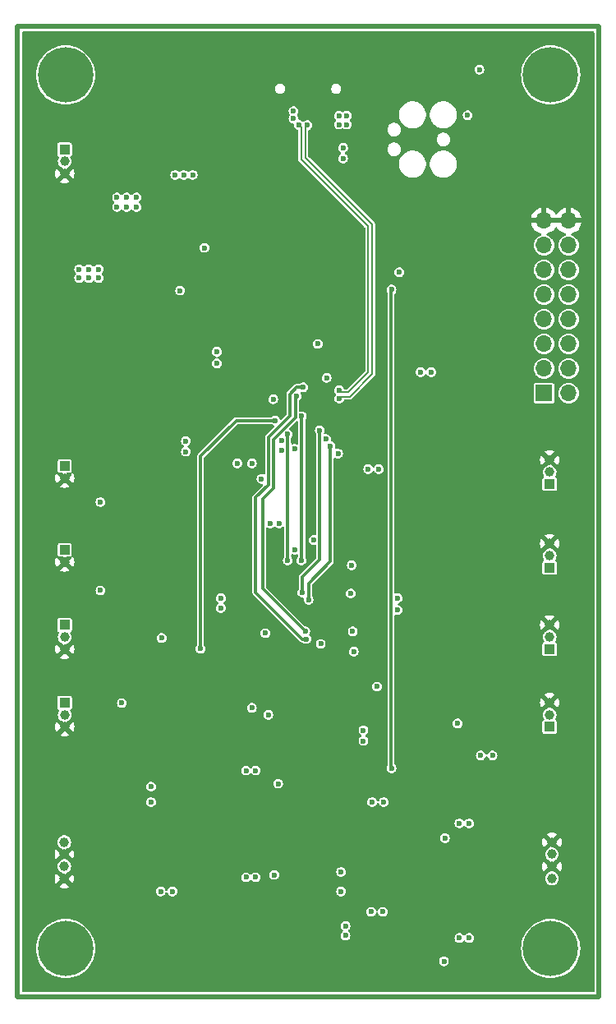
<source format=gbr>
%TF.GenerationSoftware,KiCad,Pcbnew,8.0.5*%
%TF.CreationDate,2024-09-12T11:50:27+01:00*%
%TF.ProjectId,Basic_DSP_V0_1,42617369-635f-4445-9350-5f56305f312e,rev?*%
%TF.SameCoordinates,Original*%
%TF.FileFunction,Copper,L3,Inr*%
%TF.FilePolarity,Positive*%
%FSLAX46Y46*%
G04 Gerber Fmt 4.6, Leading zero omitted, Abs format (unit mm)*
G04 Created by KiCad (PCBNEW 8.0.5) date 2024-09-12 11:50:27*
%MOMM*%
%LPD*%
G01*
G04 APERTURE LIST*
%TA.AperFunction,ComponentPad*%
%ADD10C,5.700000*%
%TD*%
%TA.AperFunction,ComponentPad*%
%ADD11R,1.100000X1.000000*%
%TD*%
%TA.AperFunction,ComponentPad*%
%ADD12C,1.000000*%
%TD*%
%TA.AperFunction,ComponentPad*%
%ADD13R,1.000000X1.000000*%
%TD*%
%TA.AperFunction,ComponentPad*%
%ADD14R,1.700000X1.700000*%
%TD*%
%TA.AperFunction,ComponentPad*%
%ADD15O,1.700000X1.700000*%
%TD*%
%TA.AperFunction,ViaPad*%
%ADD16C,0.600000*%
%TD*%
%TA.AperFunction,Conductor*%
%ADD17C,0.300000*%
%TD*%
%TA.AperFunction,Conductor*%
%ADD18C,0.200000*%
%TD*%
%TA.AperFunction,Profile*%
%ADD19C,0.500000*%
%TD*%
G04 APERTURE END LIST*
D10*
%TO.N,N/C*%
%TO.C,H3*%
X128400000Y-399100000D03*
%TD*%
%TO.N,N/C*%
%TO.C,H4*%
X78400000Y-399100000D03*
%TD*%
D11*
%TO.N,+3V3*%
%TO.C,J2*%
X78300000Y-365750000D03*
D12*
%TO.N,Net-(D25-A2)*%
X78300000Y-367000000D03*
%TO.N,GND*%
X78300000Y-368250000D03*
%TD*%
D10*
%TO.N,N/C*%
%TO.C,H1*%
X78400000Y-309100000D03*
%TD*%
D11*
%TO.N,+3V3*%
%TO.C,J8*%
X128300000Y-359875000D03*
D12*
%TO.N,Net-(D10-A2)*%
X128300000Y-358625000D03*
%TO.N,GND*%
X128300000Y-357375000D03*
%TD*%
D11*
%TO.N,+3V3*%
%TO.C,J7*%
X128300000Y-351250000D03*
D12*
%TO.N,Net-(D8-A2)*%
X128300000Y-350000000D03*
%TO.N,GND*%
X128300000Y-348750000D03*
%TD*%
%TO.N,/Analogue/AUDIO_OUT_R*%
%TO.C,J11*%
X78275000Y-388125000D03*
%TO.N,GND*%
X78275000Y-389375000D03*
%TO.N,/Analogue/AUDIO_OUT_L*%
X78275000Y-390625000D03*
%TO.N,GND*%
X78275000Y-391875000D03*
%TD*%
D13*
%TO.N,/Connections/SWITCH_1*%
%TO.C,J15*%
X78300000Y-358000000D03*
D12*
%TO.N,GND*%
X78300000Y-359250000D03*
%TD*%
D11*
%TO.N,VCC*%
%TO.C,J1*%
X78300000Y-316750000D03*
D12*
%TO.N,unconnected-(J1-Pad2)*%
X78300000Y-318000000D03*
%TO.N,GND*%
X78300000Y-319250000D03*
%TD*%
D11*
%TO.N,+3V3*%
%TO.C,J3*%
X78300000Y-373750000D03*
D12*
%TO.N,Net-(D4-A2)*%
X78300000Y-375000000D03*
%TO.N,GND*%
X78300000Y-376250000D03*
%TD*%
D13*
%TO.N,/Connections/SWITCH_0*%
%TO.C,J14*%
X78300000Y-349375000D03*
D12*
%TO.N,GND*%
X78300000Y-350625000D03*
%TD*%
%TO.N,/Analogue/AUDIO_IN_L*%
%TO.C,J6*%
X128525000Y-391875000D03*
%TO.N,GND*%
X128525000Y-390625000D03*
%TO.N,/Analogue/AUDIO_IN_R*%
X128525000Y-389375000D03*
%TO.N,GND*%
X128525000Y-388125000D03*
%TD*%
D10*
%TO.N,N/C*%
%TO.C,H2*%
X128400000Y-309100000D03*
%TD*%
D14*
%TO.N,+5V*%
%TO.C,J16*%
X127710000Y-341875000D03*
D15*
%TO.N,+3V3*%
X130250000Y-341875000D03*
%TO.N,/Connections/GPIO0*%
X127710000Y-339335000D03*
%TO.N,/Connections/GPIO1*%
X130250000Y-339335000D03*
%TO.N,/Connections/GPIO2*%
X127710000Y-336795000D03*
%TO.N,/Connections/GPIO3*%
X130250000Y-336795000D03*
%TO.N,/Connections/GPIO4*%
X127710000Y-334255000D03*
%TO.N,/Connections/GPIO5*%
X130250000Y-334255000D03*
%TO.N,/Connections/GPIO6*%
X127710000Y-331715000D03*
%TO.N,/Connections/GPIO7*%
X130250000Y-331715000D03*
%TO.N,/Connections/GPIO8*%
X127710000Y-329175000D03*
%TO.N,/Connections/GPIO9*%
X130250000Y-329175000D03*
%TO.N,/Connections/GPIO10*%
X127710000Y-326635000D03*
%TO.N,/Connections/GPIO11*%
X130250000Y-326635000D03*
%TO.N,GND*%
X127710000Y-324095000D03*
X130250000Y-324095000D03*
%TD*%
D11*
%TO.N,+3V3*%
%TO.C,J10*%
X128300000Y-376250000D03*
D12*
%TO.N,Net-(D11-A2)*%
X128300000Y-375000000D03*
%TO.N,GND*%
X128300000Y-373750000D03*
%TD*%
D11*
%TO.N,+3V3*%
%TO.C,J9*%
X128300000Y-368250000D03*
D12*
%TO.N,Net-(D12-A2)*%
X128300000Y-367000000D03*
%TO.N,GND*%
X128300000Y-365750000D03*
%TD*%
D16*
%TO.N,+5VA*%
X87200000Y-382400000D03*
X110000000Y-384000000D03*
X121200000Y-379200000D03*
X89400000Y-393200000D03*
X106800000Y-391200000D03*
X112600000Y-363000000D03*
X106800000Y-393200000D03*
X109900000Y-395300000D03*
X111100000Y-395300000D03*
X111200000Y-384000000D03*
X112600000Y-364200000D03*
X88200000Y-393200000D03*
X122400000Y-379200000D03*
X87200000Y-384000000D03*
%TO.N,GND*%
X91500000Y-397000000D03*
X103500000Y-364300000D03*
X124400000Y-395900000D03*
X109100000Y-379300000D03*
X93500000Y-306700000D03*
X104600000Y-344800000D03*
X81800000Y-331200000D03*
X96900000Y-354000000D03*
X93100000Y-323000000D03*
X88300000Y-344800000D03*
X106500000Y-347300000D03*
X102100000Y-346100000D03*
X101500000Y-332000000D03*
X94400000Y-361500000D03*
X117600000Y-324800000D03*
X121100000Y-377400000D03*
X103545110Y-344161654D03*
X123800000Y-346300000D03*
X117400000Y-401400000D03*
X104700000Y-368700000D03*
X115000000Y-337900000D03*
X92500000Y-306700000D03*
X103500000Y-359100000D03*
X100900000Y-402300000D03*
X99700000Y-340900000D03*
X123900000Y-371500000D03*
X95300000Y-387700000D03*
X105400000Y-332100000D03*
X100650000Y-358534313D03*
X112600000Y-361300000D03*
X89500000Y-333200000D03*
X107700000Y-353700000D03*
X100000000Y-343900000D03*
X94000000Y-335700000D03*
X124300000Y-397700000D03*
X96900000Y-352000000D03*
X86900000Y-396900000D03*
X98800000Y-335700000D03*
X101500000Y-370300000D03*
X113400000Y-342900000D03*
X101400000Y-339900000D03*
X91700000Y-337300000D03*
X110900000Y-400900000D03*
X109600000Y-353700000D03*
X123900000Y-363400000D03*
X115500000Y-369700000D03*
X110500000Y-359700000D03*
X123900000Y-355400000D03*
%TO.N,+3V3*%
X99000000Y-366600000D03*
X82000000Y-353100000D03*
X81800000Y-330000000D03*
X82000000Y-362200000D03*
X115000000Y-339700000D03*
X110700000Y-349700000D03*
X90800000Y-346800000D03*
X110500000Y-372100000D03*
X109600000Y-349700000D03*
X100400000Y-355300000D03*
X116100000Y-339700000D03*
X119850000Y-313235000D03*
X90800000Y-347900000D03*
X94400000Y-363000000D03*
X80800000Y-329100000D03*
X94000000Y-337600000D03*
X94000000Y-338800000D03*
X99500000Y-355300000D03*
X94400000Y-364000000D03*
X81800000Y-329100000D03*
X79800000Y-329100000D03*
X79800000Y-330000000D03*
X90200000Y-331300000D03*
X80800000Y-330000000D03*
%TO.N,Net-(D1-K)*%
X83700000Y-322700000D03*
X109100000Y-377700000D03*
X83700000Y-321700000D03*
X85700000Y-321700000D03*
X84700000Y-322700000D03*
X84700000Y-321700000D03*
X109100000Y-376600000D03*
X85700000Y-322700000D03*
%TO.N,/Power/V_ENABLE*%
X112000000Y-380500000D03*
X112000000Y-331200000D03*
X92700000Y-326900000D03*
%TO.N,/Connections/ADC_IN0*%
X88300000Y-367100000D03*
X100650000Y-346750000D03*
%TO.N,/Connections/ADC_IN1*%
X96100000Y-349100000D03*
X84200000Y-373800000D03*
%TO.N,/Analogue/CODEC_IN_L*%
X108100000Y-368500000D03*
X117400000Y-400400000D03*
%TO.N,/Connections/ADC_IN2*%
X97600000Y-374300000D03*
X97600000Y-349100000D03*
%TO.N,/Connections/ADC_IN3*%
X99300000Y-375000000D03*
X98600000Y-350700000D03*
%TO.N,/Analogue/CODEC_IN_R*%
X117500000Y-387700000D03*
X108000000Y-366400000D03*
%TO.N,/Connections/ADC_IN4*%
X102030761Y-358000000D03*
X100650000Y-347800000D03*
%TO.N,/Connections/ADC_IN5*%
X103950000Y-357000000D03*
X102000000Y-347600000D03*
%TO.N,/Analogue/CODEC_OUT_L*%
X107800000Y-362500000D03*
X99900000Y-391500000D03*
%TO.N,/Analogue/CODEC_OUT_R*%
X100300000Y-382100000D03*
X107900000Y-359600000D03*
%TO.N,/Processor/MCU_~{RST}*%
X121050000Y-308535000D03*
X99800000Y-342500000D03*
%TO.N,VBUS*%
X91500000Y-319400000D03*
X106600000Y-313300000D03*
X106600000Y-314200000D03*
X101900000Y-312800000D03*
X107400000Y-314200000D03*
X107400000Y-313300000D03*
X89700000Y-319400000D03*
X90600000Y-319400000D03*
X101900000Y-313600000D03*
%TO.N,/Processor/SWO*%
X104400000Y-336800000D03*
X112800000Y-329400000D03*
%TO.N,/Connections/USB_D+*%
X102475000Y-314252248D03*
X106621851Y-341575000D03*
%TO.N,/Connections/USB_D-*%
X106621851Y-342425000D03*
X103325000Y-314252248D03*
%TO.N,+5V*%
X118800000Y-375900000D03*
X107000000Y-317700000D03*
X107000000Y-316600000D03*
%TO.N,/Connections/GPIO2*%
X105250000Y-346600000D03*
%TO.N,/Connections/GPIO3*%
X105300000Y-340300000D03*
%TO.N,/CODEC/I2S_ADC_OUT*%
X100000000Y-344700000D03*
X92300000Y-368200000D03*
%TO.N,/CODEC/I2C1_SDA*%
X102200000Y-342200000D03*
X103100000Y-366400000D03*
%TO.N,/CODEC/I2C1_SCL*%
X102900000Y-341266728D03*
X103200000Y-367200000D03*
%TO.N,+VREF*%
X119000000Y-398000000D03*
X107250000Y-397750000D03*
X98000000Y-391750000D03*
X97000000Y-380750000D03*
X120000000Y-398000000D03*
X98000000Y-380750000D03*
X97000000Y-391750000D03*
X107250000Y-396750000D03*
X120000000Y-386200000D03*
X119000000Y-386200000D03*
%TO.N,/CODEC/I2S_BCLK*%
X103450000Y-363150000D03*
X105700000Y-347315544D03*
%TO.N,/CODEC/I2S_WCLK*%
X102750000Y-344250000D03*
X102700000Y-359100000D03*
%TO.N,/CODEC/I2S_MCLK*%
X104600000Y-345700000D03*
X102800000Y-362400000D03*
%TO.N,/CODEC/I2S_DAC_IN*%
X101300000Y-346100000D03*
X101300000Y-359100000D03*
%TO.N,/CODEC/CODEC_~{RST}*%
X104700000Y-367700000D03*
X106500000Y-348100000D03*
%TD*%
D17*
%TO.N,/CODEC/I2C1_SDA*%
X102100000Y-342300000D02*
X102200000Y-342200000D01*
X99800000Y-346650000D02*
X102100000Y-344350000D01*
X102100000Y-344350000D02*
X102100000Y-342300000D01*
X99800000Y-351700000D02*
X99800000Y-346650000D01*
X98700000Y-352800000D02*
X99800000Y-351700000D01*
X103100000Y-366400000D02*
X98700000Y-362000000D01*
X98700000Y-362000000D02*
X98700000Y-352800000D01*
%TO.N,/CODEC/I2C1_SCL*%
X102214033Y-341266728D02*
X102900000Y-341266728D01*
X99300000Y-346442894D02*
X101500000Y-344242894D01*
X101500000Y-341980761D02*
X102214033Y-341266728D01*
X99300000Y-351300000D02*
X99300000Y-346442894D01*
X98000000Y-352600000D02*
X99300000Y-351300000D01*
X98000000Y-362400000D02*
X98000000Y-352600000D01*
X102800000Y-367200000D02*
X98000000Y-362400000D01*
X101500000Y-344242894D02*
X101500000Y-341980761D01*
X103200000Y-367200000D02*
X102800000Y-367200000D01*
%TO.N,/Power/V_ENABLE*%
X111950000Y-380450000D02*
X111950000Y-331250000D01*
X112000000Y-380500000D02*
X111950000Y-380450000D01*
X111950000Y-331250000D02*
X112000000Y-331200000D01*
D18*
%TO.N,/Connections/USB_D+*%
X109575000Y-324693200D02*
X109575000Y-339706800D01*
X102475000Y-314252248D02*
X102675000Y-314452248D01*
X107506801Y-341774999D02*
X106821850Y-341774999D01*
X106821850Y-341774999D02*
X106621851Y-341575000D01*
X102675000Y-317793200D02*
X109575000Y-324693200D01*
X102675000Y-314452248D02*
X102675000Y-317793200D01*
X109575000Y-339706800D02*
X107506801Y-341774999D01*
%TO.N,/Connections/USB_D-*%
X110025000Y-339893200D02*
X107693199Y-342225001D01*
X107693199Y-342225001D02*
X106821850Y-342225001D01*
X103325000Y-314252248D02*
X103125000Y-314452248D01*
X103125000Y-317606800D02*
X110025000Y-324506800D01*
X103125000Y-314452248D02*
X103125000Y-317606800D01*
X110025000Y-324506800D02*
X110025000Y-339893200D01*
X106821850Y-342225001D02*
X106621851Y-342425000D01*
D17*
%TO.N,/CODEC/I2S_ADC_OUT*%
X100000000Y-344700000D02*
X96000000Y-344700000D01*
X92300000Y-348400000D02*
X92300000Y-368200000D01*
X96000000Y-344700000D02*
X92300000Y-348400000D01*
%TO.N,/CODEC/I2S_BCLK*%
X105700000Y-347315544D02*
X105700000Y-359200000D01*
X105700000Y-359200000D02*
X103450000Y-361450000D01*
X103450000Y-361450000D02*
X103450000Y-363150000D01*
%TO.N,/CODEC/I2S_WCLK*%
X102750000Y-344250000D02*
X102750000Y-359050000D01*
%TO.N,/CODEC/I2S_MCLK*%
X102800000Y-360800000D02*
X104600000Y-359000000D01*
X104600000Y-359000000D02*
X104600000Y-345700000D01*
X102800000Y-362400000D02*
X102800000Y-360800000D01*
%TO.N,/CODEC/I2S_DAC_IN*%
X101300000Y-359100000D02*
X101300000Y-346100000D01*
%TD*%
%TA.AperFunction,Conductor*%
%TO.N,GND*%
G36*
X102318834Y-344729361D02*
G01*
X102374767Y-344771233D01*
X102399184Y-344836697D01*
X102399500Y-344845543D01*
X102399500Y-347034708D01*
X102379815Y-347101747D01*
X102327011Y-347147502D01*
X102257853Y-347157446D01*
X102218548Y-347142786D01*
X102218118Y-347143730D01*
X102210050Y-347140045D01*
X102071963Y-347099500D01*
X102071961Y-347099500D01*
X101928039Y-347099500D01*
X101928035Y-347099500D01*
X101809434Y-347134324D01*
X101739564Y-347134324D01*
X101680786Y-347096549D01*
X101651762Y-347032993D01*
X101650500Y-347015347D01*
X101650500Y-346506035D01*
X101670185Y-346438996D01*
X101680782Y-346424837D01*
X101725377Y-346373373D01*
X101785165Y-346242457D01*
X101805647Y-346100000D01*
X101785165Y-345957543D01*
X101725377Y-345826627D01*
X101631128Y-345717857D01*
X101515056Y-345643262D01*
X101469302Y-345590459D01*
X101459358Y-345521300D01*
X101488383Y-345457744D01*
X101494403Y-345451278D01*
X102187819Y-344757861D01*
X102249142Y-344724377D01*
X102318834Y-344729361D01*
G37*
%TD.AperFunction*%
%TA.AperFunction,Conductor*%
G36*
X129784075Y-323902007D02*
G01*
X129750000Y-324029174D01*
X129750000Y-324160826D01*
X129784075Y-324287993D01*
X129816988Y-324345000D01*
X128143012Y-324345000D01*
X128175925Y-324287993D01*
X128210000Y-324160826D01*
X128210000Y-324029174D01*
X128175925Y-323902007D01*
X128143012Y-323845000D01*
X129816988Y-323845000D01*
X129784075Y-323902007D01*
G37*
%TD.AperFunction*%
%TA.AperFunction,Conductor*%
G36*
X132842539Y-304620185D02*
G01*
X132888294Y-304672989D01*
X132899500Y-304724500D01*
X132899500Y-403475500D01*
X132879815Y-403542539D01*
X132827011Y-403588294D01*
X132775500Y-403599500D01*
X74024500Y-403599500D01*
X73957461Y-403579815D01*
X73911706Y-403527011D01*
X73900500Y-403475500D01*
X73900500Y-399100000D01*
X75344693Y-399100000D01*
X75363903Y-399442081D01*
X75363904Y-399442086D01*
X75421296Y-399779870D01*
X75516147Y-400109104D01*
X75523406Y-400126628D01*
X75647263Y-400425646D01*
X75812998Y-400725521D01*
X76011269Y-401004959D01*
X76239570Y-401260426D01*
X76239573Y-401260429D01*
X76495040Y-401488730D01*
X76495046Y-401488734D01*
X76495047Y-401488735D01*
X76774479Y-401687002D01*
X77074352Y-401852736D01*
X77390896Y-401983853D01*
X77720130Y-402078704D01*
X78057914Y-402136096D01*
X78400000Y-402155307D01*
X78742086Y-402136096D01*
X79079870Y-402078704D01*
X79409104Y-401983853D01*
X79725648Y-401852736D01*
X80025521Y-401687002D01*
X80304953Y-401488735D01*
X80560428Y-401260428D01*
X80788735Y-401004953D01*
X80987002Y-400725521D01*
X81152736Y-400425648D01*
X81163360Y-400400000D01*
X116894353Y-400400000D01*
X116914834Y-400542456D01*
X116974622Y-400673371D01*
X116974623Y-400673373D01*
X117068872Y-400782143D01*
X117189947Y-400859953D01*
X117189950Y-400859954D01*
X117189949Y-400859954D01*
X117328036Y-400900499D01*
X117328038Y-400900500D01*
X117328039Y-400900500D01*
X117471962Y-400900500D01*
X117471962Y-400900499D01*
X117610053Y-400859953D01*
X117731128Y-400782143D01*
X117825377Y-400673373D01*
X117885165Y-400542457D01*
X117905647Y-400400000D01*
X117885165Y-400257543D01*
X117825377Y-400126627D01*
X117731128Y-400017857D01*
X117610053Y-399940047D01*
X117610051Y-399940046D01*
X117610049Y-399940045D01*
X117610050Y-399940045D01*
X117471963Y-399899500D01*
X117471961Y-399899500D01*
X117328039Y-399899500D01*
X117328036Y-399899500D01*
X117189949Y-399940045D01*
X117068873Y-400017856D01*
X116974623Y-400126626D01*
X116974622Y-400126628D01*
X116914834Y-400257543D01*
X116894353Y-400400000D01*
X81163360Y-400400000D01*
X81283853Y-400109104D01*
X81378704Y-399779870D01*
X81436096Y-399442086D01*
X81455307Y-399100000D01*
X125344693Y-399100000D01*
X125363903Y-399442081D01*
X125363904Y-399442086D01*
X125421296Y-399779870D01*
X125516147Y-400109104D01*
X125523406Y-400126628D01*
X125647263Y-400425646D01*
X125812998Y-400725521D01*
X126011269Y-401004959D01*
X126239570Y-401260426D01*
X126239573Y-401260429D01*
X126495040Y-401488730D01*
X126495046Y-401488734D01*
X126495047Y-401488735D01*
X126774479Y-401687002D01*
X127074352Y-401852736D01*
X127390896Y-401983853D01*
X127720130Y-402078704D01*
X128057914Y-402136096D01*
X128400000Y-402155307D01*
X128742086Y-402136096D01*
X129079870Y-402078704D01*
X129409104Y-401983853D01*
X129725648Y-401852736D01*
X130025521Y-401687002D01*
X130304953Y-401488735D01*
X130560428Y-401260428D01*
X130788735Y-401004953D01*
X130987002Y-400725521D01*
X131152736Y-400425648D01*
X131283853Y-400109104D01*
X131378704Y-399779870D01*
X131436096Y-399442086D01*
X131455307Y-399100000D01*
X131436096Y-398757914D01*
X131378704Y-398420130D01*
X131283853Y-398090896D01*
X131152736Y-397774352D01*
X130987002Y-397474479D01*
X130788735Y-397195047D01*
X130788734Y-397195046D01*
X130788730Y-397195040D01*
X130560429Y-396939573D01*
X130560426Y-396939570D01*
X130304959Y-396711269D01*
X130025521Y-396512998D01*
X129725646Y-396347263D01*
X129587509Y-396290045D01*
X129409104Y-396216147D01*
X129324479Y-396191766D01*
X129079875Y-396121297D01*
X129079866Y-396121295D01*
X128742093Y-396063905D01*
X128742081Y-396063903D01*
X128400000Y-396044693D01*
X128057918Y-396063903D01*
X128057906Y-396063905D01*
X127720133Y-396121295D01*
X127720124Y-396121297D01*
X127390899Y-396216146D01*
X127390896Y-396216147D01*
X127310375Y-396249500D01*
X127074353Y-396347263D01*
X126774478Y-396512998D01*
X126495040Y-396711269D01*
X126239573Y-396939570D01*
X126239570Y-396939573D01*
X126011269Y-397195040D01*
X125812998Y-397474478D01*
X125647263Y-397774353D01*
X125516146Y-398090899D01*
X125421297Y-398420124D01*
X125421295Y-398420133D01*
X125363905Y-398757906D01*
X125363903Y-398757918D01*
X125344693Y-399100000D01*
X81455307Y-399100000D01*
X81436096Y-398757914D01*
X81378704Y-398420130D01*
X81283853Y-398090896D01*
X81152736Y-397774352D01*
X80987002Y-397474479D01*
X80788735Y-397195047D01*
X80788734Y-397195046D01*
X80788730Y-397195040D01*
X80560429Y-396939573D01*
X80560426Y-396939570D01*
X80348299Y-396750000D01*
X106744353Y-396750000D01*
X106764834Y-396892456D01*
X106786351Y-396939570D01*
X106824623Y-397023373D01*
X106918872Y-397132143D01*
X106926324Y-397136932D01*
X106939943Y-397145685D01*
X106985698Y-397198489D01*
X106995641Y-397267648D01*
X106966615Y-397331203D01*
X106939943Y-397354315D01*
X106918874Y-397367855D01*
X106824623Y-397476626D01*
X106824622Y-397476628D01*
X106764834Y-397607543D01*
X106744353Y-397750000D01*
X106764834Y-397892456D01*
X106796011Y-397960723D01*
X106824623Y-398023373D01*
X106918872Y-398132143D01*
X107039947Y-398209953D01*
X107039950Y-398209954D01*
X107039949Y-398209954D01*
X107178036Y-398250499D01*
X107178038Y-398250500D01*
X107178039Y-398250500D01*
X107321962Y-398250500D01*
X107321962Y-398250499D01*
X107460053Y-398209953D01*
X107581128Y-398132143D01*
X107675377Y-398023373D01*
X107686051Y-398000000D01*
X118494353Y-398000000D01*
X118514834Y-398142456D01*
X118545660Y-398209954D01*
X118574623Y-398273373D01*
X118668872Y-398382143D01*
X118789947Y-398459953D01*
X118789950Y-398459954D01*
X118789949Y-398459954D01*
X118928036Y-398500499D01*
X118928038Y-398500500D01*
X118928039Y-398500500D01*
X119071962Y-398500500D01*
X119071962Y-398500499D01*
X119210053Y-398459953D01*
X119331128Y-398382143D01*
X119406287Y-398295403D01*
X119465064Y-398257629D01*
X119534934Y-398257629D01*
X119593711Y-398295402D01*
X119668872Y-398382143D01*
X119789947Y-398459953D01*
X119789950Y-398459954D01*
X119789949Y-398459954D01*
X119928036Y-398500499D01*
X119928038Y-398500500D01*
X119928039Y-398500500D01*
X120071962Y-398500500D01*
X120071962Y-398500499D01*
X120210053Y-398459953D01*
X120331128Y-398382143D01*
X120425377Y-398273373D01*
X120485165Y-398142457D01*
X120505647Y-398000000D01*
X120485165Y-397857543D01*
X120425377Y-397726627D01*
X120331128Y-397617857D01*
X120210053Y-397540047D01*
X120210051Y-397540046D01*
X120210049Y-397540045D01*
X120210050Y-397540045D01*
X120071963Y-397499500D01*
X120071961Y-397499500D01*
X119928039Y-397499500D01*
X119928036Y-397499500D01*
X119789949Y-397540045D01*
X119668873Y-397617856D01*
X119593713Y-397704596D01*
X119534935Y-397742370D01*
X119465065Y-397742370D01*
X119406287Y-397704596D01*
X119331128Y-397617857D01*
X119210053Y-397540047D01*
X119210051Y-397540046D01*
X119210049Y-397540045D01*
X119210050Y-397540045D01*
X119071963Y-397499500D01*
X119071961Y-397499500D01*
X118928039Y-397499500D01*
X118928036Y-397499500D01*
X118789949Y-397540045D01*
X118668873Y-397617856D01*
X118574623Y-397726626D01*
X118574622Y-397726628D01*
X118514834Y-397857543D01*
X118494353Y-398000000D01*
X107686051Y-398000000D01*
X107735165Y-397892457D01*
X107755647Y-397750000D01*
X107735165Y-397607543D01*
X107675377Y-397476627D01*
X107581128Y-397367857D01*
X107581125Y-397367855D01*
X107581125Y-397367854D01*
X107560058Y-397354316D01*
X107514302Y-397301513D01*
X107504358Y-397232354D01*
X107533382Y-397168798D01*
X107560058Y-397145684D01*
X107581125Y-397132145D01*
X107581125Y-397132144D01*
X107581128Y-397132143D01*
X107675377Y-397023373D01*
X107735165Y-396892457D01*
X107755647Y-396750000D01*
X107735165Y-396607543D01*
X107675377Y-396476627D01*
X107581128Y-396367857D01*
X107460053Y-396290047D01*
X107460051Y-396290046D01*
X107460049Y-396290045D01*
X107460050Y-396290045D01*
X107321963Y-396249500D01*
X107321961Y-396249500D01*
X107178039Y-396249500D01*
X107178036Y-396249500D01*
X107039949Y-396290045D01*
X106918873Y-396367856D01*
X106824623Y-396476626D01*
X106824622Y-396476628D01*
X106764834Y-396607543D01*
X106744353Y-396750000D01*
X80348299Y-396750000D01*
X80304959Y-396711269D01*
X80025521Y-396512998D01*
X79725646Y-396347263D01*
X79587509Y-396290045D01*
X79409104Y-396216147D01*
X79324479Y-396191766D01*
X79079875Y-396121297D01*
X79079866Y-396121295D01*
X78742093Y-396063905D01*
X78742081Y-396063903D01*
X78400000Y-396044693D01*
X78057918Y-396063903D01*
X78057906Y-396063905D01*
X77720133Y-396121295D01*
X77720124Y-396121297D01*
X77390899Y-396216146D01*
X77390896Y-396216147D01*
X77310375Y-396249500D01*
X77074353Y-396347263D01*
X76774478Y-396512998D01*
X76495040Y-396711269D01*
X76239573Y-396939570D01*
X76239570Y-396939573D01*
X76011269Y-397195040D01*
X75812998Y-397474478D01*
X75647263Y-397774353D01*
X75516146Y-398090899D01*
X75421297Y-398420124D01*
X75421295Y-398420133D01*
X75363905Y-398757906D01*
X75363903Y-398757918D01*
X75344693Y-399100000D01*
X73900500Y-399100000D01*
X73900500Y-395300000D01*
X109394353Y-395300000D01*
X109414834Y-395442456D01*
X109474622Y-395573371D01*
X109474623Y-395573373D01*
X109568872Y-395682143D01*
X109689947Y-395759953D01*
X109689950Y-395759954D01*
X109689949Y-395759954D01*
X109828036Y-395800499D01*
X109828038Y-395800500D01*
X109828039Y-395800500D01*
X109971962Y-395800500D01*
X109971962Y-395800499D01*
X110110053Y-395759953D01*
X110231128Y-395682143D01*
X110325377Y-395573373D01*
X110385165Y-395442457D01*
X110385165Y-395442455D01*
X110387206Y-395437987D01*
X110432961Y-395385183D01*
X110500000Y-395365499D01*
X110567040Y-395385184D01*
X110612794Y-395437987D01*
X110614834Y-395442455D01*
X110614835Y-395442457D01*
X110674623Y-395573373D01*
X110768872Y-395682143D01*
X110889947Y-395759953D01*
X110889950Y-395759954D01*
X110889949Y-395759954D01*
X111028036Y-395800499D01*
X111028038Y-395800500D01*
X111028039Y-395800500D01*
X111171962Y-395800500D01*
X111171962Y-395800499D01*
X111310053Y-395759953D01*
X111431128Y-395682143D01*
X111525377Y-395573373D01*
X111585165Y-395442457D01*
X111605647Y-395300000D01*
X111585165Y-395157543D01*
X111525377Y-395026627D01*
X111431128Y-394917857D01*
X111310053Y-394840047D01*
X111310051Y-394840046D01*
X111310049Y-394840045D01*
X111310050Y-394840045D01*
X111171963Y-394799500D01*
X111171961Y-394799500D01*
X111028039Y-394799500D01*
X111028036Y-394799500D01*
X110889949Y-394840045D01*
X110768873Y-394917856D01*
X110674623Y-395026626D01*
X110674622Y-395026628D01*
X110612794Y-395162012D01*
X110567039Y-395214816D01*
X110500000Y-395234500D01*
X110432960Y-395214815D01*
X110387206Y-395162012D01*
X110325377Y-395026628D01*
X110325376Y-395026626D01*
X110231128Y-394917857D01*
X110110053Y-394840047D01*
X110110051Y-394840046D01*
X110110049Y-394840045D01*
X110110050Y-394840045D01*
X109971963Y-394799500D01*
X109971961Y-394799500D01*
X109828039Y-394799500D01*
X109828036Y-394799500D01*
X109689949Y-394840045D01*
X109568873Y-394917856D01*
X109474623Y-395026626D01*
X109474622Y-395026628D01*
X109414834Y-395157543D01*
X109394353Y-395300000D01*
X73900500Y-395300000D01*
X73900500Y-393200000D01*
X87694353Y-393200000D01*
X87714834Y-393342456D01*
X87774622Y-393473371D01*
X87774623Y-393473373D01*
X87868872Y-393582143D01*
X87989947Y-393659953D01*
X87989950Y-393659954D01*
X87989949Y-393659954D01*
X88128036Y-393700499D01*
X88128038Y-393700500D01*
X88128039Y-393700500D01*
X88271962Y-393700500D01*
X88271962Y-393700499D01*
X88410053Y-393659953D01*
X88531128Y-393582143D01*
X88625377Y-393473373D01*
X88685165Y-393342457D01*
X88685165Y-393342455D01*
X88687206Y-393337987D01*
X88732961Y-393285183D01*
X88800000Y-393265499D01*
X88867040Y-393285184D01*
X88912794Y-393337987D01*
X88914834Y-393342455D01*
X88914835Y-393342457D01*
X88974623Y-393473373D01*
X89068872Y-393582143D01*
X89189947Y-393659953D01*
X89189950Y-393659954D01*
X89189949Y-393659954D01*
X89328036Y-393700499D01*
X89328038Y-393700500D01*
X89328039Y-393700500D01*
X89471962Y-393700500D01*
X89471962Y-393700499D01*
X89610053Y-393659953D01*
X89731128Y-393582143D01*
X89825377Y-393473373D01*
X89885165Y-393342457D01*
X89905647Y-393200000D01*
X106294353Y-393200000D01*
X106314834Y-393342456D01*
X106374622Y-393473371D01*
X106374623Y-393473373D01*
X106468872Y-393582143D01*
X106589947Y-393659953D01*
X106589950Y-393659954D01*
X106589949Y-393659954D01*
X106728036Y-393700499D01*
X106728038Y-393700500D01*
X106728039Y-393700500D01*
X106871962Y-393700500D01*
X106871962Y-393700499D01*
X107010053Y-393659953D01*
X107131128Y-393582143D01*
X107225377Y-393473373D01*
X107285165Y-393342457D01*
X107305647Y-393200000D01*
X107285165Y-393057543D01*
X107225377Y-392926627D01*
X107131128Y-392817857D01*
X107010053Y-392740047D01*
X107010051Y-392740046D01*
X107010049Y-392740045D01*
X107010050Y-392740045D01*
X106871963Y-392699500D01*
X106871961Y-392699500D01*
X106728039Y-392699500D01*
X106728036Y-392699500D01*
X106589949Y-392740045D01*
X106468873Y-392817856D01*
X106374623Y-392926626D01*
X106374622Y-392926628D01*
X106314834Y-393057543D01*
X106294353Y-393200000D01*
X89905647Y-393200000D01*
X89885165Y-393057543D01*
X89825377Y-392926627D01*
X89731128Y-392817857D01*
X89610053Y-392740047D01*
X89610051Y-392740046D01*
X89610049Y-392740045D01*
X89610050Y-392740045D01*
X89471963Y-392699500D01*
X89471961Y-392699500D01*
X89328039Y-392699500D01*
X89328036Y-392699500D01*
X89189949Y-392740045D01*
X89068873Y-392817856D01*
X88974623Y-392926626D01*
X88974622Y-392926628D01*
X88912794Y-393062012D01*
X88867039Y-393114816D01*
X88800000Y-393134500D01*
X88732960Y-393114815D01*
X88687206Y-393062012D01*
X88625377Y-392926628D01*
X88625376Y-392926626D01*
X88584834Y-392879838D01*
X88531128Y-392817857D01*
X88410053Y-392740047D01*
X88410051Y-392740046D01*
X88410049Y-392740045D01*
X88410050Y-392740045D01*
X88271963Y-392699500D01*
X88271961Y-392699500D01*
X88128039Y-392699500D01*
X88128036Y-392699500D01*
X87989949Y-392740045D01*
X87868873Y-392817856D01*
X87774623Y-392926626D01*
X87774622Y-392926628D01*
X87714834Y-393057543D01*
X87694353Y-393200000D01*
X73900500Y-393200000D01*
X73900500Y-392737075D01*
X77766476Y-392737075D01*
X77890462Y-392803348D01*
X78078969Y-392860531D01*
X78078965Y-392860531D01*
X78275000Y-392879838D01*
X78471032Y-392860531D01*
X78659537Y-392803348D01*
X78783523Y-392737076D01*
X78783523Y-392737075D01*
X78275001Y-392228553D01*
X78275000Y-392228553D01*
X77766476Y-392737075D01*
X73900500Y-392737075D01*
X73900500Y-391875000D01*
X77270161Y-391875000D01*
X77289468Y-392071032D01*
X77346651Y-392259537D01*
X77412923Y-392383522D01*
X77921447Y-391875000D01*
X77866746Y-391820299D01*
X78000000Y-391820299D01*
X78000000Y-391929701D01*
X78041866Y-392030775D01*
X78119225Y-392108134D01*
X78220299Y-392150000D01*
X78329701Y-392150000D01*
X78430775Y-392108134D01*
X78508134Y-392030775D01*
X78550000Y-391929701D01*
X78550000Y-391874999D01*
X78628553Y-391874999D01*
X78628553Y-391875000D01*
X79137076Y-392383523D01*
X79203348Y-392259537D01*
X79260531Y-392071032D01*
X79279838Y-391875000D01*
X79267527Y-391750000D01*
X96494353Y-391750000D01*
X96514834Y-391892456D01*
X96545660Y-391959954D01*
X96574623Y-392023373D01*
X96668872Y-392132143D01*
X96789947Y-392209953D01*
X96789950Y-392209954D01*
X96789949Y-392209954D01*
X96928036Y-392250499D01*
X96928038Y-392250500D01*
X96928039Y-392250500D01*
X97071962Y-392250500D01*
X97071962Y-392250499D01*
X97210053Y-392209953D01*
X97331128Y-392132143D01*
X97406287Y-392045403D01*
X97465064Y-392007629D01*
X97534934Y-392007629D01*
X97593711Y-392045402D01*
X97668872Y-392132143D01*
X97789947Y-392209953D01*
X97789950Y-392209954D01*
X97789949Y-392209954D01*
X97928036Y-392250499D01*
X97928038Y-392250500D01*
X97928039Y-392250500D01*
X98071962Y-392250500D01*
X98071962Y-392250499D01*
X98210053Y-392209953D01*
X98331128Y-392132143D01*
X98425377Y-392023373D01*
X98485165Y-391892457D01*
X98505647Y-391750000D01*
X98485165Y-391607543D01*
X98436051Y-391500000D01*
X99394353Y-391500000D01*
X99414834Y-391642456D01*
X99446011Y-391710723D01*
X99474623Y-391773373D01*
X99568872Y-391882143D01*
X99689947Y-391959953D01*
X99689950Y-391959954D01*
X99689949Y-391959954D01*
X99828036Y-392000499D01*
X99828038Y-392000500D01*
X99828039Y-392000500D01*
X99971962Y-392000500D01*
X99971962Y-392000499D01*
X100110053Y-391959953D01*
X100231128Y-391882143D01*
X100237317Y-391875000D01*
X127819355Y-391875000D01*
X127839859Y-392043869D01*
X127839860Y-392043874D01*
X127900182Y-392202931D01*
X127933017Y-392250500D01*
X127996817Y-392342929D01*
X128102505Y-392436560D01*
X128124150Y-392455736D01*
X128274773Y-392534789D01*
X128274775Y-392534790D01*
X128439944Y-392575500D01*
X128610056Y-392575500D01*
X128775225Y-392534790D01*
X128854692Y-392493081D01*
X128925849Y-392455736D01*
X128925850Y-392455734D01*
X128925852Y-392455734D01*
X129053183Y-392342929D01*
X129149818Y-392202930D01*
X129210140Y-392043872D01*
X129230645Y-391875000D01*
X129210140Y-391706128D01*
X129149818Y-391547070D01*
X129053183Y-391407071D01*
X128925852Y-391294266D01*
X128925849Y-391294263D01*
X128768585Y-391211724D01*
X128769218Y-391210517D01*
X128734544Y-391188097D01*
X128525001Y-390978553D01*
X128315452Y-391188100D01*
X128280782Y-391210519D01*
X128281415Y-391211725D01*
X128124150Y-391294264D01*
X127996816Y-391407072D01*
X127900182Y-391547068D01*
X127839860Y-391706125D01*
X127839859Y-391706130D01*
X127819355Y-391875000D01*
X100237317Y-391875000D01*
X100325377Y-391773373D01*
X100385165Y-391642457D01*
X100405647Y-391500000D01*
X100385165Y-391357543D01*
X100325377Y-391226627D01*
X100302305Y-391200000D01*
X106294353Y-391200000D01*
X106314834Y-391342456D01*
X106344344Y-391407072D01*
X106374623Y-391473373D01*
X106468872Y-391582143D01*
X106589947Y-391659953D01*
X106589950Y-391659954D01*
X106589949Y-391659954D01*
X106728036Y-391700499D01*
X106728038Y-391700500D01*
X106728039Y-391700500D01*
X106871962Y-391700500D01*
X106871962Y-391700499D01*
X107010053Y-391659953D01*
X107131128Y-391582143D01*
X107225377Y-391473373D01*
X107285165Y-391342457D01*
X107305647Y-391200000D01*
X107285165Y-391057543D01*
X107225377Y-390926627D01*
X107131128Y-390817857D01*
X107010053Y-390740047D01*
X107010051Y-390740046D01*
X107010049Y-390740045D01*
X107010050Y-390740045D01*
X106871963Y-390699500D01*
X106871961Y-390699500D01*
X106728039Y-390699500D01*
X106728036Y-390699500D01*
X106589949Y-390740045D01*
X106468873Y-390817856D01*
X106374623Y-390926626D01*
X106374622Y-390926628D01*
X106314834Y-391057543D01*
X106294353Y-391200000D01*
X100302305Y-391200000D01*
X100231128Y-391117857D01*
X100110053Y-391040047D01*
X100110051Y-391040046D01*
X100110049Y-391040045D01*
X100110050Y-391040045D01*
X99971963Y-390999500D01*
X99971961Y-390999500D01*
X99828039Y-390999500D01*
X99828036Y-390999500D01*
X99689949Y-391040045D01*
X99568873Y-391117856D01*
X99474623Y-391226626D01*
X99474622Y-391226628D01*
X99414834Y-391357543D01*
X99394353Y-391500000D01*
X98436051Y-391500000D01*
X98425377Y-391476627D01*
X98331128Y-391367857D01*
X98210053Y-391290047D01*
X98210051Y-391290046D01*
X98210049Y-391290045D01*
X98210050Y-391290045D01*
X98071963Y-391249500D01*
X98071961Y-391249500D01*
X97928039Y-391249500D01*
X97928036Y-391249500D01*
X97789949Y-391290045D01*
X97668873Y-391367856D01*
X97593713Y-391454596D01*
X97534935Y-391492370D01*
X97465065Y-391492370D01*
X97406287Y-391454596D01*
X97331128Y-391367857D01*
X97210053Y-391290047D01*
X97210051Y-391290046D01*
X97210049Y-391290045D01*
X97210050Y-391290045D01*
X97071963Y-391249500D01*
X97071961Y-391249500D01*
X96928039Y-391249500D01*
X96928036Y-391249500D01*
X96789949Y-391290045D01*
X96668873Y-391367856D01*
X96574623Y-391476626D01*
X96574622Y-391476628D01*
X96514834Y-391607543D01*
X96494353Y-391750000D01*
X79267527Y-391750000D01*
X79260531Y-391678967D01*
X79203348Y-391490462D01*
X79137075Y-391366476D01*
X78628553Y-391874999D01*
X78550000Y-391874999D01*
X78550000Y-391820299D01*
X78508134Y-391719225D01*
X78430775Y-391641866D01*
X78329701Y-391600000D01*
X78220299Y-391600000D01*
X78119225Y-391641866D01*
X78041866Y-391719225D01*
X78000000Y-391820299D01*
X77866746Y-391820299D01*
X77412923Y-391366476D01*
X77346649Y-391490466D01*
X77289468Y-391678967D01*
X77270161Y-391875000D01*
X73900500Y-391875000D01*
X73900500Y-390625000D01*
X77569355Y-390625000D01*
X77589859Y-390793869D01*
X77589860Y-390793874D01*
X77650182Y-390952931D01*
X77667868Y-390978553D01*
X77746817Y-391092929D01*
X77874148Y-391205734D01*
X77874150Y-391205735D01*
X78031417Y-391288276D01*
X78030782Y-391289484D01*
X78065454Y-391311901D01*
X78274999Y-391521446D01*
X78484543Y-391311901D01*
X78519218Y-391289486D01*
X78518583Y-391288276D01*
X78525225Y-391284790D01*
X78675852Y-391205734D01*
X78803183Y-391092929D01*
X78899818Y-390952930D01*
X78960140Y-390793872D01*
X78980645Y-390625000D01*
X127520161Y-390625000D01*
X127539468Y-390821032D01*
X127596651Y-391009537D01*
X127662923Y-391133522D01*
X128171447Y-390625000D01*
X128116746Y-390570299D01*
X128250000Y-390570299D01*
X128250000Y-390679701D01*
X128291866Y-390780775D01*
X128369225Y-390858134D01*
X128470299Y-390900000D01*
X128579701Y-390900000D01*
X128680775Y-390858134D01*
X128758134Y-390780775D01*
X128800000Y-390679701D01*
X128800000Y-390624999D01*
X128878553Y-390624999D01*
X128878553Y-390625000D01*
X129387076Y-391133523D01*
X129453348Y-391009537D01*
X129510531Y-390821032D01*
X129529838Y-390625000D01*
X129510531Y-390428967D01*
X129453348Y-390240462D01*
X129387075Y-390116476D01*
X128878553Y-390624999D01*
X128800000Y-390624999D01*
X128800000Y-390570299D01*
X128758134Y-390469225D01*
X128680775Y-390391866D01*
X128579701Y-390350000D01*
X128470299Y-390350000D01*
X128369225Y-390391866D01*
X128291866Y-390469225D01*
X128250000Y-390570299D01*
X128116746Y-390570299D01*
X127662923Y-390116476D01*
X127596649Y-390240466D01*
X127539468Y-390428967D01*
X127520161Y-390625000D01*
X78980645Y-390625000D01*
X78960140Y-390456128D01*
X78899818Y-390297070D01*
X78803183Y-390157071D01*
X78675852Y-390044266D01*
X78675849Y-390044263D01*
X78518585Y-389961724D01*
X78519218Y-389960517D01*
X78484544Y-389938097D01*
X78275001Y-389728553D01*
X78065452Y-389938100D01*
X78030782Y-389960519D01*
X78031415Y-389961725D01*
X77874150Y-390044264D01*
X77746816Y-390157072D01*
X77650182Y-390297068D01*
X77589860Y-390456125D01*
X77589859Y-390456130D01*
X77569355Y-390625000D01*
X73900500Y-390625000D01*
X73900500Y-389375000D01*
X77270161Y-389375000D01*
X77289468Y-389571032D01*
X77346651Y-389759537D01*
X77412923Y-389883522D01*
X77921447Y-389375000D01*
X77866746Y-389320299D01*
X78000000Y-389320299D01*
X78000000Y-389429701D01*
X78041866Y-389530775D01*
X78119225Y-389608134D01*
X78220299Y-389650000D01*
X78329701Y-389650000D01*
X78430775Y-389608134D01*
X78508134Y-389530775D01*
X78550000Y-389429701D01*
X78550000Y-389374999D01*
X78628553Y-389374999D01*
X78628553Y-389375000D01*
X79137076Y-389883523D01*
X79203348Y-389759537D01*
X79260531Y-389571032D01*
X79279838Y-389375000D01*
X127819355Y-389375000D01*
X127839859Y-389543869D01*
X127839860Y-389543874D01*
X127900182Y-389702931D01*
X127917868Y-389728553D01*
X127996817Y-389842929D01*
X128124148Y-389955734D01*
X128124150Y-389955735D01*
X128281417Y-390038276D01*
X128280782Y-390039484D01*
X128315454Y-390061901D01*
X128524999Y-390271446D01*
X128734543Y-390061901D01*
X128769218Y-390039486D01*
X128768583Y-390038276D01*
X128775225Y-390034790D01*
X128925852Y-389955734D01*
X129053183Y-389842929D01*
X129149818Y-389702930D01*
X129210140Y-389543872D01*
X129230645Y-389375000D01*
X129210140Y-389206128D01*
X129149818Y-389047070D01*
X129053183Y-388907071D01*
X128925852Y-388794266D01*
X128925849Y-388794263D01*
X128768585Y-388711724D01*
X128769218Y-388710517D01*
X128734544Y-388688097D01*
X128525001Y-388478553D01*
X128315452Y-388688100D01*
X128280782Y-388710519D01*
X128281415Y-388711725D01*
X128124150Y-388794264D01*
X127996816Y-388907072D01*
X127900182Y-389047068D01*
X127839860Y-389206125D01*
X127839859Y-389206130D01*
X127819355Y-389375000D01*
X79279838Y-389375000D01*
X79260531Y-389178967D01*
X79203348Y-388990462D01*
X79137075Y-388866476D01*
X78628553Y-389374999D01*
X78550000Y-389374999D01*
X78550000Y-389320299D01*
X78508134Y-389219225D01*
X78430775Y-389141866D01*
X78329701Y-389100000D01*
X78220299Y-389100000D01*
X78119225Y-389141866D01*
X78041866Y-389219225D01*
X78000000Y-389320299D01*
X77866746Y-389320299D01*
X77412923Y-388866476D01*
X77346649Y-388990466D01*
X77289468Y-389178967D01*
X77270161Y-389375000D01*
X73900500Y-389375000D01*
X73900500Y-388125000D01*
X77569355Y-388125000D01*
X77589859Y-388293869D01*
X77589860Y-388293874D01*
X77650182Y-388452931D01*
X77667868Y-388478553D01*
X77746817Y-388592929D01*
X77874148Y-388705734D01*
X77874150Y-388705735D01*
X78031417Y-388788276D01*
X78030782Y-388789484D01*
X78065454Y-388811901D01*
X78274999Y-389021446D01*
X78484543Y-388811901D01*
X78519218Y-388789486D01*
X78518583Y-388788276D01*
X78525225Y-388784790D01*
X78675852Y-388705734D01*
X78803183Y-388592929D01*
X78899818Y-388452930D01*
X78960140Y-388293872D01*
X78980645Y-388125000D01*
X78960140Y-387956128D01*
X78899818Y-387797070D01*
X78832815Y-387700000D01*
X116994353Y-387700000D01*
X117014834Y-387842456D01*
X117054343Y-387928967D01*
X117074623Y-387973373D01*
X117168872Y-388082143D01*
X117289947Y-388159953D01*
X117289950Y-388159954D01*
X117289949Y-388159954D01*
X117428036Y-388200499D01*
X117428038Y-388200500D01*
X117428039Y-388200500D01*
X117571962Y-388200500D01*
X117571962Y-388200499D01*
X117710053Y-388159953D01*
X117764441Y-388125000D01*
X127520161Y-388125000D01*
X127539468Y-388321032D01*
X127596651Y-388509537D01*
X127662923Y-388633522D01*
X128171447Y-388125000D01*
X128116746Y-388070299D01*
X128250000Y-388070299D01*
X128250000Y-388179701D01*
X128291866Y-388280775D01*
X128369225Y-388358134D01*
X128470299Y-388400000D01*
X128579701Y-388400000D01*
X128680775Y-388358134D01*
X128758134Y-388280775D01*
X128800000Y-388179701D01*
X128800000Y-388124999D01*
X128878553Y-388124999D01*
X128878553Y-388125000D01*
X129387076Y-388633523D01*
X129453348Y-388509537D01*
X129510531Y-388321032D01*
X129529838Y-388125000D01*
X129510531Y-387928967D01*
X129453348Y-387740462D01*
X129387075Y-387616476D01*
X128878553Y-388124999D01*
X128800000Y-388124999D01*
X128800000Y-388070299D01*
X128758134Y-387969225D01*
X128680775Y-387891866D01*
X128579701Y-387850000D01*
X128470299Y-387850000D01*
X128369225Y-387891866D01*
X128291866Y-387969225D01*
X128250000Y-388070299D01*
X128116746Y-388070299D01*
X127662923Y-387616476D01*
X127596649Y-387740466D01*
X127539468Y-387928967D01*
X127520161Y-388125000D01*
X117764441Y-388125000D01*
X117831128Y-388082143D01*
X117925377Y-387973373D01*
X117985165Y-387842457D01*
X118005647Y-387700000D01*
X117985165Y-387557543D01*
X117925377Y-387426627D01*
X117831128Y-387317857D01*
X117745649Y-387262923D01*
X128016476Y-387262923D01*
X128525000Y-387771447D01*
X128525001Y-387771447D01*
X129033522Y-387262923D01*
X128909537Y-387196651D01*
X128721030Y-387139468D01*
X128721034Y-387139468D01*
X128525000Y-387120161D01*
X128328967Y-387139468D01*
X128140466Y-387196649D01*
X128016476Y-387262923D01*
X117745649Y-387262923D01*
X117710053Y-387240047D01*
X117710051Y-387240046D01*
X117710049Y-387240045D01*
X117710050Y-387240045D01*
X117571963Y-387199500D01*
X117571961Y-387199500D01*
X117428039Y-387199500D01*
X117428036Y-387199500D01*
X117289949Y-387240045D01*
X117168873Y-387317856D01*
X117074623Y-387426626D01*
X117074622Y-387426628D01*
X117014834Y-387557543D01*
X116994353Y-387700000D01*
X78832815Y-387700000D01*
X78803183Y-387657071D01*
X78675852Y-387544266D01*
X78675849Y-387544263D01*
X78525226Y-387465210D01*
X78360056Y-387424500D01*
X78189944Y-387424500D01*
X78024773Y-387465210D01*
X77874150Y-387544263D01*
X77746816Y-387657072D01*
X77650182Y-387797068D01*
X77589860Y-387956125D01*
X77589859Y-387956130D01*
X77569355Y-388125000D01*
X73900500Y-388125000D01*
X73900500Y-386200000D01*
X118494353Y-386200000D01*
X118514834Y-386342456D01*
X118567433Y-386457629D01*
X118574623Y-386473373D01*
X118668872Y-386582143D01*
X118789947Y-386659953D01*
X118789950Y-386659954D01*
X118789949Y-386659954D01*
X118928036Y-386700499D01*
X118928038Y-386700500D01*
X118928039Y-386700500D01*
X119071962Y-386700500D01*
X119071962Y-386700499D01*
X119210053Y-386659953D01*
X119331128Y-386582143D01*
X119406287Y-386495403D01*
X119465064Y-386457629D01*
X119534934Y-386457629D01*
X119593711Y-386495402D01*
X119668872Y-386582143D01*
X119789947Y-386659953D01*
X119789950Y-386659954D01*
X119789949Y-386659954D01*
X119928036Y-386700499D01*
X119928038Y-386700500D01*
X119928039Y-386700500D01*
X120071962Y-386700500D01*
X120071962Y-386700499D01*
X120210053Y-386659953D01*
X120331128Y-386582143D01*
X120425377Y-386473373D01*
X120485165Y-386342457D01*
X120505647Y-386200000D01*
X120485165Y-386057543D01*
X120425377Y-385926627D01*
X120331128Y-385817857D01*
X120210053Y-385740047D01*
X120210051Y-385740046D01*
X120210049Y-385740045D01*
X120210050Y-385740045D01*
X120071963Y-385699500D01*
X120071961Y-385699500D01*
X119928039Y-385699500D01*
X119928036Y-385699500D01*
X119789949Y-385740045D01*
X119668873Y-385817856D01*
X119593713Y-385904596D01*
X119534935Y-385942370D01*
X119465065Y-385942370D01*
X119406287Y-385904596D01*
X119331128Y-385817857D01*
X119210053Y-385740047D01*
X119210051Y-385740046D01*
X119210049Y-385740045D01*
X119210050Y-385740045D01*
X119071963Y-385699500D01*
X119071961Y-385699500D01*
X118928039Y-385699500D01*
X118928036Y-385699500D01*
X118789949Y-385740045D01*
X118668873Y-385817856D01*
X118574623Y-385926626D01*
X118574622Y-385926628D01*
X118514834Y-386057543D01*
X118494353Y-386200000D01*
X73900500Y-386200000D01*
X73900500Y-384000000D01*
X86694353Y-384000000D01*
X86714834Y-384142456D01*
X86774622Y-384273371D01*
X86774623Y-384273373D01*
X86868872Y-384382143D01*
X86989947Y-384459953D01*
X86989950Y-384459954D01*
X86989949Y-384459954D01*
X87128036Y-384500499D01*
X87128038Y-384500500D01*
X87128039Y-384500500D01*
X87271962Y-384500500D01*
X87271962Y-384500499D01*
X87410053Y-384459953D01*
X87531128Y-384382143D01*
X87625377Y-384273373D01*
X87685165Y-384142457D01*
X87705647Y-384000000D01*
X109494353Y-384000000D01*
X109514834Y-384142456D01*
X109574622Y-384273371D01*
X109574623Y-384273373D01*
X109668872Y-384382143D01*
X109789947Y-384459953D01*
X109789950Y-384459954D01*
X109789949Y-384459954D01*
X109928036Y-384500499D01*
X109928038Y-384500500D01*
X109928039Y-384500500D01*
X110071962Y-384500500D01*
X110071962Y-384500499D01*
X110210053Y-384459953D01*
X110331128Y-384382143D01*
X110425377Y-384273373D01*
X110485165Y-384142457D01*
X110485165Y-384142455D01*
X110487206Y-384137987D01*
X110532961Y-384085183D01*
X110600000Y-384065499D01*
X110667040Y-384085184D01*
X110712794Y-384137987D01*
X110714834Y-384142455D01*
X110714835Y-384142457D01*
X110774623Y-384273373D01*
X110868872Y-384382143D01*
X110989947Y-384459953D01*
X110989950Y-384459954D01*
X110989949Y-384459954D01*
X111128036Y-384500499D01*
X111128038Y-384500500D01*
X111128039Y-384500500D01*
X111271962Y-384500500D01*
X111271962Y-384500499D01*
X111410053Y-384459953D01*
X111531128Y-384382143D01*
X111625377Y-384273373D01*
X111685165Y-384142457D01*
X111705647Y-384000000D01*
X111685165Y-383857543D01*
X111625377Y-383726627D01*
X111531128Y-383617857D01*
X111410053Y-383540047D01*
X111410051Y-383540046D01*
X111410049Y-383540045D01*
X111410050Y-383540045D01*
X111271963Y-383499500D01*
X111271961Y-383499500D01*
X111128039Y-383499500D01*
X111128036Y-383499500D01*
X110989949Y-383540045D01*
X110868873Y-383617856D01*
X110774623Y-383726626D01*
X110774622Y-383726628D01*
X110712794Y-383862012D01*
X110667039Y-383914816D01*
X110600000Y-383934500D01*
X110532960Y-383914815D01*
X110487206Y-383862012D01*
X110425377Y-383726628D01*
X110425376Y-383726626D01*
X110331128Y-383617857D01*
X110210053Y-383540047D01*
X110210051Y-383540046D01*
X110210049Y-383540045D01*
X110210050Y-383540045D01*
X110071963Y-383499500D01*
X110071961Y-383499500D01*
X109928039Y-383499500D01*
X109928036Y-383499500D01*
X109789949Y-383540045D01*
X109668873Y-383617856D01*
X109574623Y-383726626D01*
X109574622Y-383726628D01*
X109514834Y-383857543D01*
X109494353Y-384000000D01*
X87705647Y-384000000D01*
X87685165Y-383857543D01*
X87625377Y-383726627D01*
X87531128Y-383617857D01*
X87410053Y-383540047D01*
X87410051Y-383540046D01*
X87410049Y-383540045D01*
X87410050Y-383540045D01*
X87271963Y-383499500D01*
X87271961Y-383499500D01*
X87128039Y-383499500D01*
X87128036Y-383499500D01*
X86989949Y-383540045D01*
X86868873Y-383617856D01*
X86774623Y-383726626D01*
X86774622Y-383726628D01*
X86714834Y-383857543D01*
X86694353Y-384000000D01*
X73900500Y-384000000D01*
X73900500Y-382400000D01*
X86694353Y-382400000D01*
X86714834Y-382542456D01*
X86774622Y-382673371D01*
X86774623Y-382673373D01*
X86868872Y-382782143D01*
X86989947Y-382859953D01*
X86989950Y-382859954D01*
X86989949Y-382859954D01*
X87128036Y-382900499D01*
X87128038Y-382900500D01*
X87128039Y-382900500D01*
X87271962Y-382900500D01*
X87271962Y-382900499D01*
X87410053Y-382859953D01*
X87531128Y-382782143D01*
X87625377Y-382673373D01*
X87685165Y-382542457D01*
X87705647Y-382400000D01*
X87685165Y-382257543D01*
X87625377Y-382126627D01*
X87602305Y-382100000D01*
X99794353Y-382100000D01*
X99814834Y-382242456D01*
X99874622Y-382373371D01*
X99874623Y-382373373D01*
X99968872Y-382482143D01*
X100089947Y-382559953D01*
X100089950Y-382559954D01*
X100089949Y-382559954D01*
X100228036Y-382600499D01*
X100228038Y-382600500D01*
X100228039Y-382600500D01*
X100371962Y-382600500D01*
X100371962Y-382600499D01*
X100510053Y-382559953D01*
X100631128Y-382482143D01*
X100725377Y-382373373D01*
X100785165Y-382242457D01*
X100805647Y-382100000D01*
X100785165Y-381957543D01*
X100725377Y-381826627D01*
X100631128Y-381717857D01*
X100510053Y-381640047D01*
X100510051Y-381640046D01*
X100510049Y-381640045D01*
X100510050Y-381640045D01*
X100371963Y-381599500D01*
X100371961Y-381599500D01*
X100228039Y-381599500D01*
X100228036Y-381599500D01*
X100089949Y-381640045D01*
X99968873Y-381717856D01*
X99874623Y-381826626D01*
X99874622Y-381826628D01*
X99814834Y-381957543D01*
X99794353Y-382100000D01*
X87602305Y-382100000D01*
X87531128Y-382017857D01*
X87410053Y-381940047D01*
X87410051Y-381940046D01*
X87410049Y-381940045D01*
X87410050Y-381940045D01*
X87271963Y-381899500D01*
X87271961Y-381899500D01*
X87128039Y-381899500D01*
X87128036Y-381899500D01*
X86989949Y-381940045D01*
X86868873Y-382017856D01*
X86774623Y-382126626D01*
X86774622Y-382126628D01*
X86714834Y-382257543D01*
X86694353Y-382400000D01*
X73900500Y-382400000D01*
X73900500Y-380750000D01*
X96494353Y-380750000D01*
X96514834Y-380892456D01*
X96545660Y-380959954D01*
X96574623Y-381023373D01*
X96668872Y-381132143D01*
X96789947Y-381209953D01*
X96789950Y-381209954D01*
X96789949Y-381209954D01*
X96928036Y-381250499D01*
X96928038Y-381250500D01*
X96928039Y-381250500D01*
X97071962Y-381250500D01*
X97071962Y-381250499D01*
X97210053Y-381209953D01*
X97331128Y-381132143D01*
X97406287Y-381045403D01*
X97465064Y-381007629D01*
X97534934Y-381007629D01*
X97593711Y-381045402D01*
X97668872Y-381132143D01*
X97789947Y-381209953D01*
X97789950Y-381209954D01*
X97789949Y-381209954D01*
X97928036Y-381250499D01*
X97928038Y-381250500D01*
X97928039Y-381250500D01*
X98071962Y-381250500D01*
X98071962Y-381250499D01*
X98210053Y-381209953D01*
X98331128Y-381132143D01*
X98425377Y-381023373D01*
X98485165Y-380892457D01*
X98505647Y-380750000D01*
X98485165Y-380607543D01*
X98425377Y-380476627D01*
X98331128Y-380367857D01*
X98210053Y-380290047D01*
X98210051Y-380290046D01*
X98210049Y-380290045D01*
X98210050Y-380290045D01*
X98071963Y-380249500D01*
X98071961Y-380249500D01*
X97928039Y-380249500D01*
X97928036Y-380249500D01*
X97789949Y-380290045D01*
X97668873Y-380367856D01*
X97593713Y-380454596D01*
X97534935Y-380492370D01*
X97465065Y-380492370D01*
X97406287Y-380454596D01*
X97331128Y-380367857D01*
X97210053Y-380290047D01*
X97210051Y-380290046D01*
X97210049Y-380290045D01*
X97210050Y-380290045D01*
X97071963Y-380249500D01*
X97071961Y-380249500D01*
X96928039Y-380249500D01*
X96928036Y-380249500D01*
X96789949Y-380290045D01*
X96668873Y-380367856D01*
X96574623Y-380476626D01*
X96574622Y-380476628D01*
X96514834Y-380607543D01*
X96494353Y-380750000D01*
X73900500Y-380750000D01*
X73900500Y-377112075D01*
X77791476Y-377112075D01*
X77915462Y-377178348D01*
X78103969Y-377235531D01*
X78103965Y-377235531D01*
X78300000Y-377254838D01*
X78496032Y-377235531D01*
X78684537Y-377178348D01*
X78808523Y-377112076D01*
X78808523Y-377112075D01*
X78300001Y-376603553D01*
X78300000Y-376603553D01*
X77791476Y-377112075D01*
X73900500Y-377112075D01*
X73900500Y-376250000D01*
X77295161Y-376250000D01*
X77314468Y-376446032D01*
X77371651Y-376634537D01*
X77437923Y-376758522D01*
X77946447Y-376250000D01*
X77896719Y-376200272D01*
X78050000Y-376200272D01*
X78050000Y-376299728D01*
X78088060Y-376391614D01*
X78158386Y-376461940D01*
X78250272Y-376500000D01*
X78349728Y-376500000D01*
X78441614Y-376461940D01*
X78511940Y-376391614D01*
X78550000Y-376299728D01*
X78550000Y-376249999D01*
X78653553Y-376249999D01*
X78653553Y-376250000D01*
X79162076Y-376758523D01*
X79228348Y-376634537D01*
X79238825Y-376600000D01*
X108594353Y-376600000D01*
X108614834Y-376742456D01*
X108654007Y-376828231D01*
X108674623Y-376873373D01*
X108768872Y-376982143D01*
X108768874Y-376982144D01*
X108768876Y-376982146D01*
X108867744Y-377045685D01*
X108913499Y-377098488D01*
X108923443Y-377167647D01*
X108894418Y-377231203D01*
X108867744Y-377254315D01*
X108768876Y-377317853D01*
X108768874Y-377317855D01*
X108674623Y-377426626D01*
X108674622Y-377426628D01*
X108614834Y-377557543D01*
X108594353Y-377700000D01*
X108614834Y-377842456D01*
X108674622Y-377973371D01*
X108674623Y-377973373D01*
X108768872Y-378082143D01*
X108889947Y-378159953D01*
X108889950Y-378159954D01*
X108889949Y-378159954D01*
X109028036Y-378200499D01*
X109028038Y-378200500D01*
X109028039Y-378200500D01*
X109171962Y-378200500D01*
X109171962Y-378200499D01*
X109310053Y-378159953D01*
X109431128Y-378082143D01*
X109525377Y-377973373D01*
X109585165Y-377842457D01*
X109605647Y-377700000D01*
X109585165Y-377557543D01*
X109525377Y-377426627D01*
X109431128Y-377317857D01*
X109332253Y-377254314D01*
X109286500Y-377201512D01*
X109276556Y-377132354D01*
X109305581Y-377068798D01*
X109332254Y-377045685D01*
X109431128Y-376982143D01*
X109525377Y-376873373D01*
X109585165Y-376742457D01*
X109605647Y-376600000D01*
X109585165Y-376457543D01*
X109525377Y-376326627D01*
X109431128Y-376217857D01*
X109310053Y-376140047D01*
X109310051Y-376140046D01*
X109310049Y-376140045D01*
X109310050Y-376140045D01*
X109171963Y-376099500D01*
X109171961Y-376099500D01*
X109028039Y-376099500D01*
X109028036Y-376099500D01*
X108889949Y-376140045D01*
X108768873Y-376217856D01*
X108674623Y-376326626D01*
X108674622Y-376326628D01*
X108614834Y-376457543D01*
X108594353Y-376600000D01*
X79238825Y-376600000D01*
X79285531Y-376446032D01*
X79304838Y-376250000D01*
X79285531Y-376053967D01*
X79228348Y-375865462D01*
X79162075Y-375741476D01*
X78653553Y-376249999D01*
X78550000Y-376249999D01*
X78550000Y-376200272D01*
X78511940Y-376108386D01*
X78441614Y-376038060D01*
X78349728Y-376000000D01*
X78250272Y-376000000D01*
X78158386Y-376038060D01*
X78088060Y-376108386D01*
X78050000Y-376200272D01*
X77896719Y-376200272D01*
X77437923Y-375741476D01*
X77371649Y-375865466D01*
X77314468Y-376053967D01*
X77295161Y-376250000D01*
X73900500Y-376250000D01*
X73900500Y-373230247D01*
X77549500Y-373230247D01*
X77549500Y-374269752D01*
X77561131Y-374328229D01*
X77561132Y-374328230D01*
X77605447Y-374394552D01*
X77679594Y-374444096D01*
X77724399Y-374497709D01*
X77733106Y-374567034D01*
X77712753Y-374617637D01*
X77675185Y-374672063D01*
X77675182Y-374672068D01*
X77614860Y-374831125D01*
X77614859Y-374831130D01*
X77594355Y-375000000D01*
X77614859Y-375168869D01*
X77614860Y-375168874D01*
X77675182Y-375327931D01*
X77737475Y-375418177D01*
X77771817Y-375467929D01*
X77899148Y-375580734D01*
X77899150Y-375580735D01*
X78056417Y-375663276D01*
X78055782Y-375664484D01*
X78090454Y-375686901D01*
X78299999Y-375896446D01*
X78509543Y-375686901D01*
X78544218Y-375664486D01*
X78543583Y-375663276D01*
X78613413Y-375626626D01*
X78700852Y-375580734D01*
X78828183Y-375467929D01*
X78924818Y-375327930D01*
X78985140Y-375168872D01*
X79005645Y-375000000D01*
X98794353Y-375000000D01*
X98814834Y-375142456D01*
X98826897Y-375168869D01*
X98874623Y-375273373D01*
X98968872Y-375382143D01*
X99089947Y-375459953D01*
X99089950Y-375459954D01*
X99089949Y-375459954D01*
X99228036Y-375500499D01*
X99228038Y-375500500D01*
X99228039Y-375500500D01*
X99371962Y-375500500D01*
X99371962Y-375500499D01*
X99510053Y-375459953D01*
X99631128Y-375382143D01*
X99725377Y-375273373D01*
X99785165Y-375142457D01*
X99805647Y-375000000D01*
X99785165Y-374857543D01*
X99725377Y-374726627D01*
X99631128Y-374617857D01*
X99510053Y-374540047D01*
X99510051Y-374540046D01*
X99510049Y-374540045D01*
X99510050Y-374540045D01*
X99371963Y-374499500D01*
X99371961Y-374499500D01*
X99228039Y-374499500D01*
X99228036Y-374499500D01*
X99089949Y-374540045D01*
X98968873Y-374617856D01*
X98874623Y-374726626D01*
X98874622Y-374726628D01*
X98814834Y-374857543D01*
X98794353Y-375000000D01*
X79005645Y-375000000D01*
X78985140Y-374831128D01*
X78973524Y-374800500D01*
X78924817Y-374672068D01*
X78887397Y-374617857D01*
X78887245Y-374617637D01*
X78865363Y-374551284D01*
X78882828Y-374483632D01*
X78920405Y-374444096D01*
X78994552Y-374394552D01*
X79038867Y-374328231D01*
X79038867Y-374328229D01*
X79038868Y-374328229D01*
X79050499Y-374269752D01*
X79050500Y-374269750D01*
X79050500Y-373800000D01*
X83694353Y-373800000D01*
X83714834Y-373942456D01*
X83753275Y-374026628D01*
X83774623Y-374073373D01*
X83868872Y-374182143D01*
X83989947Y-374259953D01*
X83989950Y-374259954D01*
X83989949Y-374259954D01*
X84097107Y-374291417D01*
X84126336Y-374300000D01*
X84128036Y-374300499D01*
X84128038Y-374300500D01*
X84128039Y-374300500D01*
X84271962Y-374300500D01*
X84271962Y-374300499D01*
X84273661Y-374300000D01*
X97094353Y-374300000D01*
X97114834Y-374442456D01*
X97118508Y-374450500D01*
X97174623Y-374573373D01*
X97268872Y-374682143D01*
X97389947Y-374759953D01*
X97389950Y-374759954D01*
X97389949Y-374759954D01*
X97528036Y-374800499D01*
X97528038Y-374800500D01*
X97528039Y-374800500D01*
X97671962Y-374800500D01*
X97671962Y-374800499D01*
X97810053Y-374759953D01*
X97931128Y-374682143D01*
X98025377Y-374573373D01*
X98085165Y-374442457D01*
X98105647Y-374300000D01*
X98085165Y-374157543D01*
X98025377Y-374026627D01*
X97931128Y-373917857D01*
X97810053Y-373840047D01*
X97810051Y-373840046D01*
X97810049Y-373840045D01*
X97810050Y-373840045D01*
X97671963Y-373799500D01*
X97671961Y-373799500D01*
X97528039Y-373799500D01*
X97528036Y-373799500D01*
X97389949Y-373840045D01*
X97268873Y-373917856D01*
X97174623Y-374026626D01*
X97174622Y-374026628D01*
X97114834Y-374157543D01*
X97094353Y-374300000D01*
X84273661Y-374300000D01*
X84410053Y-374259953D01*
X84531128Y-374182143D01*
X84625377Y-374073373D01*
X84685165Y-373942457D01*
X84705647Y-373800000D01*
X84685165Y-373657543D01*
X84625377Y-373526627D01*
X84531128Y-373417857D01*
X84410053Y-373340047D01*
X84410051Y-373340046D01*
X84410049Y-373340045D01*
X84410050Y-373340045D01*
X84271963Y-373299500D01*
X84271961Y-373299500D01*
X84128039Y-373299500D01*
X84128036Y-373299500D01*
X83989949Y-373340045D01*
X83868873Y-373417856D01*
X83774623Y-373526626D01*
X83774622Y-373526628D01*
X83714834Y-373657543D01*
X83694353Y-373800000D01*
X79050500Y-373800000D01*
X79050500Y-373230249D01*
X79050499Y-373230247D01*
X79038868Y-373171770D01*
X79038867Y-373171769D01*
X78994552Y-373105447D01*
X78928230Y-373061132D01*
X78928229Y-373061131D01*
X78869752Y-373049500D01*
X78869748Y-373049500D01*
X77730252Y-373049500D01*
X77730247Y-373049500D01*
X77671770Y-373061131D01*
X77671769Y-373061132D01*
X77605447Y-373105447D01*
X77561132Y-373171769D01*
X77561131Y-373171770D01*
X77549500Y-373230247D01*
X73900500Y-373230247D01*
X73900500Y-372100000D01*
X109994353Y-372100000D01*
X110014834Y-372242456D01*
X110074622Y-372373371D01*
X110074623Y-372373373D01*
X110168872Y-372482143D01*
X110289947Y-372559953D01*
X110289950Y-372559954D01*
X110289949Y-372559954D01*
X110428036Y-372600499D01*
X110428038Y-372600500D01*
X110428039Y-372600500D01*
X110571962Y-372600500D01*
X110571962Y-372600499D01*
X110710053Y-372559953D01*
X110831128Y-372482143D01*
X110925377Y-372373373D01*
X110985165Y-372242457D01*
X111005647Y-372100000D01*
X110985165Y-371957543D01*
X110925377Y-371826627D01*
X110831128Y-371717857D01*
X110710053Y-371640047D01*
X110710051Y-371640046D01*
X110710049Y-371640045D01*
X110710050Y-371640045D01*
X110571963Y-371599500D01*
X110571961Y-371599500D01*
X110428039Y-371599500D01*
X110428036Y-371599500D01*
X110289949Y-371640045D01*
X110168873Y-371717856D01*
X110074623Y-371826626D01*
X110074622Y-371826628D01*
X110014834Y-371957543D01*
X109994353Y-372100000D01*
X73900500Y-372100000D01*
X73900500Y-369112075D01*
X77791476Y-369112075D01*
X77915462Y-369178348D01*
X78103969Y-369235531D01*
X78103965Y-369235531D01*
X78300000Y-369254838D01*
X78496032Y-369235531D01*
X78684537Y-369178348D01*
X78808523Y-369112076D01*
X78808523Y-369112075D01*
X78300001Y-368603553D01*
X78300000Y-368603553D01*
X77791476Y-369112075D01*
X73900500Y-369112075D01*
X73900500Y-368250000D01*
X77295161Y-368250000D01*
X77314468Y-368446032D01*
X77371651Y-368634537D01*
X77437923Y-368758522D01*
X77946447Y-368250000D01*
X77896719Y-368200272D01*
X78050000Y-368200272D01*
X78050000Y-368299728D01*
X78088060Y-368391614D01*
X78158386Y-368461940D01*
X78250272Y-368500000D01*
X78349728Y-368500000D01*
X78441614Y-368461940D01*
X78511940Y-368391614D01*
X78550000Y-368299728D01*
X78550000Y-368249999D01*
X78653553Y-368249999D01*
X78653553Y-368250000D01*
X79162076Y-368758523D01*
X79228348Y-368634537D01*
X79285531Y-368446032D01*
X79304838Y-368250000D01*
X79299914Y-368200000D01*
X91794353Y-368200000D01*
X91814834Y-368342456D01*
X91869402Y-368461940D01*
X91874623Y-368473373D01*
X91968872Y-368582143D01*
X92089947Y-368659953D01*
X92089950Y-368659954D01*
X92089949Y-368659954D01*
X92228036Y-368700499D01*
X92228038Y-368700500D01*
X92228039Y-368700500D01*
X92371962Y-368700500D01*
X92371962Y-368700499D01*
X92510053Y-368659953D01*
X92631128Y-368582143D01*
X92702305Y-368500000D01*
X107594353Y-368500000D01*
X107614834Y-368642456D01*
X107667841Y-368758522D01*
X107674623Y-368773373D01*
X107768872Y-368882143D01*
X107889947Y-368959953D01*
X107889950Y-368959954D01*
X107889949Y-368959954D01*
X108028036Y-369000499D01*
X108028038Y-369000500D01*
X108028039Y-369000500D01*
X108171962Y-369000500D01*
X108171962Y-369000499D01*
X108310053Y-368959953D01*
X108431128Y-368882143D01*
X108525377Y-368773373D01*
X108585165Y-368642457D01*
X108605647Y-368500000D01*
X108585165Y-368357543D01*
X108525377Y-368226627D01*
X108431128Y-368117857D01*
X108310053Y-368040047D01*
X108310051Y-368040046D01*
X108310049Y-368040045D01*
X108310050Y-368040045D01*
X108171963Y-367999500D01*
X108171961Y-367999500D01*
X108028039Y-367999500D01*
X108028036Y-367999500D01*
X107889949Y-368040045D01*
X107768873Y-368117856D01*
X107674623Y-368226626D01*
X107674622Y-368226628D01*
X107614834Y-368357543D01*
X107594353Y-368500000D01*
X92702305Y-368500000D01*
X92725377Y-368473373D01*
X92785165Y-368342457D01*
X92805647Y-368200000D01*
X92785165Y-368057543D01*
X92725377Y-367926627D01*
X92725374Y-367926623D01*
X92680786Y-367875164D01*
X92651762Y-367811608D01*
X92650500Y-367793963D01*
X92650500Y-366600000D01*
X98494353Y-366600000D01*
X98514834Y-366742456D01*
X98553275Y-366826628D01*
X98574623Y-366873373D01*
X98668872Y-366982143D01*
X98789947Y-367059953D01*
X98789950Y-367059954D01*
X98789949Y-367059954D01*
X98897107Y-367091417D01*
X98926336Y-367100000D01*
X98928036Y-367100499D01*
X98928038Y-367100500D01*
X98928039Y-367100500D01*
X99071962Y-367100500D01*
X99071962Y-367100499D01*
X99210053Y-367059953D01*
X99331128Y-366982143D01*
X99425377Y-366873373D01*
X99485165Y-366742457D01*
X99505647Y-366600000D01*
X99485165Y-366457543D01*
X99425377Y-366326627D01*
X99331128Y-366217857D01*
X99210053Y-366140047D01*
X99210051Y-366140046D01*
X99210049Y-366140045D01*
X99210050Y-366140045D01*
X99071963Y-366099500D01*
X99071961Y-366099500D01*
X98928039Y-366099500D01*
X98928036Y-366099500D01*
X98789949Y-366140045D01*
X98668873Y-366217856D01*
X98574623Y-366326626D01*
X98574622Y-366326628D01*
X98514834Y-366457543D01*
X98494353Y-366600000D01*
X92650500Y-366600000D01*
X92650500Y-363000000D01*
X93894353Y-363000000D01*
X93914834Y-363142456D01*
X93974622Y-363273371D01*
X93974623Y-363273373D01*
X94068872Y-363382143D01*
X94076324Y-363386932D01*
X94089943Y-363395685D01*
X94135698Y-363448489D01*
X94145641Y-363517648D01*
X94116615Y-363581203D01*
X94089943Y-363604315D01*
X94068874Y-363617855D01*
X93974623Y-363726626D01*
X93974622Y-363726628D01*
X93914834Y-363857543D01*
X93894353Y-364000000D01*
X93914834Y-364142456D01*
X93941114Y-364200000D01*
X93974623Y-364273373D01*
X94068872Y-364382143D01*
X94189947Y-364459953D01*
X94189950Y-364459954D01*
X94189949Y-364459954D01*
X94328036Y-364500499D01*
X94328038Y-364500500D01*
X94328039Y-364500500D01*
X94471962Y-364500500D01*
X94471962Y-364500499D01*
X94610053Y-364459953D01*
X94731128Y-364382143D01*
X94825377Y-364273373D01*
X94885165Y-364142457D01*
X94905647Y-364000000D01*
X94885165Y-363857543D01*
X94825377Y-363726627D01*
X94731128Y-363617857D01*
X94731125Y-363617855D01*
X94731125Y-363617854D01*
X94710058Y-363604316D01*
X94664302Y-363551513D01*
X94654358Y-363482354D01*
X94683382Y-363418798D01*
X94710058Y-363395684D01*
X94731125Y-363382145D01*
X94731125Y-363382144D01*
X94731128Y-363382143D01*
X94825377Y-363273373D01*
X94885165Y-363142457D01*
X94905647Y-363000000D01*
X94885165Y-362857543D01*
X94825377Y-362726627D01*
X94731128Y-362617857D01*
X94610053Y-362540047D01*
X94610051Y-362540046D01*
X94610049Y-362540045D01*
X94610050Y-362540045D01*
X94471963Y-362499500D01*
X94471961Y-362499500D01*
X94328039Y-362499500D01*
X94328036Y-362499500D01*
X94189949Y-362540045D01*
X94068873Y-362617856D01*
X93974623Y-362726626D01*
X93974622Y-362726628D01*
X93914834Y-362857543D01*
X93894353Y-363000000D01*
X92650500Y-363000000D01*
X92650500Y-349100000D01*
X95594353Y-349100000D01*
X95614834Y-349242456D01*
X95657335Y-349335519D01*
X95674623Y-349373373D01*
X95768872Y-349482143D01*
X95889947Y-349559953D01*
X95889950Y-349559954D01*
X95889949Y-349559954D01*
X96028036Y-349600499D01*
X96028038Y-349600500D01*
X96028039Y-349600500D01*
X96171962Y-349600500D01*
X96171962Y-349600499D01*
X96310053Y-349559953D01*
X96431128Y-349482143D01*
X96525377Y-349373373D01*
X96585165Y-349242457D01*
X96605647Y-349100000D01*
X97094353Y-349100000D01*
X97114834Y-349242456D01*
X97157335Y-349335519D01*
X97174623Y-349373373D01*
X97268872Y-349482143D01*
X97389947Y-349559953D01*
X97389950Y-349559954D01*
X97389949Y-349559954D01*
X97528036Y-349600499D01*
X97528038Y-349600500D01*
X97528039Y-349600500D01*
X97671962Y-349600500D01*
X97671962Y-349600499D01*
X97810053Y-349559953D01*
X97931128Y-349482143D01*
X98025377Y-349373373D01*
X98085165Y-349242457D01*
X98105647Y-349100000D01*
X98085165Y-348957543D01*
X98025377Y-348826627D01*
X97931128Y-348717857D01*
X97810053Y-348640047D01*
X97810051Y-348640046D01*
X97810049Y-348640045D01*
X97810050Y-348640045D01*
X97671963Y-348599500D01*
X97671961Y-348599500D01*
X97528039Y-348599500D01*
X97528036Y-348599500D01*
X97389949Y-348640045D01*
X97268873Y-348717856D01*
X97174623Y-348826626D01*
X97174622Y-348826628D01*
X97114834Y-348957543D01*
X97094353Y-349100000D01*
X96605647Y-349100000D01*
X96585165Y-348957543D01*
X96525377Y-348826627D01*
X96431128Y-348717857D01*
X96310053Y-348640047D01*
X96310051Y-348640046D01*
X96310049Y-348640045D01*
X96310050Y-348640045D01*
X96171963Y-348599500D01*
X96171961Y-348599500D01*
X96028039Y-348599500D01*
X96028036Y-348599500D01*
X95889949Y-348640045D01*
X95768873Y-348717856D01*
X95674623Y-348826626D01*
X95674622Y-348826628D01*
X95614834Y-348957543D01*
X95594353Y-349100000D01*
X92650500Y-349100000D01*
X92650500Y-348596544D01*
X92670185Y-348529505D01*
X92686819Y-348508863D01*
X96108863Y-345086819D01*
X96170186Y-345053334D01*
X96196544Y-345050500D01*
X99586105Y-345050500D01*
X99653144Y-345070185D01*
X99667312Y-345080790D01*
X99668866Y-345082137D01*
X99668872Y-345082143D01*
X99789947Y-345159953D01*
X99819249Y-345168556D01*
X99878027Y-345206330D01*
X99907053Y-345269885D01*
X99897110Y-345339044D01*
X99871996Y-345375215D01*
X99019529Y-346227682D01*
X99000018Y-346261477D01*
X98983524Y-346290047D01*
X98983523Y-346290049D01*
X98973386Y-346307604D01*
X98949500Y-346396750D01*
X98949500Y-350115347D01*
X98929815Y-350182386D01*
X98877011Y-350228141D01*
X98807853Y-350238085D01*
X98790566Y-350234324D01*
X98671964Y-350199500D01*
X98671961Y-350199500D01*
X98528039Y-350199500D01*
X98528036Y-350199500D01*
X98389949Y-350240045D01*
X98268873Y-350317856D01*
X98174623Y-350426626D01*
X98174622Y-350426628D01*
X98114834Y-350557543D01*
X98094353Y-350700000D01*
X98114834Y-350842456D01*
X98129697Y-350875000D01*
X98174623Y-350973373D01*
X98268872Y-351082143D01*
X98389947Y-351159953D01*
X98389950Y-351159954D01*
X98389949Y-351159954D01*
X98528036Y-351200499D01*
X98528038Y-351200500D01*
X98604456Y-351200500D01*
X98671495Y-351220185D01*
X98717250Y-351272989D01*
X98727194Y-351342147D01*
X98698169Y-351405703D01*
X98692137Y-351412181D01*
X97719531Y-352384786D01*
X97719529Y-352384789D01*
X97682171Y-352449497D01*
X97682169Y-352449499D01*
X97673387Y-352464709D01*
X97673386Y-352464711D01*
X97673386Y-352464712D01*
X97649500Y-352553856D01*
X97649500Y-362446144D01*
X97663797Y-362499500D01*
X97673386Y-362535288D01*
X97677525Y-362542457D01*
X97719527Y-362615208D01*
X97719529Y-362615211D01*
X97719530Y-362615212D01*
X102584788Y-367480470D01*
X102584789Y-367480471D01*
X102584791Y-367480472D01*
X102622581Y-367502290D01*
X102664712Y-367526614D01*
X102753856Y-367550500D01*
X102786105Y-367550500D01*
X102853144Y-367570185D01*
X102867312Y-367580790D01*
X102868866Y-367582137D01*
X102868872Y-367582143D01*
X102989947Y-367659953D01*
X102989950Y-367659954D01*
X102989949Y-367659954D01*
X103097107Y-367691417D01*
X103126336Y-367700000D01*
X103128036Y-367700499D01*
X103128038Y-367700500D01*
X103128039Y-367700500D01*
X103271962Y-367700500D01*
X103271962Y-367700499D01*
X103273661Y-367700000D01*
X104194353Y-367700000D01*
X104214834Y-367842456D01*
X104253275Y-367926628D01*
X104274623Y-367973373D01*
X104368872Y-368082143D01*
X104489947Y-368159953D01*
X104489950Y-368159954D01*
X104489949Y-368159954D01*
X104597107Y-368191417D01*
X104627262Y-368200272D01*
X104628036Y-368200499D01*
X104628038Y-368200500D01*
X104628039Y-368200500D01*
X104771962Y-368200500D01*
X104771962Y-368200499D01*
X104910053Y-368159953D01*
X105031128Y-368082143D01*
X105125377Y-367973373D01*
X105185165Y-367842457D01*
X105205647Y-367700000D01*
X105185165Y-367557543D01*
X105125377Y-367426627D01*
X105031128Y-367317857D01*
X104910053Y-367240047D01*
X104910051Y-367240046D01*
X104910049Y-367240045D01*
X104910050Y-367240045D01*
X104771963Y-367199500D01*
X104771961Y-367199500D01*
X104628039Y-367199500D01*
X104628036Y-367199500D01*
X104489949Y-367240045D01*
X104368873Y-367317856D01*
X104274623Y-367426626D01*
X104274622Y-367426628D01*
X104214834Y-367557543D01*
X104194353Y-367700000D01*
X103273661Y-367700000D01*
X103410053Y-367659953D01*
X103531128Y-367582143D01*
X103625377Y-367473373D01*
X103685165Y-367342457D01*
X103705647Y-367200000D01*
X103685165Y-367057543D01*
X103625377Y-366926627D01*
X103625375Y-366926625D01*
X103625374Y-366926622D01*
X103535300Y-366822671D01*
X103506275Y-366759116D01*
X103516219Y-366689957D01*
X103524700Y-366674426D01*
X103525372Y-366673378D01*
X103525377Y-366673373D01*
X103585165Y-366542457D01*
X103605647Y-366400000D01*
X107494353Y-366400000D01*
X107514834Y-366542456D01*
X107518866Y-366551284D01*
X107574623Y-366673373D01*
X107668872Y-366782143D01*
X107789947Y-366859953D01*
X107789950Y-366859954D01*
X107789949Y-366859954D01*
X107928036Y-366900499D01*
X107928038Y-366900500D01*
X107928039Y-366900500D01*
X108071962Y-366900500D01*
X108071962Y-366900499D01*
X108210053Y-366859953D01*
X108331128Y-366782143D01*
X108425377Y-366673373D01*
X108485165Y-366542457D01*
X108505647Y-366400000D01*
X108485165Y-366257543D01*
X108425377Y-366126627D01*
X108331128Y-366017857D01*
X108210053Y-365940047D01*
X108210051Y-365940046D01*
X108210049Y-365940045D01*
X108210050Y-365940045D01*
X108071963Y-365899500D01*
X108071961Y-365899500D01*
X107928039Y-365899500D01*
X107928036Y-365899500D01*
X107789949Y-365940045D01*
X107668873Y-366017856D01*
X107574623Y-366126626D01*
X107574622Y-366126628D01*
X107514834Y-366257543D01*
X107494353Y-366400000D01*
X103605647Y-366400000D01*
X103585165Y-366257543D01*
X103525377Y-366126627D01*
X103431128Y-366017857D01*
X103310053Y-365940047D01*
X103310051Y-365940046D01*
X103310049Y-365940045D01*
X103310050Y-365940045D01*
X103171963Y-365899500D01*
X103171961Y-365899500D01*
X103146544Y-365899500D01*
X103079505Y-365879815D01*
X103058863Y-365863181D01*
X99595682Y-362400000D01*
X102294353Y-362400000D01*
X102314834Y-362542456D01*
X102360504Y-362642457D01*
X102374623Y-362673373D01*
X102468872Y-362782143D01*
X102589947Y-362859953D01*
X102589950Y-362859954D01*
X102589949Y-362859954D01*
X102728036Y-362900499D01*
X102728038Y-362900500D01*
X102837122Y-362900500D01*
X102904161Y-362920185D01*
X102949916Y-362972989D01*
X102959860Y-363042147D01*
X102944353Y-363150000D01*
X102964834Y-363292456D01*
X103011978Y-363395684D01*
X103024623Y-363423373D01*
X103118872Y-363532143D01*
X103239947Y-363609953D01*
X103239950Y-363609954D01*
X103239949Y-363609954D01*
X103378036Y-363650499D01*
X103378038Y-363650500D01*
X103378039Y-363650500D01*
X103521962Y-363650500D01*
X103521962Y-363650499D01*
X103660053Y-363609953D01*
X103781128Y-363532143D01*
X103875377Y-363423373D01*
X103935165Y-363292457D01*
X103955647Y-363150000D01*
X103935165Y-363007543D01*
X103875377Y-362876627D01*
X103875374Y-362876623D01*
X103830786Y-362825164D01*
X103801762Y-362761608D01*
X103800500Y-362743963D01*
X103800500Y-362500000D01*
X107294353Y-362500000D01*
X107314834Y-362642456D01*
X107353275Y-362726628D01*
X107374623Y-362773373D01*
X107468872Y-362882143D01*
X107589947Y-362959953D01*
X107589950Y-362959954D01*
X107589949Y-362959954D01*
X107697107Y-362991417D01*
X107726336Y-363000000D01*
X107728036Y-363000499D01*
X107728038Y-363000500D01*
X107728039Y-363000500D01*
X107871962Y-363000500D01*
X107871962Y-363000499D01*
X108010053Y-362959953D01*
X108131128Y-362882143D01*
X108225377Y-362773373D01*
X108285165Y-362642457D01*
X108305647Y-362500000D01*
X108285165Y-362357543D01*
X108225377Y-362226627D01*
X108131128Y-362117857D01*
X108010053Y-362040047D01*
X108010051Y-362040046D01*
X108010049Y-362040045D01*
X108010050Y-362040045D01*
X107871963Y-361999500D01*
X107871961Y-361999500D01*
X107728039Y-361999500D01*
X107728036Y-361999500D01*
X107589949Y-362040045D01*
X107468873Y-362117856D01*
X107374623Y-362226626D01*
X107374622Y-362226628D01*
X107314834Y-362357543D01*
X107294353Y-362500000D01*
X103800500Y-362500000D01*
X103800500Y-361646544D01*
X103820185Y-361579505D01*
X103836819Y-361558863D01*
X104876130Y-360519552D01*
X105795682Y-359600000D01*
X107394353Y-359600000D01*
X107414834Y-359742456D01*
X107422172Y-359758523D01*
X107474623Y-359873373D01*
X107568872Y-359982143D01*
X107689947Y-360059953D01*
X107689950Y-360059954D01*
X107689949Y-360059954D01*
X107828036Y-360100499D01*
X107828038Y-360100500D01*
X107828039Y-360100500D01*
X107971962Y-360100500D01*
X107971962Y-360100499D01*
X108110053Y-360059953D01*
X108231128Y-359982143D01*
X108325377Y-359873373D01*
X108385165Y-359742457D01*
X108405647Y-359600000D01*
X108385165Y-359457543D01*
X108325377Y-359326627D01*
X108231128Y-359217857D01*
X108110053Y-359140047D01*
X108110051Y-359140046D01*
X108110049Y-359140045D01*
X108110050Y-359140045D01*
X107971963Y-359099500D01*
X107971961Y-359099500D01*
X107828039Y-359099500D01*
X107828036Y-359099500D01*
X107689949Y-359140045D01*
X107568873Y-359217856D01*
X107474623Y-359326626D01*
X107474622Y-359326628D01*
X107414834Y-359457543D01*
X107394353Y-359600000D01*
X105795682Y-359600000D01*
X105980470Y-359415212D01*
X106026614Y-359335288D01*
X106050500Y-359246143D01*
X106050500Y-359153856D01*
X106050500Y-349700000D01*
X109094353Y-349700000D01*
X109114834Y-349842456D01*
X109171035Y-349965517D01*
X109174623Y-349973373D01*
X109268872Y-350082143D01*
X109389947Y-350159953D01*
X109389950Y-350159954D01*
X109389949Y-350159954D01*
X109497107Y-350191417D01*
X109524633Y-350199500D01*
X109528036Y-350200499D01*
X109528038Y-350200500D01*
X109528039Y-350200500D01*
X109671962Y-350200500D01*
X109671962Y-350200499D01*
X109810053Y-350159953D01*
X109931128Y-350082143D01*
X110025377Y-349973373D01*
X110037206Y-349947470D01*
X110082960Y-349894668D01*
X110150000Y-349874983D01*
X110217039Y-349894667D01*
X110262793Y-349947470D01*
X110274623Y-349973373D01*
X110368872Y-350082143D01*
X110489947Y-350159953D01*
X110489950Y-350159954D01*
X110489949Y-350159954D01*
X110597107Y-350191417D01*
X110624633Y-350199500D01*
X110628036Y-350200499D01*
X110628038Y-350200500D01*
X110628039Y-350200500D01*
X110771962Y-350200500D01*
X110771962Y-350200499D01*
X110910053Y-350159953D01*
X111031128Y-350082143D01*
X111125377Y-349973373D01*
X111185165Y-349842457D01*
X111205647Y-349700000D01*
X111185165Y-349557543D01*
X111125377Y-349426627D01*
X111031128Y-349317857D01*
X110910053Y-349240047D01*
X110910051Y-349240046D01*
X110910049Y-349240045D01*
X110910050Y-349240045D01*
X110771963Y-349199500D01*
X110771961Y-349199500D01*
X110628039Y-349199500D01*
X110628036Y-349199500D01*
X110489949Y-349240045D01*
X110368873Y-349317856D01*
X110274623Y-349426626D01*
X110274622Y-349426628D01*
X110262794Y-349452528D01*
X110217039Y-349505332D01*
X110149999Y-349525016D01*
X110082960Y-349505331D01*
X110037206Y-349452528D01*
X110025377Y-349426628D01*
X110025376Y-349426626D01*
X110018996Y-349419263D01*
X109931128Y-349317857D01*
X109810053Y-349240047D01*
X109810051Y-349240046D01*
X109810049Y-349240045D01*
X109810050Y-349240045D01*
X109671963Y-349199500D01*
X109671961Y-349199500D01*
X109528039Y-349199500D01*
X109528036Y-349199500D01*
X109389949Y-349240045D01*
X109268873Y-349317856D01*
X109174623Y-349426626D01*
X109174622Y-349426628D01*
X109114834Y-349557543D01*
X109094353Y-349700000D01*
X106050500Y-349700000D01*
X106050500Y-348633158D01*
X106070185Y-348566119D01*
X106122989Y-348520364D01*
X106192147Y-348510420D01*
X106241535Y-348528841D01*
X106289947Y-348559953D01*
X106289949Y-348559953D01*
X106289950Y-348559954D01*
X106358993Y-348580226D01*
X106424633Y-348599500D01*
X106428036Y-348600499D01*
X106428038Y-348600500D01*
X106428039Y-348600500D01*
X106571962Y-348600500D01*
X106571962Y-348600499D01*
X106710053Y-348559953D01*
X106831128Y-348482143D01*
X106925377Y-348373373D01*
X106985165Y-348242457D01*
X107005647Y-348100000D01*
X106985165Y-347957543D01*
X106925377Y-347826627D01*
X106831128Y-347717857D01*
X106710053Y-347640047D01*
X106710051Y-347640046D01*
X106710049Y-347640045D01*
X106710050Y-347640045D01*
X106571963Y-347599500D01*
X106571961Y-347599500D01*
X106428039Y-347599500D01*
X106428035Y-347599500D01*
X106333448Y-347627273D01*
X106263578Y-347627273D01*
X106204800Y-347589498D01*
X106175776Y-347525942D01*
X106184254Y-347466974D01*
X106182667Y-347466508D01*
X106185165Y-347458001D01*
X106189018Y-347431203D01*
X106205647Y-347315544D01*
X106185165Y-347173087D01*
X106125377Y-347042171D01*
X106031128Y-346933401D01*
X105910053Y-346855591D01*
X105910050Y-346855589D01*
X105829736Y-346832007D01*
X105770958Y-346794232D01*
X105741933Y-346730677D01*
X105741933Y-346695383D01*
X105755647Y-346600000D01*
X105735165Y-346457543D01*
X105675377Y-346326627D01*
X105581128Y-346217857D01*
X105460053Y-346140047D01*
X105460051Y-346140046D01*
X105460049Y-346140045D01*
X105460050Y-346140045D01*
X105321963Y-346099500D01*
X105321961Y-346099500D01*
X105178039Y-346099500D01*
X105178034Y-346099500D01*
X105177770Y-346099538D01*
X105177506Y-346099500D01*
X105169170Y-346099500D01*
X105169170Y-346098300D01*
X105108612Y-346089590D01*
X105055811Y-346043832D01*
X105036131Y-345976791D01*
X105047337Y-345925287D01*
X105085165Y-345842456D01*
X105087441Y-345826626D01*
X105105647Y-345700000D01*
X105085165Y-345557543D01*
X105025377Y-345426627D01*
X104931128Y-345317857D01*
X104810053Y-345240047D01*
X104810051Y-345240046D01*
X104810049Y-345240045D01*
X104810050Y-345240045D01*
X104671963Y-345199500D01*
X104671961Y-345199500D01*
X104528039Y-345199500D01*
X104528036Y-345199500D01*
X104389949Y-345240045D01*
X104268873Y-345317856D01*
X104174623Y-345426626D01*
X104174622Y-345426628D01*
X104114834Y-345557543D01*
X104094353Y-345700000D01*
X104114834Y-345842456D01*
X104174622Y-345973371D01*
X104174623Y-345973373D01*
X104219213Y-346024833D01*
X104248238Y-346088388D01*
X104249500Y-346106035D01*
X104249500Y-356400666D01*
X104229815Y-356467705D01*
X104177011Y-356513460D01*
X104107853Y-356523404D01*
X104090566Y-356519643D01*
X104021964Y-356499500D01*
X104021961Y-356499500D01*
X103878039Y-356499500D01*
X103878036Y-356499500D01*
X103739949Y-356540045D01*
X103618873Y-356617856D01*
X103524623Y-356726626D01*
X103524622Y-356726628D01*
X103464834Y-356857543D01*
X103444353Y-357000000D01*
X103464834Y-357142456D01*
X103506361Y-357233386D01*
X103524623Y-357273373D01*
X103618872Y-357382143D01*
X103739947Y-357459953D01*
X103739950Y-357459954D01*
X103739949Y-357459954D01*
X103847107Y-357491417D01*
X103874633Y-357499500D01*
X103878036Y-357500499D01*
X103878038Y-357500500D01*
X103878039Y-357500500D01*
X104021961Y-357500500D01*
X104090566Y-357480356D01*
X104160434Y-357480356D01*
X104219213Y-357518130D01*
X104248238Y-357581686D01*
X104249500Y-357599333D01*
X104249500Y-358803456D01*
X104229815Y-358870495D01*
X104213181Y-358891137D01*
X102519531Y-360584786D01*
X102519527Y-360584791D01*
X102473387Y-360664709D01*
X102473386Y-360664712D01*
X102449500Y-360753856D01*
X102449500Y-361993963D01*
X102429815Y-362061002D01*
X102419214Y-362075164D01*
X102374625Y-362126623D01*
X102374622Y-362126628D01*
X102314834Y-362257543D01*
X102294353Y-362400000D01*
X99595682Y-362400000D01*
X99086819Y-361891137D01*
X99053334Y-361829814D01*
X99050500Y-361803456D01*
X99050500Y-355833158D01*
X99070185Y-355766119D01*
X99122989Y-355720364D01*
X99192147Y-355710420D01*
X99241535Y-355728841D01*
X99289947Y-355759953D01*
X99289949Y-355759953D01*
X99289950Y-355759954D01*
X99428036Y-355800499D01*
X99428038Y-355800500D01*
X99428039Y-355800500D01*
X99571962Y-355800500D01*
X99571962Y-355800499D01*
X99710053Y-355759953D01*
X99831128Y-355682143D01*
X99856288Y-355653106D01*
X99915065Y-355615333D01*
X99984935Y-355615333D01*
X100043711Y-355653106D01*
X100068872Y-355682143D01*
X100189947Y-355759953D01*
X100189950Y-355759954D01*
X100189949Y-355759954D01*
X100328036Y-355800499D01*
X100328038Y-355800500D01*
X100328039Y-355800500D01*
X100471962Y-355800500D01*
X100471962Y-355800499D01*
X100610053Y-355759953D01*
X100731128Y-355682143D01*
X100731785Y-355681384D01*
X100732628Y-355680842D01*
X100737828Y-355676337D01*
X100738475Y-355677084D01*
X100790560Y-355643608D01*
X100860429Y-355643605D01*
X100919209Y-355681377D01*
X100948237Y-355744931D01*
X100949500Y-355762584D01*
X100949500Y-358693963D01*
X100929815Y-358761002D01*
X100919214Y-358775164D01*
X100874625Y-358826623D01*
X100874622Y-358826628D01*
X100814834Y-358957543D01*
X100794353Y-359100000D01*
X100814834Y-359242456D01*
X100857230Y-359335288D01*
X100874623Y-359373373D01*
X100968872Y-359482143D01*
X101089947Y-359559953D01*
X101089950Y-359559954D01*
X101089949Y-359559954D01*
X101197107Y-359591417D01*
X101226336Y-359600000D01*
X101228036Y-359600499D01*
X101228038Y-359600500D01*
X101228039Y-359600500D01*
X101371962Y-359600500D01*
X101371962Y-359600499D01*
X101510053Y-359559953D01*
X101631128Y-359482143D01*
X101725377Y-359373373D01*
X101785165Y-359242457D01*
X101805647Y-359100000D01*
X101785165Y-358957543D01*
X101725377Y-358826627D01*
X101725373Y-358826622D01*
X101680786Y-358775164D01*
X101651762Y-358711608D01*
X101650500Y-358693963D01*
X101650500Y-358575169D01*
X101670185Y-358508130D01*
X101722989Y-358462375D01*
X101792147Y-358452431D01*
X101811963Y-358458252D01*
X101812198Y-358457455D01*
X101958797Y-358500499D01*
X101958799Y-358500500D01*
X101958800Y-358500500D01*
X102102722Y-358500500D01*
X102240565Y-358460026D01*
X102310435Y-358460026D01*
X102369213Y-358497800D01*
X102398238Y-358561356D01*
X102399500Y-358579003D01*
X102399500Y-358636260D01*
X102379815Y-358703299D01*
X102369213Y-358717462D01*
X102274625Y-358826622D01*
X102274622Y-358826628D01*
X102214834Y-358957543D01*
X102194353Y-359100000D01*
X102214834Y-359242456D01*
X102257230Y-359335288D01*
X102274623Y-359373373D01*
X102368872Y-359482143D01*
X102489947Y-359559953D01*
X102489950Y-359559954D01*
X102489949Y-359559954D01*
X102597107Y-359591417D01*
X102626336Y-359600000D01*
X102628036Y-359600499D01*
X102628038Y-359600500D01*
X102628039Y-359600500D01*
X102771962Y-359600500D01*
X102771962Y-359600499D01*
X102910053Y-359559953D01*
X103031128Y-359482143D01*
X103125377Y-359373373D01*
X103185165Y-359242457D01*
X103205647Y-359100000D01*
X103185165Y-358957543D01*
X103125377Y-358826627D01*
X103125373Y-358826622D01*
X103120582Y-358819166D01*
X103123621Y-358817212D01*
X103101749Y-358769224D01*
X103100500Y-358751667D01*
X103100500Y-344656035D01*
X103120185Y-344588996D01*
X103130782Y-344574837D01*
X103175377Y-344523373D01*
X103235165Y-344392457D01*
X103255647Y-344250000D01*
X103235165Y-344107543D01*
X103175377Y-343976627D01*
X103081128Y-343867857D01*
X102960053Y-343790047D01*
X102960051Y-343790046D01*
X102960049Y-343790045D01*
X102960050Y-343790045D01*
X102821963Y-343749500D01*
X102821961Y-343749500D01*
X102678039Y-343749500D01*
X102678035Y-343749500D01*
X102609434Y-343769643D01*
X102539564Y-343769643D01*
X102480786Y-343731868D01*
X102451762Y-343668312D01*
X102450500Y-343650666D01*
X102450500Y-342701668D01*
X102470185Y-342634629D01*
X102507458Y-342597354D01*
X102531128Y-342582143D01*
X102625377Y-342473373D01*
X102685165Y-342342457D01*
X102705647Y-342200000D01*
X102685165Y-342057543D01*
X102625377Y-341926627D01*
X102625376Y-341926626D01*
X102622719Y-341920807D01*
X102612775Y-341851648D01*
X102641800Y-341788093D01*
X102700578Y-341750318D01*
X102770448Y-341750318D01*
X102828038Y-341767228D01*
X102828039Y-341767228D01*
X102971962Y-341767228D01*
X102971962Y-341767227D01*
X103110053Y-341726681D01*
X103231128Y-341648871D01*
X103325377Y-341540101D01*
X103385165Y-341409185D01*
X103405647Y-341266728D01*
X103385165Y-341124271D01*
X103325377Y-340993355D01*
X103231128Y-340884585D01*
X103110053Y-340806775D01*
X103110051Y-340806774D01*
X103110049Y-340806773D01*
X103110050Y-340806773D01*
X102971963Y-340766228D01*
X102971961Y-340766228D01*
X102828039Y-340766228D01*
X102828036Y-340766228D01*
X102689949Y-340806773D01*
X102568876Y-340884582D01*
X102568874Y-340884583D01*
X102568872Y-340884585D01*
X102568870Y-340884586D01*
X102567312Y-340885938D01*
X102565427Y-340886798D01*
X102561411Y-340889380D01*
X102561039Y-340888802D01*
X102503757Y-340914965D01*
X102486105Y-340916228D01*
X102167889Y-340916228D01*
X102078745Y-340940114D01*
X102078742Y-340940115D01*
X101998824Y-340986255D01*
X101998819Y-340986259D01*
X101219531Y-341765547D01*
X101219527Y-341765552D01*
X101196172Y-341806006D01*
X101196172Y-341806007D01*
X101173386Y-341845471D01*
X101149500Y-341934617D01*
X101149500Y-344046349D01*
X101129815Y-344113388D01*
X101113181Y-344134030D01*
X100675563Y-344571647D01*
X100614240Y-344605132D01*
X100544548Y-344600148D01*
X100488615Y-344558276D01*
X100475088Y-344535478D01*
X100425377Y-344426628D01*
X100425376Y-344426626D01*
X100419225Y-344419527D01*
X100331128Y-344317857D01*
X100210053Y-344240047D01*
X100210051Y-344240046D01*
X100210049Y-344240045D01*
X100210050Y-344240045D01*
X100071963Y-344199500D01*
X100071961Y-344199500D01*
X99928039Y-344199500D01*
X99928036Y-344199500D01*
X99789949Y-344240045D01*
X99668876Y-344317854D01*
X99668874Y-344317855D01*
X99668872Y-344317857D01*
X99668870Y-344317858D01*
X99667312Y-344319210D01*
X99665427Y-344320070D01*
X99661411Y-344322652D01*
X99661039Y-344322074D01*
X99603757Y-344348237D01*
X99586105Y-344349500D01*
X95953856Y-344349500D01*
X95864712Y-344373386D01*
X95864709Y-344373387D01*
X95784791Y-344419527D01*
X95784786Y-344419531D01*
X92019531Y-348184786D01*
X92019529Y-348184789D01*
X92012647Y-348196710D01*
X91986802Y-348241476D01*
X91986236Y-348242456D01*
X91986234Y-348242459D01*
X91973386Y-348264709D01*
X91949500Y-348353856D01*
X91949500Y-367793963D01*
X91929815Y-367861002D01*
X91919214Y-367875164D01*
X91874625Y-367926623D01*
X91874622Y-367926628D01*
X91814834Y-368057543D01*
X91794353Y-368200000D01*
X79299914Y-368200000D01*
X79285531Y-368053967D01*
X79228348Y-367865462D01*
X79162075Y-367741476D01*
X78653553Y-368249999D01*
X78550000Y-368249999D01*
X78550000Y-368200272D01*
X78511940Y-368108386D01*
X78441614Y-368038060D01*
X78349728Y-368000000D01*
X78250272Y-368000000D01*
X78158386Y-368038060D01*
X78088060Y-368108386D01*
X78050000Y-368200272D01*
X77896719Y-368200272D01*
X77437923Y-367741476D01*
X77371649Y-367865466D01*
X77314468Y-368053967D01*
X77295161Y-368250000D01*
X73900500Y-368250000D01*
X73900500Y-365230247D01*
X77549500Y-365230247D01*
X77549500Y-366269752D01*
X77561131Y-366328229D01*
X77561132Y-366328230D01*
X77605447Y-366394552D01*
X77679594Y-366444096D01*
X77724399Y-366497709D01*
X77733106Y-366567034D01*
X77712753Y-366617637D01*
X77675185Y-366672063D01*
X77675182Y-366672068D01*
X77614860Y-366831125D01*
X77614859Y-366831130D01*
X77594355Y-367000000D01*
X77614859Y-367168869D01*
X77614860Y-367168874D01*
X77675182Y-367327931D01*
X77712753Y-367382361D01*
X77771817Y-367467929D01*
X77899148Y-367580734D01*
X77936807Y-367600499D01*
X78056417Y-367663276D01*
X78055782Y-367664484D01*
X78090454Y-367686901D01*
X78299999Y-367896446D01*
X78509543Y-367686901D01*
X78544218Y-367664486D01*
X78543583Y-367663276D01*
X78550225Y-367659790D01*
X78700852Y-367580734D01*
X78828183Y-367467929D01*
X78924818Y-367327930D01*
X78985140Y-367168872D01*
X78993503Y-367100000D01*
X87794353Y-367100000D01*
X87814834Y-367242456D01*
X87860504Y-367342457D01*
X87874623Y-367373373D01*
X87968872Y-367482143D01*
X88089947Y-367559953D01*
X88089950Y-367559954D01*
X88089949Y-367559954D01*
X88228036Y-367600499D01*
X88228038Y-367600500D01*
X88228039Y-367600500D01*
X88371962Y-367600500D01*
X88371962Y-367600499D01*
X88479121Y-367569035D01*
X88510050Y-367559954D01*
X88510050Y-367559953D01*
X88510053Y-367559953D01*
X88631128Y-367482143D01*
X88725377Y-367373373D01*
X88785165Y-367242457D01*
X88805647Y-367100000D01*
X88785165Y-366957543D01*
X88725377Y-366826627D01*
X88631128Y-366717857D01*
X88510053Y-366640047D01*
X88510051Y-366640046D01*
X88510049Y-366640045D01*
X88510050Y-366640045D01*
X88371963Y-366599500D01*
X88371961Y-366599500D01*
X88228039Y-366599500D01*
X88228036Y-366599500D01*
X88089949Y-366640045D01*
X87968873Y-366717856D01*
X87874623Y-366826626D01*
X87874622Y-366826628D01*
X87814834Y-366957543D01*
X87794353Y-367100000D01*
X78993503Y-367100000D01*
X79005645Y-367000000D01*
X78985140Y-366831128D01*
X78983433Y-366826628D01*
X78951512Y-366742457D01*
X78924818Y-366672070D01*
X78924813Y-366672063D01*
X78887246Y-366617638D01*
X78865363Y-366551284D01*
X78882828Y-366483632D01*
X78920405Y-366444096D01*
X78994552Y-366394552D01*
X78996734Y-366391287D01*
X79038867Y-366328231D01*
X79038867Y-366328229D01*
X79038868Y-366328229D01*
X79050499Y-366269752D01*
X79050500Y-366269750D01*
X79050500Y-365230249D01*
X79050499Y-365230247D01*
X79038868Y-365171770D01*
X79038867Y-365171769D01*
X78994552Y-365105447D01*
X78928230Y-365061132D01*
X78928229Y-365061131D01*
X78869752Y-365049500D01*
X78869748Y-365049500D01*
X77730252Y-365049500D01*
X77730247Y-365049500D01*
X77671770Y-365061131D01*
X77671769Y-365061132D01*
X77605447Y-365105447D01*
X77561132Y-365171769D01*
X77561131Y-365171770D01*
X77549500Y-365230247D01*
X73900500Y-365230247D01*
X73900500Y-362200000D01*
X81494353Y-362200000D01*
X81514834Y-362342456D01*
X81541114Y-362400000D01*
X81574623Y-362473373D01*
X81668872Y-362582143D01*
X81789947Y-362659953D01*
X81789950Y-362659954D01*
X81789949Y-362659954D01*
X81928036Y-362700499D01*
X81928038Y-362700500D01*
X81928039Y-362700500D01*
X82071962Y-362700500D01*
X82071962Y-362700499D01*
X82210053Y-362659953D01*
X82331128Y-362582143D01*
X82425377Y-362473373D01*
X82485165Y-362342457D01*
X82505647Y-362200000D01*
X82485165Y-362057543D01*
X82425377Y-361926627D01*
X82331128Y-361817857D01*
X82210053Y-361740047D01*
X82210051Y-361740046D01*
X82210049Y-361740045D01*
X82210050Y-361740045D01*
X82071963Y-361699500D01*
X82071961Y-361699500D01*
X81928039Y-361699500D01*
X81928036Y-361699500D01*
X81789949Y-361740045D01*
X81668873Y-361817856D01*
X81574623Y-361926626D01*
X81574622Y-361926628D01*
X81514834Y-362057543D01*
X81494353Y-362200000D01*
X73900500Y-362200000D01*
X73900500Y-360112075D01*
X77791476Y-360112075D01*
X77915462Y-360178348D01*
X78103969Y-360235531D01*
X78103965Y-360235531D01*
X78300000Y-360254838D01*
X78496032Y-360235531D01*
X78684537Y-360178348D01*
X78808523Y-360112076D01*
X78808523Y-360112075D01*
X78300001Y-359603553D01*
X78300000Y-359603553D01*
X77791476Y-360112075D01*
X73900500Y-360112075D01*
X73900500Y-359250000D01*
X77295161Y-359250000D01*
X77314468Y-359446032D01*
X77371651Y-359634537D01*
X77437923Y-359758522D01*
X77946447Y-359250000D01*
X77896719Y-359200272D01*
X78050000Y-359200272D01*
X78050000Y-359299728D01*
X78088060Y-359391614D01*
X78158386Y-359461940D01*
X78250272Y-359500000D01*
X78349728Y-359500000D01*
X78441614Y-359461940D01*
X78511940Y-359391614D01*
X78550000Y-359299728D01*
X78550000Y-359200272D01*
X78511940Y-359108386D01*
X78441614Y-359038060D01*
X78349728Y-359000000D01*
X78250272Y-359000000D01*
X78158386Y-359038060D01*
X78088060Y-359108386D01*
X78050000Y-359200272D01*
X77896719Y-359200272D01*
X77588207Y-358891760D01*
X77554722Y-358830437D01*
X77559706Y-358760745D01*
X77601578Y-358704812D01*
X77667042Y-358680395D01*
X77709628Y-358687296D01*
X77709790Y-358686485D01*
X77780247Y-358700499D01*
X77780250Y-358700500D01*
X78052691Y-358700500D01*
X78119730Y-358720185D01*
X78140372Y-358736819D01*
X78300000Y-358896447D01*
X78459628Y-358736819D01*
X78520951Y-358703334D01*
X78547309Y-358700500D01*
X78819750Y-358700500D01*
X78819751Y-358700499D01*
X78834485Y-358697568D01*
X78890210Y-358686485D01*
X78890517Y-358688029D01*
X78946122Y-358682049D01*
X79008603Y-358713322D01*
X79044257Y-358773410D01*
X79041766Y-358843235D01*
X79011791Y-358891761D01*
X78653553Y-359249999D01*
X78653553Y-359250000D01*
X79162076Y-359758523D01*
X79228348Y-359634537D01*
X79285531Y-359446032D01*
X79304838Y-359250000D01*
X79285531Y-359053967D01*
X79228348Y-358865462D01*
X79162075Y-358741475D01*
X79142666Y-358738596D01*
X79130434Y-358745276D01*
X79060742Y-358740289D01*
X79004810Y-358698416D01*
X78980396Y-358632951D01*
X78987297Y-358590371D01*
X78986485Y-358590210D01*
X79000499Y-358519752D01*
X79000500Y-358519750D01*
X79000500Y-357480249D01*
X79000499Y-357480247D01*
X78988868Y-357421770D01*
X78988867Y-357421769D01*
X78944552Y-357355447D01*
X78878230Y-357311132D01*
X78878229Y-357311131D01*
X78819752Y-357299500D01*
X78819748Y-357299500D01*
X77780252Y-357299500D01*
X77780247Y-357299500D01*
X77721770Y-357311131D01*
X77721769Y-357311132D01*
X77655447Y-357355447D01*
X77611132Y-357421769D01*
X77611131Y-357421770D01*
X77599500Y-357480247D01*
X77599500Y-358519752D01*
X77613515Y-358590210D01*
X77611971Y-358590517D01*
X77617950Y-358646128D01*
X77586675Y-358708607D01*
X77526586Y-358744259D01*
X77456761Y-358741765D01*
X77452736Y-358739279D01*
X77437923Y-358741476D01*
X77371649Y-358865466D01*
X77314468Y-359053967D01*
X77295161Y-359250000D01*
X73900500Y-359250000D01*
X73900500Y-353100000D01*
X81494353Y-353100000D01*
X81514834Y-353242456D01*
X81574622Y-353373371D01*
X81574623Y-353373373D01*
X81668872Y-353482143D01*
X81789947Y-353559953D01*
X81789950Y-353559954D01*
X81789949Y-353559954D01*
X81928036Y-353600499D01*
X81928038Y-353600500D01*
X81928039Y-353600500D01*
X82071962Y-353600500D01*
X82071962Y-353600499D01*
X82210053Y-353559953D01*
X82331128Y-353482143D01*
X82425377Y-353373373D01*
X82485165Y-353242457D01*
X82505647Y-353100000D01*
X82485165Y-352957543D01*
X82425377Y-352826627D01*
X82331128Y-352717857D01*
X82210053Y-352640047D01*
X82210051Y-352640046D01*
X82210049Y-352640045D01*
X82210050Y-352640045D01*
X82071963Y-352599500D01*
X82071961Y-352599500D01*
X81928039Y-352599500D01*
X81928036Y-352599500D01*
X81789949Y-352640045D01*
X81668873Y-352717856D01*
X81574623Y-352826626D01*
X81574622Y-352826628D01*
X81514834Y-352957543D01*
X81494353Y-353100000D01*
X73900500Y-353100000D01*
X73900500Y-351487075D01*
X77791476Y-351487075D01*
X77915462Y-351553348D01*
X78103969Y-351610531D01*
X78103965Y-351610531D01*
X78300000Y-351629838D01*
X78496032Y-351610531D01*
X78684537Y-351553348D01*
X78808523Y-351487076D01*
X78808523Y-351487075D01*
X78300001Y-350978553D01*
X78300000Y-350978553D01*
X77791476Y-351487075D01*
X73900500Y-351487075D01*
X73900500Y-350625000D01*
X77295161Y-350625000D01*
X77314468Y-350821032D01*
X77371651Y-351009537D01*
X77437923Y-351133522D01*
X77946447Y-350625000D01*
X77896719Y-350575272D01*
X78050000Y-350575272D01*
X78050000Y-350674728D01*
X78088060Y-350766614D01*
X78158386Y-350836940D01*
X78250272Y-350875000D01*
X78349728Y-350875000D01*
X78441614Y-350836940D01*
X78511940Y-350766614D01*
X78550000Y-350674728D01*
X78550000Y-350575272D01*
X78511940Y-350483386D01*
X78441614Y-350413060D01*
X78349728Y-350375000D01*
X78250272Y-350375000D01*
X78158386Y-350413060D01*
X78088060Y-350483386D01*
X78050000Y-350575272D01*
X77896719Y-350575272D01*
X77588207Y-350266760D01*
X77554722Y-350205437D01*
X77559706Y-350135745D01*
X77601578Y-350079812D01*
X77667042Y-350055395D01*
X77709628Y-350062296D01*
X77709790Y-350061485D01*
X77780247Y-350075499D01*
X77780250Y-350075500D01*
X78052691Y-350075500D01*
X78119730Y-350095185D01*
X78140372Y-350111819D01*
X78300000Y-350271447D01*
X78459628Y-350111819D01*
X78520951Y-350078334D01*
X78547309Y-350075500D01*
X78819750Y-350075500D01*
X78819751Y-350075499D01*
X78834485Y-350072568D01*
X78890210Y-350061485D01*
X78890517Y-350063029D01*
X78946122Y-350057049D01*
X79008603Y-350088322D01*
X79044257Y-350148410D01*
X79041766Y-350218235D01*
X79011791Y-350266761D01*
X78653553Y-350624999D01*
X78653553Y-350625000D01*
X79162076Y-351133523D01*
X79228348Y-351009537D01*
X79285531Y-350821032D01*
X79304838Y-350625000D01*
X79285531Y-350428967D01*
X79228348Y-350240462D01*
X79162075Y-350116475D01*
X79142666Y-350113596D01*
X79130434Y-350120276D01*
X79060742Y-350115289D01*
X79004810Y-350073416D01*
X78980396Y-350007951D01*
X78987297Y-349965371D01*
X78986485Y-349965210D01*
X79000499Y-349894752D01*
X79000500Y-349894750D01*
X79000500Y-348855249D01*
X79000499Y-348855247D01*
X78988868Y-348796770D01*
X78988867Y-348796769D01*
X78944552Y-348730447D01*
X78878230Y-348686132D01*
X78878229Y-348686131D01*
X78819752Y-348674500D01*
X78819748Y-348674500D01*
X77780252Y-348674500D01*
X77780247Y-348674500D01*
X77721770Y-348686131D01*
X77721769Y-348686132D01*
X77655447Y-348730447D01*
X77611132Y-348796769D01*
X77611131Y-348796770D01*
X77599500Y-348855247D01*
X77599500Y-349894752D01*
X77613515Y-349965210D01*
X77611971Y-349965517D01*
X77617950Y-350021128D01*
X77586675Y-350083607D01*
X77526586Y-350119259D01*
X77456761Y-350116765D01*
X77452736Y-350114279D01*
X77437923Y-350116476D01*
X77371649Y-350240466D01*
X77314468Y-350428967D01*
X77295161Y-350625000D01*
X73900500Y-350625000D01*
X73900500Y-346800000D01*
X90294353Y-346800000D01*
X90314834Y-346942456D01*
X90356182Y-347032993D01*
X90374623Y-347073373D01*
X90468872Y-347182143D01*
X90468874Y-347182144D01*
X90468876Y-347182146D01*
X90567744Y-347245685D01*
X90613499Y-347298488D01*
X90623443Y-347367647D01*
X90594418Y-347431203D01*
X90567744Y-347454315D01*
X90468876Y-347517853D01*
X90468874Y-347517855D01*
X90468872Y-347517856D01*
X90468872Y-347517857D01*
X90461273Y-347526627D01*
X90374623Y-347626626D01*
X90374622Y-347626628D01*
X90314834Y-347757543D01*
X90294353Y-347900000D01*
X90314834Y-348042456D01*
X90347402Y-348113768D01*
X90374623Y-348173373D01*
X90468872Y-348282143D01*
X90589947Y-348359953D01*
X90589950Y-348359954D01*
X90589949Y-348359954D01*
X90728036Y-348400499D01*
X90728038Y-348400500D01*
X90728039Y-348400500D01*
X90871962Y-348400500D01*
X90871962Y-348400499D01*
X91010053Y-348359953D01*
X91131128Y-348282143D01*
X91225377Y-348173373D01*
X91285165Y-348042457D01*
X91305647Y-347900000D01*
X91285165Y-347757543D01*
X91225377Y-347626627D01*
X91131128Y-347517857D01*
X91032253Y-347454314D01*
X90986500Y-347401512D01*
X90976556Y-347332354D01*
X91005581Y-347268798D01*
X91032254Y-347245685D01*
X91131128Y-347182143D01*
X91225377Y-347073373D01*
X91285165Y-346942457D01*
X91305647Y-346800000D01*
X91285165Y-346657543D01*
X91225377Y-346526627D01*
X91131128Y-346417857D01*
X91010053Y-346340047D01*
X91010051Y-346340046D01*
X91010049Y-346340045D01*
X91010050Y-346340045D01*
X90871963Y-346299500D01*
X90871961Y-346299500D01*
X90728039Y-346299500D01*
X90728036Y-346299500D01*
X90589949Y-346340045D01*
X90468873Y-346417856D01*
X90374623Y-346526626D01*
X90374622Y-346526628D01*
X90314834Y-346657543D01*
X90294353Y-346800000D01*
X73900500Y-346800000D01*
X73900500Y-342500000D01*
X99294353Y-342500000D01*
X99314834Y-342642456D01*
X99365175Y-342752685D01*
X99374623Y-342773373D01*
X99468872Y-342882143D01*
X99589947Y-342959953D01*
X99589950Y-342959954D01*
X99589949Y-342959954D01*
X99728036Y-343000499D01*
X99728038Y-343000500D01*
X99728039Y-343000500D01*
X99871962Y-343000500D01*
X99871962Y-343000499D01*
X100010053Y-342959953D01*
X100131128Y-342882143D01*
X100225377Y-342773373D01*
X100285165Y-342642457D01*
X100305647Y-342500000D01*
X100285165Y-342357543D01*
X100225377Y-342226627D01*
X100131128Y-342117857D01*
X100010053Y-342040047D01*
X100010051Y-342040046D01*
X100010049Y-342040045D01*
X100010050Y-342040045D01*
X99871963Y-341999500D01*
X99871961Y-341999500D01*
X99728039Y-341999500D01*
X99728036Y-341999500D01*
X99589949Y-342040045D01*
X99468873Y-342117856D01*
X99374623Y-342226626D01*
X99374622Y-342226628D01*
X99314834Y-342357543D01*
X99294353Y-342500000D01*
X73900500Y-342500000D01*
X73900500Y-340300000D01*
X104794353Y-340300000D01*
X104814834Y-340442456D01*
X104874622Y-340573371D01*
X104874623Y-340573373D01*
X104968872Y-340682143D01*
X105089947Y-340759953D01*
X105089950Y-340759954D01*
X105089949Y-340759954D01*
X105228036Y-340800499D01*
X105228038Y-340800500D01*
X105228039Y-340800500D01*
X105371962Y-340800500D01*
X105371962Y-340800499D01*
X105510053Y-340759953D01*
X105631128Y-340682143D01*
X105725377Y-340573373D01*
X105785165Y-340442457D01*
X105805647Y-340300000D01*
X105785165Y-340157543D01*
X105725377Y-340026627D01*
X105631128Y-339917857D01*
X105510053Y-339840047D01*
X105510051Y-339840046D01*
X105510049Y-339840045D01*
X105510050Y-339840045D01*
X105371963Y-339799500D01*
X105371961Y-339799500D01*
X105228039Y-339799500D01*
X105228036Y-339799500D01*
X105089949Y-339840045D01*
X104968873Y-339917856D01*
X104874623Y-340026626D01*
X104874622Y-340026628D01*
X104814834Y-340157543D01*
X104794353Y-340300000D01*
X73900500Y-340300000D01*
X73900500Y-337600000D01*
X93494353Y-337600000D01*
X93514834Y-337742456D01*
X93564215Y-337850583D01*
X93574623Y-337873373D01*
X93668872Y-337982143D01*
X93746683Y-338032148D01*
X93789948Y-338059954D01*
X93861704Y-338081023D01*
X93920482Y-338118797D01*
X93949507Y-338182353D01*
X93939563Y-338251511D01*
X93893809Y-338304315D01*
X93861704Y-338318977D01*
X93789948Y-338340045D01*
X93668873Y-338417856D01*
X93574623Y-338526626D01*
X93574622Y-338526628D01*
X93514834Y-338657543D01*
X93494353Y-338800000D01*
X93514834Y-338942456D01*
X93574622Y-339073371D01*
X93574623Y-339073373D01*
X93668872Y-339182143D01*
X93789947Y-339259953D01*
X93789950Y-339259954D01*
X93789949Y-339259954D01*
X93928036Y-339300499D01*
X93928038Y-339300500D01*
X93928039Y-339300500D01*
X94071962Y-339300500D01*
X94071962Y-339300499D01*
X94210053Y-339259953D01*
X94331128Y-339182143D01*
X94425377Y-339073373D01*
X94485165Y-338942457D01*
X94505647Y-338800000D01*
X94485165Y-338657543D01*
X94425377Y-338526627D01*
X94331128Y-338417857D01*
X94210053Y-338340047D01*
X94210051Y-338340046D01*
X94210049Y-338340045D01*
X94210050Y-338340045D01*
X94138296Y-338318977D01*
X94079518Y-338281203D01*
X94050492Y-338217648D01*
X94060435Y-338148489D01*
X94106190Y-338095685D01*
X94138296Y-338081023D01*
X94210050Y-338059954D01*
X94210050Y-338059953D01*
X94210053Y-338059953D01*
X94331128Y-337982143D01*
X94425377Y-337873373D01*
X94485165Y-337742457D01*
X94505647Y-337600000D01*
X94485165Y-337457543D01*
X94425377Y-337326627D01*
X94331128Y-337217857D01*
X94210053Y-337140047D01*
X94210051Y-337140046D01*
X94210049Y-337140045D01*
X94210050Y-337140045D01*
X94071963Y-337099500D01*
X94071961Y-337099500D01*
X93928039Y-337099500D01*
X93928036Y-337099500D01*
X93789949Y-337140045D01*
X93668873Y-337217856D01*
X93574623Y-337326626D01*
X93574622Y-337326628D01*
X93514834Y-337457543D01*
X93494353Y-337600000D01*
X73900500Y-337600000D01*
X73900500Y-336800000D01*
X103894353Y-336800000D01*
X103914834Y-336942456D01*
X103941540Y-337000932D01*
X103974623Y-337073373D01*
X104068872Y-337182143D01*
X104189947Y-337259953D01*
X104189950Y-337259954D01*
X104189949Y-337259954D01*
X104328036Y-337300499D01*
X104328038Y-337300500D01*
X104328039Y-337300500D01*
X104471962Y-337300500D01*
X104471962Y-337300499D01*
X104610053Y-337259953D01*
X104731128Y-337182143D01*
X104825377Y-337073373D01*
X104885165Y-336942457D01*
X104905647Y-336800000D01*
X104885165Y-336657543D01*
X104825377Y-336526627D01*
X104731128Y-336417857D01*
X104610053Y-336340047D01*
X104610051Y-336340046D01*
X104610049Y-336340045D01*
X104610050Y-336340045D01*
X104471963Y-336299500D01*
X104471961Y-336299500D01*
X104328039Y-336299500D01*
X104328036Y-336299500D01*
X104189949Y-336340045D01*
X104068873Y-336417856D01*
X103974623Y-336526626D01*
X103974622Y-336526628D01*
X103914834Y-336657543D01*
X103894353Y-336800000D01*
X73900500Y-336800000D01*
X73900500Y-331300000D01*
X89694353Y-331300000D01*
X89714834Y-331442456D01*
X89745255Y-331509067D01*
X89774623Y-331573373D01*
X89868872Y-331682143D01*
X89989947Y-331759953D01*
X89989950Y-331759954D01*
X89989949Y-331759954D01*
X90128036Y-331800499D01*
X90128038Y-331800500D01*
X90128039Y-331800500D01*
X90271962Y-331800500D01*
X90271962Y-331800499D01*
X90410053Y-331759953D01*
X90531128Y-331682143D01*
X90625377Y-331573373D01*
X90685165Y-331442457D01*
X90705647Y-331300000D01*
X90685165Y-331157543D01*
X90625377Y-331026627D01*
X90531128Y-330917857D01*
X90410053Y-330840047D01*
X90410051Y-330840046D01*
X90410049Y-330840045D01*
X90410050Y-330840045D01*
X90271963Y-330799500D01*
X90271961Y-330799500D01*
X90128039Y-330799500D01*
X90128036Y-330799500D01*
X89989949Y-330840045D01*
X89868873Y-330917856D01*
X89774623Y-331026626D01*
X89774622Y-331026628D01*
X89714834Y-331157543D01*
X89694353Y-331300000D01*
X73900500Y-331300000D01*
X73900500Y-329100000D01*
X79294353Y-329100000D01*
X79314834Y-329242456D01*
X79374622Y-329373371D01*
X79374623Y-329373373D01*
X79424063Y-329430430D01*
X79457308Y-329468798D01*
X79486332Y-329532354D01*
X79476388Y-329601512D01*
X79457308Y-329631202D01*
X79374623Y-329726627D01*
X79374622Y-329726628D01*
X79314834Y-329857543D01*
X79294353Y-330000000D01*
X79314834Y-330142456D01*
X79345818Y-330210300D01*
X79374623Y-330273373D01*
X79468872Y-330382143D01*
X79589947Y-330459953D01*
X79589950Y-330459954D01*
X79589949Y-330459954D01*
X79728036Y-330500499D01*
X79728038Y-330500500D01*
X79728039Y-330500500D01*
X79871962Y-330500500D01*
X79871962Y-330500499D01*
X80010053Y-330459953D01*
X80131128Y-330382143D01*
X80206287Y-330295403D01*
X80265064Y-330257629D01*
X80334934Y-330257629D01*
X80393711Y-330295402D01*
X80468872Y-330382143D01*
X80589947Y-330459953D01*
X80589950Y-330459954D01*
X80589949Y-330459954D01*
X80728036Y-330500499D01*
X80728038Y-330500500D01*
X80728039Y-330500500D01*
X80871962Y-330500500D01*
X80871962Y-330500499D01*
X81010053Y-330459953D01*
X81131128Y-330382143D01*
X81206287Y-330295403D01*
X81265064Y-330257629D01*
X81334934Y-330257629D01*
X81393711Y-330295402D01*
X81468872Y-330382143D01*
X81589947Y-330459953D01*
X81589950Y-330459954D01*
X81589949Y-330459954D01*
X81728036Y-330500499D01*
X81728038Y-330500500D01*
X81728039Y-330500500D01*
X81871962Y-330500500D01*
X81871962Y-330500499D01*
X82010053Y-330459953D01*
X82131128Y-330382143D01*
X82225377Y-330273373D01*
X82285165Y-330142457D01*
X82305647Y-330000000D01*
X82285165Y-329857543D01*
X82225377Y-329726627D01*
X82142689Y-329631199D01*
X82113666Y-329567647D01*
X82123610Y-329498489D01*
X82142687Y-329468802D01*
X82225377Y-329373373D01*
X82285165Y-329242457D01*
X82305647Y-329100000D01*
X82285165Y-328957543D01*
X82225377Y-328826627D01*
X82131128Y-328717857D01*
X82010053Y-328640047D01*
X82010051Y-328640046D01*
X82010049Y-328640045D01*
X82010050Y-328640045D01*
X81871963Y-328599500D01*
X81871961Y-328599500D01*
X81728039Y-328599500D01*
X81728036Y-328599500D01*
X81589949Y-328640045D01*
X81468873Y-328717856D01*
X81468872Y-328717856D01*
X81468872Y-328717857D01*
X81422787Y-328771043D01*
X81393713Y-328804596D01*
X81334935Y-328842370D01*
X81265065Y-328842370D01*
X81206287Y-328804596D01*
X81177216Y-328771046D01*
X81131128Y-328717857D01*
X81010053Y-328640047D01*
X81010051Y-328640046D01*
X81010049Y-328640045D01*
X81010050Y-328640045D01*
X80871963Y-328599500D01*
X80871961Y-328599500D01*
X80728039Y-328599500D01*
X80728036Y-328599500D01*
X80589949Y-328640045D01*
X80468873Y-328717856D01*
X80468872Y-328717856D01*
X80468872Y-328717857D01*
X80422787Y-328771043D01*
X80393713Y-328804596D01*
X80334935Y-328842370D01*
X80265065Y-328842370D01*
X80206287Y-328804596D01*
X80177216Y-328771046D01*
X80131128Y-328717857D01*
X80010053Y-328640047D01*
X80010051Y-328640046D01*
X80010049Y-328640045D01*
X80010050Y-328640045D01*
X79871963Y-328599500D01*
X79871961Y-328599500D01*
X79728039Y-328599500D01*
X79728036Y-328599500D01*
X79589949Y-328640045D01*
X79468873Y-328717856D01*
X79374623Y-328826626D01*
X79374622Y-328826628D01*
X79314834Y-328957543D01*
X79294353Y-329100000D01*
X73900500Y-329100000D01*
X73900500Y-326900000D01*
X92194353Y-326900000D01*
X92214834Y-327042456D01*
X92274622Y-327173371D01*
X92274623Y-327173373D01*
X92368872Y-327282143D01*
X92489947Y-327359953D01*
X92489950Y-327359954D01*
X92489949Y-327359954D01*
X92628036Y-327400499D01*
X92628038Y-327400500D01*
X92628039Y-327400500D01*
X92771962Y-327400500D01*
X92771962Y-327400499D01*
X92910053Y-327359953D01*
X93031128Y-327282143D01*
X93125377Y-327173373D01*
X93185165Y-327042457D01*
X93205647Y-326900000D01*
X93185165Y-326757543D01*
X93125377Y-326626627D01*
X93031128Y-326517857D01*
X92910053Y-326440047D01*
X92910051Y-326440046D01*
X92910049Y-326440045D01*
X92910050Y-326440045D01*
X92771963Y-326399500D01*
X92771961Y-326399500D01*
X92628039Y-326399500D01*
X92628036Y-326399500D01*
X92489949Y-326440045D01*
X92368873Y-326517856D01*
X92274623Y-326626626D01*
X92274622Y-326626628D01*
X92214834Y-326757543D01*
X92194353Y-326900000D01*
X73900500Y-326900000D01*
X73900500Y-321700000D01*
X83194353Y-321700000D01*
X83214834Y-321842456D01*
X83274622Y-321973371D01*
X83274623Y-321973373D01*
X83368872Y-322082143D01*
X83376324Y-322086932D01*
X83389943Y-322095685D01*
X83435698Y-322148489D01*
X83445641Y-322217648D01*
X83416615Y-322281203D01*
X83389943Y-322304315D01*
X83368874Y-322317855D01*
X83274623Y-322426626D01*
X83274622Y-322426628D01*
X83214834Y-322557543D01*
X83194353Y-322700000D01*
X83214834Y-322842456D01*
X83250887Y-322921399D01*
X83274623Y-322973373D01*
X83368872Y-323082143D01*
X83489947Y-323159953D01*
X83489950Y-323159954D01*
X83489949Y-323159954D01*
X83628036Y-323200499D01*
X83628038Y-323200500D01*
X83628039Y-323200500D01*
X83771962Y-323200500D01*
X83771962Y-323200499D01*
X83910053Y-323159953D01*
X84031128Y-323082143D01*
X84106287Y-322995403D01*
X84165064Y-322957629D01*
X84234934Y-322957629D01*
X84293711Y-322995402D01*
X84368872Y-323082143D01*
X84489947Y-323159953D01*
X84489950Y-323159954D01*
X84489949Y-323159954D01*
X84628036Y-323200499D01*
X84628038Y-323200500D01*
X84628039Y-323200500D01*
X84771962Y-323200500D01*
X84771962Y-323200499D01*
X84910053Y-323159953D01*
X85031128Y-323082143D01*
X85106287Y-322995403D01*
X85165064Y-322957629D01*
X85234934Y-322957629D01*
X85293711Y-322995402D01*
X85368872Y-323082143D01*
X85489947Y-323159953D01*
X85489950Y-323159954D01*
X85489949Y-323159954D01*
X85628036Y-323200499D01*
X85628038Y-323200500D01*
X85628039Y-323200500D01*
X85771962Y-323200500D01*
X85771962Y-323200499D01*
X85910053Y-323159953D01*
X86031128Y-323082143D01*
X86125377Y-322973373D01*
X86185165Y-322842457D01*
X86205647Y-322700000D01*
X86185165Y-322557543D01*
X86125377Y-322426627D01*
X86031128Y-322317857D01*
X86031125Y-322317855D01*
X86031125Y-322317854D01*
X86010058Y-322304316D01*
X85964302Y-322251513D01*
X85954358Y-322182354D01*
X85983382Y-322118798D01*
X86010058Y-322095684D01*
X86031125Y-322082145D01*
X86031125Y-322082144D01*
X86031128Y-322082143D01*
X86125377Y-321973373D01*
X86185165Y-321842457D01*
X86205647Y-321700000D01*
X86185165Y-321557543D01*
X86125377Y-321426627D01*
X86031128Y-321317857D01*
X85910053Y-321240047D01*
X85910051Y-321240046D01*
X85910049Y-321240045D01*
X85910050Y-321240045D01*
X85771963Y-321199500D01*
X85771961Y-321199500D01*
X85628039Y-321199500D01*
X85628036Y-321199500D01*
X85489949Y-321240045D01*
X85368873Y-321317856D01*
X85293713Y-321404596D01*
X85234935Y-321442370D01*
X85165065Y-321442370D01*
X85106287Y-321404596D01*
X85031128Y-321317857D01*
X84910053Y-321240047D01*
X84910051Y-321240046D01*
X84910049Y-321240045D01*
X84910050Y-321240045D01*
X84771963Y-321199500D01*
X84771961Y-321199500D01*
X84628039Y-321199500D01*
X84628036Y-321199500D01*
X84489949Y-321240045D01*
X84368873Y-321317856D01*
X84293713Y-321404596D01*
X84234935Y-321442370D01*
X84165065Y-321442370D01*
X84106287Y-321404596D01*
X84031128Y-321317857D01*
X83910053Y-321240047D01*
X83910051Y-321240046D01*
X83910049Y-321240045D01*
X83910050Y-321240045D01*
X83771963Y-321199500D01*
X83771961Y-321199500D01*
X83628039Y-321199500D01*
X83628036Y-321199500D01*
X83489949Y-321240045D01*
X83368873Y-321317856D01*
X83274623Y-321426626D01*
X83274622Y-321426628D01*
X83214834Y-321557543D01*
X83194353Y-321700000D01*
X73900500Y-321700000D01*
X73900500Y-320112075D01*
X77791476Y-320112075D01*
X77915462Y-320178348D01*
X78103969Y-320235531D01*
X78103965Y-320235531D01*
X78300000Y-320254838D01*
X78496032Y-320235531D01*
X78684537Y-320178348D01*
X78808523Y-320112076D01*
X78808523Y-320112075D01*
X78300001Y-319603553D01*
X78300000Y-319603553D01*
X77791476Y-320112075D01*
X73900500Y-320112075D01*
X73900500Y-319250000D01*
X77295161Y-319250000D01*
X77314468Y-319446032D01*
X77371651Y-319634537D01*
X77437923Y-319758522D01*
X77946447Y-319250000D01*
X77896719Y-319200272D01*
X78050000Y-319200272D01*
X78050000Y-319299728D01*
X78088060Y-319391614D01*
X78158386Y-319461940D01*
X78250272Y-319500000D01*
X78349728Y-319500000D01*
X78441614Y-319461940D01*
X78511940Y-319391614D01*
X78550000Y-319299728D01*
X78550000Y-319249999D01*
X78653553Y-319249999D01*
X78653553Y-319250000D01*
X79162076Y-319758523D01*
X79228348Y-319634537D01*
X79285531Y-319446032D01*
X79290065Y-319400000D01*
X89194353Y-319400000D01*
X89214834Y-319542456D01*
X89254255Y-319628774D01*
X89274623Y-319673373D01*
X89368872Y-319782143D01*
X89489947Y-319859953D01*
X89489950Y-319859954D01*
X89489949Y-319859954D01*
X89628036Y-319900499D01*
X89628038Y-319900500D01*
X89628039Y-319900500D01*
X89771962Y-319900500D01*
X89771962Y-319900499D01*
X89910053Y-319859953D01*
X90031128Y-319782143D01*
X90056288Y-319753106D01*
X90115065Y-319715333D01*
X90184935Y-319715333D01*
X90243711Y-319753106D01*
X90268872Y-319782143D01*
X90389947Y-319859953D01*
X90389950Y-319859954D01*
X90389949Y-319859954D01*
X90528036Y-319900499D01*
X90528038Y-319900500D01*
X90528039Y-319900500D01*
X90671962Y-319900500D01*
X90671962Y-319900499D01*
X90810053Y-319859953D01*
X90931128Y-319782143D01*
X90956288Y-319753106D01*
X91015065Y-319715333D01*
X91084935Y-319715333D01*
X91143711Y-319753106D01*
X91168872Y-319782143D01*
X91289947Y-319859953D01*
X91289950Y-319859954D01*
X91289949Y-319859954D01*
X91428036Y-319900499D01*
X91428038Y-319900500D01*
X91428039Y-319900500D01*
X91571962Y-319900500D01*
X91571962Y-319900499D01*
X91710053Y-319859953D01*
X91831128Y-319782143D01*
X91925377Y-319673373D01*
X91985165Y-319542457D01*
X92005647Y-319400000D01*
X91985165Y-319257543D01*
X91925377Y-319126627D01*
X91831128Y-319017857D01*
X91710053Y-318940047D01*
X91710051Y-318940046D01*
X91710049Y-318940045D01*
X91710050Y-318940045D01*
X91571963Y-318899500D01*
X91571961Y-318899500D01*
X91428039Y-318899500D01*
X91428036Y-318899500D01*
X91289949Y-318940045D01*
X91168872Y-319017856D01*
X91143712Y-319046893D01*
X91084933Y-319084667D01*
X91015064Y-319084666D01*
X90956288Y-319046893D01*
X90931127Y-319017856D01*
X90884502Y-318987892D01*
X90810053Y-318940047D01*
X90810051Y-318940046D01*
X90810049Y-318940045D01*
X90810050Y-318940045D01*
X90671963Y-318899500D01*
X90671961Y-318899500D01*
X90528039Y-318899500D01*
X90528036Y-318899500D01*
X90389949Y-318940045D01*
X90268872Y-319017856D01*
X90243712Y-319046893D01*
X90184933Y-319084667D01*
X90115064Y-319084666D01*
X90056288Y-319046893D01*
X90031127Y-319017856D01*
X89984502Y-318987892D01*
X89910053Y-318940047D01*
X89910051Y-318940046D01*
X89910049Y-318940045D01*
X89910050Y-318940045D01*
X89771963Y-318899500D01*
X89771961Y-318899500D01*
X89628039Y-318899500D01*
X89628036Y-318899500D01*
X89489949Y-318940045D01*
X89368873Y-319017856D01*
X89274623Y-319126626D01*
X89274622Y-319126628D01*
X89214834Y-319257543D01*
X89194353Y-319400000D01*
X79290065Y-319400000D01*
X79304838Y-319250000D01*
X79285531Y-319053967D01*
X79228348Y-318865462D01*
X79162075Y-318741476D01*
X78653553Y-319249999D01*
X78550000Y-319249999D01*
X78550000Y-319200272D01*
X78511940Y-319108386D01*
X78441614Y-319038060D01*
X78349728Y-319000000D01*
X78250272Y-319000000D01*
X78158386Y-319038060D01*
X78088060Y-319108386D01*
X78050000Y-319200272D01*
X77896719Y-319200272D01*
X77437923Y-318741476D01*
X77371649Y-318865466D01*
X77314468Y-319053967D01*
X77295161Y-319250000D01*
X73900500Y-319250000D01*
X73900500Y-316230247D01*
X77549500Y-316230247D01*
X77549500Y-317269752D01*
X77561131Y-317328229D01*
X77561132Y-317328230D01*
X77605447Y-317394552D01*
X77679594Y-317444096D01*
X77724399Y-317497709D01*
X77733106Y-317567034D01*
X77712753Y-317617637D01*
X77675185Y-317672063D01*
X77675182Y-317672068D01*
X77614860Y-317831125D01*
X77614859Y-317831130D01*
X77594355Y-318000000D01*
X77614859Y-318168869D01*
X77614860Y-318168874D01*
X77675182Y-318327931D01*
X77714045Y-318384233D01*
X77771817Y-318467929D01*
X77899148Y-318580734D01*
X77899150Y-318580735D01*
X78056417Y-318663276D01*
X78055782Y-318664484D01*
X78090454Y-318686901D01*
X78299999Y-318896446D01*
X78509543Y-318686901D01*
X78544218Y-318664486D01*
X78543583Y-318663276D01*
X78550225Y-318659790D01*
X78700852Y-318580734D01*
X78828183Y-318467929D01*
X78924818Y-318327930D01*
X78985140Y-318168872D01*
X79005645Y-318000000D01*
X78985140Y-317831128D01*
X78924818Y-317672070D01*
X78924813Y-317672063D01*
X78887246Y-317617638D01*
X78865363Y-317551284D01*
X78882828Y-317483632D01*
X78920405Y-317444096D01*
X78946548Y-317426628D01*
X78994552Y-317394552D01*
X79038867Y-317328231D01*
X79038867Y-317328229D01*
X79038868Y-317328229D01*
X79050499Y-317269752D01*
X79050500Y-317269750D01*
X79050500Y-316230249D01*
X79050499Y-316230247D01*
X79038868Y-316171770D01*
X79038867Y-316171769D01*
X78994552Y-316105447D01*
X78928230Y-316061132D01*
X78928229Y-316061131D01*
X78869752Y-316049500D01*
X78869748Y-316049500D01*
X77730252Y-316049500D01*
X77730247Y-316049500D01*
X77671770Y-316061131D01*
X77671769Y-316061132D01*
X77605447Y-316105447D01*
X77561132Y-316171769D01*
X77561131Y-316171770D01*
X77549500Y-316230247D01*
X73900500Y-316230247D01*
X73900500Y-312800000D01*
X101394353Y-312800000D01*
X101414834Y-312942456D01*
X101474622Y-313073371D01*
X101474625Y-313073377D01*
X101513983Y-313118798D01*
X101543008Y-313182353D01*
X101533064Y-313251512D01*
X101513983Y-313281202D01*
X101474625Y-313326622D01*
X101474622Y-313326628D01*
X101414834Y-313457543D01*
X101394353Y-313600000D01*
X101414834Y-313742456D01*
X101473215Y-313870291D01*
X101474623Y-313873373D01*
X101568872Y-313982143D01*
X101689947Y-314059953D01*
X101689950Y-314059954D01*
X101689949Y-314059954D01*
X101797107Y-314091417D01*
X101823567Y-314099187D01*
X101828036Y-314100499D01*
X101828038Y-314100500D01*
X101848067Y-314100500D01*
X101915106Y-314120185D01*
X101960861Y-314172989D01*
X101970805Y-314242145D01*
X101969353Y-314252245D01*
X101969353Y-314252248D01*
X101969558Y-314253674D01*
X101989834Y-314394704D01*
X102045249Y-314516043D01*
X102049623Y-314525621D01*
X102143872Y-314634391D01*
X102264947Y-314712201D01*
X102285433Y-314718216D01*
X102344210Y-314755986D01*
X102373237Y-314819541D01*
X102374500Y-314837193D01*
X102374500Y-317832762D01*
X102377098Y-317842456D01*
X102394979Y-317909190D01*
X102394982Y-317909195D01*
X102434535Y-317977704D01*
X102434541Y-317977712D01*
X109238181Y-324781352D01*
X109271666Y-324842675D01*
X109274500Y-324869033D01*
X109274500Y-339530967D01*
X109254815Y-339598006D01*
X109238181Y-339618648D01*
X107418649Y-341438180D01*
X107357326Y-341471665D01*
X107330968Y-341474499D01*
X107205867Y-341474499D01*
X107138828Y-341454814D01*
X107093073Y-341402011D01*
X107047228Y-341301628D01*
X107047227Y-341301626D01*
X107016988Y-341266728D01*
X106952979Y-341192857D01*
X106831904Y-341115047D01*
X106831902Y-341115046D01*
X106831900Y-341115045D01*
X106831901Y-341115045D01*
X106693814Y-341074500D01*
X106693812Y-341074500D01*
X106549890Y-341074500D01*
X106549887Y-341074500D01*
X106411800Y-341115045D01*
X106290724Y-341192856D01*
X106196474Y-341301626D01*
X106196473Y-341301628D01*
X106136685Y-341432543D01*
X106116204Y-341575000D01*
X106136685Y-341717456D01*
X106195149Y-341845471D01*
X106196474Y-341848373D01*
X106249548Y-341909624D01*
X106257497Y-341918798D01*
X106286521Y-341982354D01*
X106276577Y-342051512D01*
X106257497Y-342081202D01*
X106196474Y-342151627D01*
X106196473Y-342151628D01*
X106136685Y-342282543D01*
X106116204Y-342425000D01*
X106136685Y-342567456D01*
X106196473Y-342698371D01*
X106196474Y-342698373D01*
X106290723Y-342807143D01*
X106411798Y-342884953D01*
X106411801Y-342884954D01*
X106411800Y-342884954D01*
X106549887Y-342925499D01*
X106549889Y-342925500D01*
X106549890Y-342925500D01*
X106693813Y-342925500D01*
X106693813Y-342925499D01*
X106831904Y-342884953D01*
X106952979Y-342807143D01*
X107047228Y-342698373D01*
X107076645Y-342633959D01*
X107093073Y-342597989D01*
X107138828Y-342545185D01*
X107205867Y-342525501D01*
X107732759Y-342525501D01*
X107732761Y-342525501D01*
X107809188Y-342505022D01*
X107877710Y-342465461D01*
X107933659Y-342409512D01*
X110265460Y-340077711D01*
X110305022Y-340009188D01*
X110325500Y-339932762D01*
X110325500Y-339853638D01*
X110325500Y-331200000D01*
X111494353Y-331200000D01*
X111514834Y-331342456D01*
X111554123Y-331428485D01*
X111574623Y-331473373D01*
X111574627Y-331473378D01*
X111579418Y-331480833D01*
X111576364Y-331482795D01*
X111598235Y-331530663D01*
X111599500Y-331548332D01*
X111599500Y-380151667D01*
X111579815Y-380218706D01*
X111579094Y-380219669D01*
X111574622Y-380226628D01*
X111514834Y-380357543D01*
X111494353Y-380500000D01*
X111514834Y-380642456D01*
X111546011Y-380710723D01*
X111574623Y-380773373D01*
X111668872Y-380882143D01*
X111789947Y-380959953D01*
X111789950Y-380959954D01*
X111789949Y-380959954D01*
X111928036Y-381000499D01*
X111928038Y-381000500D01*
X111928039Y-381000500D01*
X112071962Y-381000500D01*
X112071962Y-381000499D01*
X112210053Y-380959953D01*
X112331128Y-380882143D01*
X112425377Y-380773373D01*
X112485165Y-380642457D01*
X112505647Y-380500000D01*
X112485165Y-380357543D01*
X112425377Y-380226627D01*
X112425375Y-380226625D01*
X112425374Y-380226622D01*
X112330787Y-380117462D01*
X112301762Y-380053906D01*
X112300500Y-380036260D01*
X112300500Y-379200000D01*
X120694353Y-379200000D01*
X120714834Y-379342456D01*
X120774622Y-379473371D01*
X120774623Y-379473373D01*
X120868872Y-379582143D01*
X120989947Y-379659953D01*
X120989950Y-379659954D01*
X120989949Y-379659954D01*
X121128036Y-379700499D01*
X121128038Y-379700500D01*
X121128039Y-379700500D01*
X121271962Y-379700500D01*
X121271962Y-379700499D01*
X121410053Y-379659953D01*
X121531128Y-379582143D01*
X121625377Y-379473373D01*
X121685165Y-379342457D01*
X121685165Y-379342455D01*
X121687206Y-379337987D01*
X121732961Y-379285183D01*
X121800000Y-379265499D01*
X121867040Y-379285184D01*
X121912794Y-379337987D01*
X121914834Y-379342455D01*
X121914835Y-379342457D01*
X121974623Y-379473373D01*
X122068872Y-379582143D01*
X122189947Y-379659953D01*
X122189950Y-379659954D01*
X122189949Y-379659954D01*
X122328036Y-379700499D01*
X122328038Y-379700500D01*
X122328039Y-379700500D01*
X122471962Y-379700500D01*
X122471962Y-379700499D01*
X122610053Y-379659953D01*
X122731128Y-379582143D01*
X122825377Y-379473373D01*
X122885165Y-379342457D01*
X122905647Y-379200000D01*
X122885165Y-379057543D01*
X122825377Y-378926627D01*
X122731128Y-378817857D01*
X122610053Y-378740047D01*
X122610051Y-378740046D01*
X122610049Y-378740045D01*
X122610050Y-378740045D01*
X122471963Y-378699500D01*
X122471961Y-378699500D01*
X122328039Y-378699500D01*
X122328036Y-378699500D01*
X122189949Y-378740045D01*
X122068873Y-378817856D01*
X121974623Y-378926626D01*
X121974622Y-378926628D01*
X121912794Y-379062012D01*
X121867039Y-379114816D01*
X121800000Y-379134500D01*
X121732960Y-379114815D01*
X121687206Y-379062012D01*
X121625377Y-378926628D01*
X121625376Y-378926626D01*
X121531128Y-378817857D01*
X121410053Y-378740047D01*
X121410051Y-378740046D01*
X121410049Y-378740045D01*
X121410050Y-378740045D01*
X121271963Y-378699500D01*
X121271961Y-378699500D01*
X121128039Y-378699500D01*
X121128036Y-378699500D01*
X120989949Y-378740045D01*
X120868873Y-378817856D01*
X120774623Y-378926626D01*
X120774622Y-378926628D01*
X120714834Y-379057543D01*
X120694353Y-379200000D01*
X112300500Y-379200000D01*
X112300500Y-375900000D01*
X118294353Y-375900000D01*
X118314834Y-376042456D01*
X118320091Y-376053967D01*
X118374623Y-376173373D01*
X118468872Y-376282143D01*
X118589947Y-376359953D01*
X118589950Y-376359954D01*
X118589949Y-376359954D01*
X118728036Y-376400499D01*
X118728038Y-376400500D01*
X118728039Y-376400500D01*
X118871962Y-376400500D01*
X118871962Y-376400499D01*
X119010053Y-376359953D01*
X119131128Y-376282143D01*
X119225377Y-376173373D01*
X119285165Y-376042457D01*
X119305647Y-375900000D01*
X119285165Y-375757543D01*
X119272699Y-375730247D01*
X127549500Y-375730247D01*
X127549500Y-376769752D01*
X127561131Y-376828229D01*
X127561132Y-376828230D01*
X127605447Y-376894552D01*
X127671769Y-376938867D01*
X127671770Y-376938868D01*
X127730247Y-376950499D01*
X127730250Y-376950500D01*
X127730252Y-376950500D01*
X128869750Y-376950500D01*
X128869751Y-376950499D01*
X128884568Y-376947552D01*
X128928229Y-376938868D01*
X128928229Y-376938867D01*
X128928231Y-376938867D01*
X128994552Y-376894552D01*
X129038867Y-376828231D01*
X129038867Y-376828229D01*
X129038868Y-376828229D01*
X129050499Y-376769752D01*
X129050500Y-376769750D01*
X129050500Y-375730249D01*
X129050499Y-375730247D01*
X129038868Y-375671770D01*
X129038867Y-375671769D01*
X128994552Y-375605448D01*
X128920404Y-375555903D01*
X128875600Y-375502290D01*
X128866893Y-375432965D01*
X128887247Y-375382360D01*
X128887397Y-375382143D01*
X128924818Y-375327930D01*
X128985140Y-375168872D01*
X129005645Y-375000000D01*
X128985140Y-374831128D01*
X128973524Y-374800500D01*
X128924817Y-374672068D01*
X128887397Y-374617857D01*
X128828183Y-374532071D01*
X128700852Y-374419266D01*
X128700849Y-374419263D01*
X128543585Y-374336724D01*
X128544218Y-374335517D01*
X128509544Y-374313097D01*
X128300001Y-374103553D01*
X128090452Y-374313100D01*
X128055782Y-374335519D01*
X128056415Y-374336725D01*
X127899150Y-374419264D01*
X127771816Y-374532072D01*
X127675182Y-374672068D01*
X127614860Y-374831125D01*
X127614859Y-374831130D01*
X127594355Y-375000000D01*
X127614859Y-375168869D01*
X127614860Y-375168874D01*
X127675182Y-375327931D01*
X127712753Y-375382361D01*
X127734636Y-375448715D01*
X127717171Y-375516367D01*
X127679595Y-375555902D01*
X127605448Y-375605446D01*
X127561132Y-375671769D01*
X127561131Y-375671770D01*
X127549500Y-375730247D01*
X119272699Y-375730247D01*
X119225377Y-375626627D01*
X119131128Y-375517857D01*
X119010053Y-375440047D01*
X119010051Y-375440046D01*
X119010049Y-375440045D01*
X119010050Y-375440045D01*
X118871963Y-375399500D01*
X118871961Y-375399500D01*
X118728039Y-375399500D01*
X118728036Y-375399500D01*
X118589949Y-375440045D01*
X118468873Y-375517856D01*
X118374623Y-375626626D01*
X118374622Y-375626628D01*
X118314834Y-375757543D01*
X118294353Y-375900000D01*
X112300500Y-375900000D01*
X112300500Y-373750000D01*
X127295161Y-373750000D01*
X127314468Y-373946032D01*
X127371651Y-374134537D01*
X127437923Y-374258522D01*
X127946447Y-373750000D01*
X127896719Y-373700272D01*
X128050000Y-373700272D01*
X128050000Y-373799728D01*
X128088060Y-373891614D01*
X128158386Y-373961940D01*
X128250272Y-374000000D01*
X128349728Y-374000000D01*
X128441614Y-373961940D01*
X128511940Y-373891614D01*
X128550000Y-373799728D01*
X128550000Y-373749999D01*
X128653553Y-373749999D01*
X128653553Y-373750000D01*
X129162076Y-374258523D01*
X129228348Y-374134537D01*
X129285531Y-373946032D01*
X129304838Y-373750000D01*
X129285531Y-373553967D01*
X129228348Y-373365462D01*
X129162075Y-373241476D01*
X128653553Y-373749999D01*
X128550000Y-373749999D01*
X128550000Y-373700272D01*
X128511940Y-373608386D01*
X128441614Y-373538060D01*
X128349728Y-373500000D01*
X128250272Y-373500000D01*
X128158386Y-373538060D01*
X128088060Y-373608386D01*
X128050000Y-373700272D01*
X127896719Y-373700272D01*
X127437923Y-373241476D01*
X127371649Y-373365466D01*
X127314468Y-373553967D01*
X127295161Y-373750000D01*
X112300500Y-373750000D01*
X112300500Y-372887923D01*
X127791476Y-372887923D01*
X128300000Y-373396447D01*
X128300001Y-373396447D01*
X128808522Y-372887923D01*
X128684537Y-372821651D01*
X128496030Y-372764468D01*
X128496034Y-372764468D01*
X128300000Y-372745161D01*
X128103967Y-372764468D01*
X127915466Y-372821649D01*
X127791476Y-372887923D01*
X112300500Y-372887923D01*
X112300500Y-367730247D01*
X127549500Y-367730247D01*
X127549500Y-368769752D01*
X127561131Y-368828229D01*
X127561132Y-368828230D01*
X127605447Y-368894552D01*
X127671769Y-368938867D01*
X127671770Y-368938868D01*
X127730247Y-368950499D01*
X127730250Y-368950500D01*
X127730252Y-368950500D01*
X128869750Y-368950500D01*
X128869751Y-368950499D01*
X128884568Y-368947552D01*
X128928229Y-368938868D01*
X128928229Y-368938867D01*
X128928231Y-368938867D01*
X128994552Y-368894552D01*
X129038867Y-368828231D01*
X129038867Y-368828229D01*
X129038868Y-368828229D01*
X129050499Y-368769752D01*
X129050500Y-368769750D01*
X129050500Y-367730249D01*
X129050499Y-367730247D01*
X129038868Y-367671770D01*
X129038867Y-367671769D01*
X128994552Y-367605448D01*
X128920404Y-367555903D01*
X128875600Y-367502290D01*
X128866893Y-367432965D01*
X128887247Y-367382360D01*
X128924818Y-367327930D01*
X128985140Y-367168872D01*
X129005645Y-367000000D01*
X128985140Y-366831128D01*
X128983433Y-366826628D01*
X128951512Y-366742457D01*
X128924818Y-366672070D01*
X128924813Y-366672063D01*
X128852316Y-366567034D01*
X128828183Y-366532071D01*
X128700852Y-366419266D01*
X128700849Y-366419263D01*
X128543585Y-366336724D01*
X128544218Y-366335517D01*
X128509544Y-366313097D01*
X128300001Y-366103553D01*
X128090452Y-366313100D01*
X128055782Y-366335519D01*
X128056415Y-366336725D01*
X127899150Y-366419264D01*
X127814260Y-366494469D01*
X127790817Y-366515239D01*
X127771816Y-366532072D01*
X127675182Y-366672068D01*
X127614860Y-366831125D01*
X127614859Y-366831130D01*
X127594355Y-367000000D01*
X127614859Y-367168869D01*
X127614860Y-367168874D01*
X127675182Y-367327931D01*
X127712753Y-367382361D01*
X127734636Y-367448715D01*
X127717171Y-367516367D01*
X127679595Y-367555902D01*
X127605448Y-367605446D01*
X127561132Y-367671769D01*
X127561131Y-367671770D01*
X127549500Y-367730247D01*
X112300500Y-367730247D01*
X112300500Y-365750000D01*
X127295161Y-365750000D01*
X127314468Y-365946032D01*
X127371651Y-366134537D01*
X127437923Y-366258522D01*
X127946447Y-365750000D01*
X127896719Y-365700272D01*
X128050000Y-365700272D01*
X128050000Y-365799728D01*
X128088060Y-365891614D01*
X128158386Y-365961940D01*
X128250272Y-366000000D01*
X128349728Y-366000000D01*
X128441614Y-365961940D01*
X128511940Y-365891614D01*
X128550000Y-365799728D01*
X128550000Y-365749999D01*
X128653553Y-365749999D01*
X128653553Y-365750000D01*
X129162076Y-366258523D01*
X129228348Y-366134537D01*
X129285531Y-365946032D01*
X129304838Y-365750000D01*
X129285531Y-365553967D01*
X129228348Y-365365462D01*
X129162075Y-365241476D01*
X128653553Y-365749999D01*
X128550000Y-365749999D01*
X128550000Y-365700272D01*
X128511940Y-365608386D01*
X128441614Y-365538060D01*
X128349728Y-365500000D01*
X128250272Y-365500000D01*
X128158386Y-365538060D01*
X128088060Y-365608386D01*
X128050000Y-365700272D01*
X127896719Y-365700272D01*
X127437923Y-365241476D01*
X127371649Y-365365466D01*
X127314468Y-365553967D01*
X127295161Y-365750000D01*
X112300500Y-365750000D01*
X112300500Y-364887923D01*
X127791476Y-364887923D01*
X128300000Y-365396447D01*
X128300001Y-365396447D01*
X128808522Y-364887923D01*
X128684537Y-364821651D01*
X128496030Y-364764468D01*
X128496034Y-364764468D01*
X128300000Y-364745161D01*
X128103967Y-364764468D01*
X127915466Y-364821649D01*
X127791476Y-364887923D01*
X112300500Y-364887923D01*
X112300500Y-364799333D01*
X112320185Y-364732294D01*
X112372989Y-364686539D01*
X112442147Y-364676595D01*
X112459431Y-364680355D01*
X112480492Y-364686539D01*
X112528038Y-364700500D01*
X112528039Y-364700500D01*
X112671962Y-364700500D01*
X112671962Y-364700499D01*
X112810053Y-364659953D01*
X112931128Y-364582143D01*
X113025377Y-364473373D01*
X113085165Y-364342457D01*
X113105647Y-364200000D01*
X113085165Y-364057543D01*
X113025377Y-363926627D01*
X112931128Y-363817857D01*
X112810053Y-363740047D01*
X112810051Y-363740046D01*
X112810049Y-363740045D01*
X112810050Y-363740045D01*
X112738296Y-363718977D01*
X112679518Y-363681203D01*
X112650492Y-363617648D01*
X112660435Y-363548489D01*
X112706190Y-363495685D01*
X112738296Y-363481023D01*
X112810050Y-363459954D01*
X112810050Y-363459953D01*
X112810053Y-363459953D01*
X112931128Y-363382143D01*
X113025377Y-363273373D01*
X113085165Y-363142457D01*
X113105647Y-363000000D01*
X113085165Y-362857543D01*
X113025377Y-362726627D01*
X112931128Y-362617857D01*
X112810053Y-362540047D01*
X112810051Y-362540046D01*
X112810049Y-362540045D01*
X112810050Y-362540045D01*
X112671963Y-362499500D01*
X112671961Y-362499500D01*
X112528039Y-362499500D01*
X112528035Y-362499500D01*
X112459434Y-362519643D01*
X112389564Y-362519643D01*
X112330786Y-362481868D01*
X112301762Y-362418312D01*
X112300500Y-362400666D01*
X112300500Y-359355247D01*
X127549500Y-359355247D01*
X127549500Y-360394752D01*
X127561131Y-360453229D01*
X127561132Y-360453230D01*
X127605447Y-360519552D01*
X127671769Y-360563867D01*
X127671770Y-360563868D01*
X127730247Y-360575499D01*
X127730250Y-360575500D01*
X127730252Y-360575500D01*
X128869750Y-360575500D01*
X128869751Y-360575499D01*
X128884568Y-360572552D01*
X128928229Y-360563868D01*
X128928229Y-360563867D01*
X128928231Y-360563867D01*
X128994552Y-360519552D01*
X129038867Y-360453231D01*
X129038867Y-360453229D01*
X129038868Y-360453229D01*
X129050499Y-360394752D01*
X129050500Y-360394750D01*
X129050500Y-359355249D01*
X129050499Y-359355247D01*
X129038868Y-359296770D01*
X129038867Y-359296769D01*
X128994552Y-359230448D01*
X128920404Y-359180903D01*
X128875600Y-359127290D01*
X128866893Y-359057965D01*
X128887247Y-359007360D01*
X128889942Y-359003456D01*
X128924818Y-358952930D01*
X128985140Y-358793872D01*
X129005645Y-358625000D01*
X128985140Y-358456128D01*
X128924818Y-358297070D01*
X128828183Y-358157071D01*
X128700852Y-358044266D01*
X128700849Y-358044263D01*
X128543585Y-357961724D01*
X128544218Y-357960517D01*
X128509544Y-357938097D01*
X128300001Y-357728553D01*
X128090452Y-357938100D01*
X128055782Y-357960519D01*
X128056415Y-357961725D01*
X127899150Y-358044264D01*
X127771816Y-358157072D01*
X127675182Y-358297068D01*
X127614860Y-358456125D01*
X127614859Y-358456130D01*
X127594355Y-358625000D01*
X127614859Y-358793869D01*
X127614860Y-358793874D01*
X127675182Y-358952931D01*
X127712753Y-359007361D01*
X127734636Y-359073715D01*
X127717171Y-359141367D01*
X127679595Y-359180902D01*
X127605448Y-359230446D01*
X127561132Y-359296769D01*
X127561131Y-359296770D01*
X127549500Y-359355247D01*
X112300500Y-359355247D01*
X112300500Y-357375000D01*
X127295161Y-357375000D01*
X127314468Y-357571032D01*
X127371651Y-357759537D01*
X127437923Y-357883522D01*
X127946447Y-357375000D01*
X127896719Y-357325272D01*
X128050000Y-357325272D01*
X128050000Y-357424728D01*
X128088060Y-357516614D01*
X128158386Y-357586940D01*
X128250272Y-357625000D01*
X128349728Y-357625000D01*
X128441614Y-357586940D01*
X128511940Y-357516614D01*
X128550000Y-357424728D01*
X128550000Y-357374999D01*
X128653553Y-357374999D01*
X128653553Y-357375000D01*
X129162076Y-357883523D01*
X129228348Y-357759537D01*
X129285531Y-357571032D01*
X129304838Y-357375000D01*
X129285531Y-357178967D01*
X129228348Y-356990462D01*
X129162075Y-356866476D01*
X128653553Y-357374999D01*
X128550000Y-357374999D01*
X128550000Y-357325272D01*
X128511940Y-357233386D01*
X128441614Y-357163060D01*
X128349728Y-357125000D01*
X128250272Y-357125000D01*
X128158386Y-357163060D01*
X128088060Y-357233386D01*
X128050000Y-357325272D01*
X127896719Y-357325272D01*
X127437923Y-356866476D01*
X127371649Y-356990466D01*
X127314468Y-357178967D01*
X127295161Y-357375000D01*
X112300500Y-357375000D01*
X112300500Y-356512923D01*
X127791476Y-356512923D01*
X128300000Y-357021447D01*
X128300001Y-357021447D01*
X128808522Y-356512923D01*
X128684537Y-356446651D01*
X128496030Y-356389468D01*
X128496034Y-356389468D01*
X128300000Y-356370161D01*
X128103967Y-356389468D01*
X127915466Y-356446649D01*
X127791476Y-356512923D01*
X112300500Y-356512923D01*
X112300500Y-350730247D01*
X127549500Y-350730247D01*
X127549500Y-351769752D01*
X127561131Y-351828229D01*
X127561132Y-351828230D01*
X127605447Y-351894552D01*
X127671769Y-351938867D01*
X127671770Y-351938868D01*
X127730247Y-351950499D01*
X127730250Y-351950500D01*
X127730252Y-351950500D01*
X128869750Y-351950500D01*
X128869751Y-351950499D01*
X128884568Y-351947552D01*
X128928229Y-351938868D01*
X128928229Y-351938867D01*
X128928231Y-351938867D01*
X128994552Y-351894552D01*
X129038867Y-351828231D01*
X129038867Y-351828229D01*
X129038868Y-351828229D01*
X129050499Y-351769752D01*
X129050500Y-351769747D01*
X129050500Y-350730249D01*
X129050499Y-350730247D01*
X129038868Y-350671770D01*
X129038867Y-350671769D01*
X128994552Y-350605448D01*
X128920404Y-350555903D01*
X128875600Y-350502290D01*
X128866893Y-350432965D01*
X128887247Y-350382360D01*
X128924818Y-350327930D01*
X128985140Y-350168872D01*
X129005645Y-350000000D01*
X128985140Y-349831128D01*
X128924818Y-349672070D01*
X128828183Y-349532071D01*
X128700852Y-349419266D01*
X128700849Y-349419263D01*
X128543585Y-349336724D01*
X128544218Y-349335517D01*
X128509544Y-349313097D01*
X128300001Y-349103553D01*
X128090452Y-349313100D01*
X128055782Y-349335519D01*
X128056415Y-349336725D01*
X127899150Y-349419264D01*
X127899148Y-349419266D01*
X127779781Y-349525016D01*
X127771816Y-349532072D01*
X127675182Y-349672068D01*
X127614860Y-349831125D01*
X127614859Y-349831130D01*
X127594355Y-350000000D01*
X127614859Y-350168869D01*
X127614860Y-350168874D01*
X127675182Y-350327931D01*
X127712753Y-350382361D01*
X127734636Y-350448715D01*
X127717171Y-350516367D01*
X127679595Y-350555902D01*
X127605448Y-350605446D01*
X127561132Y-350671769D01*
X127561131Y-350671770D01*
X127549500Y-350730247D01*
X112300500Y-350730247D01*
X112300500Y-348750000D01*
X127295161Y-348750000D01*
X127314468Y-348946032D01*
X127371651Y-349134537D01*
X127437923Y-349258522D01*
X127946447Y-348750000D01*
X127896719Y-348700272D01*
X128050000Y-348700272D01*
X128050000Y-348799728D01*
X128088060Y-348891614D01*
X128158386Y-348961940D01*
X128250272Y-349000000D01*
X128349728Y-349000000D01*
X128441614Y-348961940D01*
X128511940Y-348891614D01*
X128550000Y-348799728D01*
X128550000Y-348749999D01*
X128653553Y-348749999D01*
X128653553Y-348750000D01*
X129162076Y-349258523D01*
X129228348Y-349134537D01*
X129285531Y-348946032D01*
X129304838Y-348750000D01*
X129285531Y-348553967D01*
X129228348Y-348365462D01*
X129162075Y-348241476D01*
X128653553Y-348749999D01*
X128550000Y-348749999D01*
X128550000Y-348700272D01*
X128511940Y-348608386D01*
X128441614Y-348538060D01*
X128349728Y-348500000D01*
X128250272Y-348500000D01*
X128158386Y-348538060D01*
X128088060Y-348608386D01*
X128050000Y-348700272D01*
X127896719Y-348700272D01*
X127437923Y-348241476D01*
X127371649Y-348365466D01*
X127314468Y-348553967D01*
X127295161Y-348750000D01*
X112300500Y-348750000D01*
X112300500Y-347887923D01*
X127791476Y-347887923D01*
X128300000Y-348396447D01*
X128300001Y-348396447D01*
X128808522Y-347887923D01*
X128684537Y-347821651D01*
X128496030Y-347764468D01*
X128496034Y-347764468D01*
X128300000Y-347745161D01*
X128103967Y-347764468D01*
X127915466Y-347821649D01*
X127791476Y-347887923D01*
X112300500Y-347887923D01*
X112300500Y-341005247D01*
X126659500Y-341005247D01*
X126659500Y-342744752D01*
X126671131Y-342803229D01*
X126671132Y-342803230D01*
X126715447Y-342869552D01*
X126781769Y-342913867D01*
X126781770Y-342913868D01*
X126840247Y-342925499D01*
X126840250Y-342925500D01*
X126840252Y-342925500D01*
X128579750Y-342925500D01*
X128579751Y-342925499D01*
X128594568Y-342922552D01*
X128638229Y-342913868D01*
X128638229Y-342913867D01*
X128638231Y-342913867D01*
X128704552Y-342869552D01*
X128748867Y-342803231D01*
X128748867Y-342803229D01*
X128748868Y-342803229D01*
X128760499Y-342744752D01*
X128760500Y-342744750D01*
X128760500Y-341875000D01*
X129194417Y-341875000D01*
X129214699Y-342080932D01*
X129244734Y-342179944D01*
X129274768Y-342278954D01*
X129372315Y-342461450D01*
X129382100Y-342473373D01*
X129503589Y-342621410D01*
X129597368Y-342698371D01*
X129663550Y-342752685D01*
X129846046Y-342850232D01*
X130044066Y-342910300D01*
X130044065Y-342910300D01*
X130062529Y-342912118D01*
X130250000Y-342930583D01*
X130455934Y-342910300D01*
X130653954Y-342850232D01*
X130836450Y-342752685D01*
X130996410Y-342621410D01*
X131127685Y-342461450D01*
X131225232Y-342278954D01*
X131285300Y-342080934D01*
X131305583Y-341875000D01*
X131285300Y-341669066D01*
X131225232Y-341471046D01*
X131127685Y-341288550D01*
X131075702Y-341225209D01*
X130996410Y-341128589D01*
X130846121Y-341005252D01*
X130836450Y-340997315D01*
X130653954Y-340899768D01*
X130455934Y-340839700D01*
X130455932Y-340839699D01*
X130455934Y-340839699D01*
X130250000Y-340819417D01*
X130044067Y-340839699D01*
X129846043Y-340899769D01*
X129758114Y-340946769D01*
X129663550Y-340997315D01*
X129663548Y-340997316D01*
X129663547Y-340997317D01*
X129503589Y-341128589D01*
X129372317Y-341288547D01*
X129274769Y-341471043D01*
X129214699Y-341669067D01*
X129194417Y-341875000D01*
X128760500Y-341875000D01*
X128760500Y-341005249D01*
X128760499Y-341005247D01*
X128748868Y-340946770D01*
X128748867Y-340946769D01*
X128704552Y-340880447D01*
X128638230Y-340836132D01*
X128638229Y-340836131D01*
X128579752Y-340824500D01*
X128579748Y-340824500D01*
X126840252Y-340824500D01*
X126840247Y-340824500D01*
X126781770Y-340836131D01*
X126781769Y-340836132D01*
X126715447Y-340880447D01*
X126671132Y-340946769D01*
X126671131Y-340946770D01*
X126659500Y-341005247D01*
X112300500Y-341005247D01*
X112300500Y-339700000D01*
X114494353Y-339700000D01*
X114514834Y-339842456D01*
X114538679Y-339894668D01*
X114574623Y-339973373D01*
X114668872Y-340082143D01*
X114789947Y-340159953D01*
X114789950Y-340159954D01*
X114789949Y-340159954D01*
X114928036Y-340200499D01*
X114928038Y-340200500D01*
X114928039Y-340200500D01*
X115071962Y-340200500D01*
X115071962Y-340200499D01*
X115210053Y-340159953D01*
X115331128Y-340082143D01*
X115425377Y-339973373D01*
X115437206Y-339947470D01*
X115482960Y-339894668D01*
X115550000Y-339874983D01*
X115617039Y-339894667D01*
X115662793Y-339947470D01*
X115674623Y-339973373D01*
X115768872Y-340082143D01*
X115889947Y-340159953D01*
X115889950Y-340159954D01*
X115889949Y-340159954D01*
X116028036Y-340200499D01*
X116028038Y-340200500D01*
X116028039Y-340200500D01*
X116171962Y-340200500D01*
X116171962Y-340200499D01*
X116310053Y-340159953D01*
X116431128Y-340082143D01*
X116525377Y-339973373D01*
X116585165Y-339842457D01*
X116605647Y-339700000D01*
X116585165Y-339557543D01*
X116525377Y-339426627D01*
X116445982Y-339335000D01*
X126654417Y-339335000D01*
X126674699Y-339540932D01*
X126674700Y-339540934D01*
X126734768Y-339738954D01*
X126832315Y-339921450D01*
X126853670Y-339947471D01*
X126963589Y-340081410D01*
X127056359Y-340157543D01*
X127123550Y-340212685D01*
X127306046Y-340310232D01*
X127504066Y-340370300D01*
X127504065Y-340370300D01*
X127522529Y-340372118D01*
X127710000Y-340390583D01*
X127915934Y-340370300D01*
X128113954Y-340310232D01*
X128296450Y-340212685D01*
X128456410Y-340081410D01*
X128587685Y-339921450D01*
X128685232Y-339738954D01*
X128745300Y-339540934D01*
X128765583Y-339335000D01*
X129194417Y-339335000D01*
X129214699Y-339540932D01*
X129214700Y-339540934D01*
X129274768Y-339738954D01*
X129372315Y-339921450D01*
X129393670Y-339947471D01*
X129503589Y-340081410D01*
X129596359Y-340157543D01*
X129663550Y-340212685D01*
X129846046Y-340310232D01*
X130044066Y-340370300D01*
X130044065Y-340370300D01*
X130062529Y-340372118D01*
X130250000Y-340390583D01*
X130455934Y-340370300D01*
X130653954Y-340310232D01*
X130836450Y-340212685D01*
X130996410Y-340081410D01*
X131127685Y-339921450D01*
X131225232Y-339738954D01*
X131285300Y-339540934D01*
X131305583Y-339335000D01*
X131285300Y-339129066D01*
X131225232Y-338931046D01*
X131127685Y-338748550D01*
X131052998Y-338657543D01*
X130996410Y-338588589D01*
X130836452Y-338457317D01*
X130836453Y-338457317D01*
X130836450Y-338457315D01*
X130653954Y-338359768D01*
X130455934Y-338299700D01*
X130455932Y-338299699D01*
X130455934Y-338299699D01*
X130250000Y-338279417D01*
X130044067Y-338299699D01*
X129846043Y-338359769D01*
X129737372Y-338417856D01*
X129663550Y-338457315D01*
X129663548Y-338457316D01*
X129663547Y-338457317D01*
X129503589Y-338588589D01*
X129372317Y-338748547D01*
X129274769Y-338931043D01*
X129214699Y-339129067D01*
X129194417Y-339335000D01*
X128765583Y-339335000D01*
X128745300Y-339129066D01*
X128685232Y-338931046D01*
X128587685Y-338748550D01*
X128512998Y-338657543D01*
X128456410Y-338588589D01*
X128296452Y-338457317D01*
X128296453Y-338457317D01*
X128296450Y-338457315D01*
X128113954Y-338359768D01*
X127915934Y-338299700D01*
X127915932Y-338299699D01*
X127915934Y-338299699D01*
X127710000Y-338279417D01*
X127504067Y-338299699D01*
X127306043Y-338359769D01*
X127197372Y-338417856D01*
X127123550Y-338457315D01*
X127123548Y-338457316D01*
X127123547Y-338457317D01*
X126963589Y-338588589D01*
X126832317Y-338748547D01*
X126734769Y-338931043D01*
X126674699Y-339129067D01*
X126654417Y-339335000D01*
X116445982Y-339335000D01*
X116431128Y-339317857D01*
X116310053Y-339240047D01*
X116310051Y-339240046D01*
X116310049Y-339240045D01*
X116310050Y-339240045D01*
X116171963Y-339199500D01*
X116171961Y-339199500D01*
X116028039Y-339199500D01*
X116028036Y-339199500D01*
X115889949Y-339240045D01*
X115768873Y-339317856D01*
X115674623Y-339426626D01*
X115674622Y-339426628D01*
X115662794Y-339452528D01*
X115617039Y-339505332D01*
X115549999Y-339525016D01*
X115482960Y-339505331D01*
X115437206Y-339452528D01*
X115425377Y-339426628D01*
X115425376Y-339426626D01*
X115331128Y-339317857D01*
X115210053Y-339240047D01*
X115210051Y-339240046D01*
X115210049Y-339240045D01*
X115210050Y-339240045D01*
X115071963Y-339199500D01*
X115071961Y-339199500D01*
X114928039Y-339199500D01*
X114928036Y-339199500D01*
X114789949Y-339240045D01*
X114668873Y-339317856D01*
X114574623Y-339426626D01*
X114574622Y-339426628D01*
X114514834Y-339557543D01*
X114494353Y-339700000D01*
X112300500Y-339700000D01*
X112300500Y-336795000D01*
X126654417Y-336795000D01*
X126674699Y-337000932D01*
X126674700Y-337000934D01*
X126734768Y-337198954D01*
X126832315Y-337381450D01*
X126832317Y-337381452D01*
X126963589Y-337541410D01*
X127060209Y-337620702D01*
X127123550Y-337672685D01*
X127306046Y-337770232D01*
X127504066Y-337830300D01*
X127504065Y-337830300D01*
X127522529Y-337832118D01*
X127710000Y-337850583D01*
X127915934Y-337830300D01*
X128113954Y-337770232D01*
X128296450Y-337672685D01*
X128456410Y-337541410D01*
X128587685Y-337381450D01*
X128685232Y-337198954D01*
X128745300Y-337000934D01*
X128765583Y-336795000D01*
X129194417Y-336795000D01*
X129214699Y-337000932D01*
X129214700Y-337000934D01*
X129274768Y-337198954D01*
X129372315Y-337381450D01*
X129372317Y-337381452D01*
X129503589Y-337541410D01*
X129600209Y-337620702D01*
X129663550Y-337672685D01*
X129846046Y-337770232D01*
X130044066Y-337830300D01*
X130044065Y-337830300D01*
X130062529Y-337832118D01*
X130250000Y-337850583D01*
X130455934Y-337830300D01*
X130653954Y-337770232D01*
X130836450Y-337672685D01*
X130996410Y-337541410D01*
X131127685Y-337381450D01*
X131225232Y-337198954D01*
X131285300Y-337000934D01*
X131305583Y-336795000D01*
X131285300Y-336589066D01*
X131225232Y-336391046D01*
X131127685Y-336208550D01*
X131075702Y-336145209D01*
X130996410Y-336048589D01*
X130836452Y-335917317D01*
X130836453Y-335917317D01*
X130836450Y-335917315D01*
X130653954Y-335819768D01*
X130455934Y-335759700D01*
X130455932Y-335759699D01*
X130455934Y-335759699D01*
X130250000Y-335739417D01*
X130044067Y-335759699D01*
X129846043Y-335819769D01*
X129735898Y-335878643D01*
X129663550Y-335917315D01*
X129663548Y-335917316D01*
X129663547Y-335917317D01*
X129503589Y-336048589D01*
X129372317Y-336208547D01*
X129274769Y-336391043D01*
X129214699Y-336589067D01*
X129194417Y-336795000D01*
X128765583Y-336795000D01*
X128745300Y-336589066D01*
X128685232Y-336391046D01*
X128587685Y-336208550D01*
X128535702Y-336145209D01*
X128456410Y-336048589D01*
X128296452Y-335917317D01*
X128296453Y-335917317D01*
X128296450Y-335917315D01*
X128113954Y-335819768D01*
X127915934Y-335759700D01*
X127915932Y-335759699D01*
X127915934Y-335759699D01*
X127710000Y-335739417D01*
X127504067Y-335759699D01*
X127306043Y-335819769D01*
X127195898Y-335878643D01*
X127123550Y-335917315D01*
X127123548Y-335917316D01*
X127123547Y-335917317D01*
X126963589Y-336048589D01*
X126832317Y-336208547D01*
X126734769Y-336391043D01*
X126674699Y-336589067D01*
X126654417Y-336795000D01*
X112300500Y-336795000D01*
X112300500Y-334255000D01*
X126654417Y-334255000D01*
X126674699Y-334460932D01*
X126674700Y-334460934D01*
X126734768Y-334658954D01*
X126832315Y-334841450D01*
X126832317Y-334841452D01*
X126963589Y-335001410D01*
X127060209Y-335080702D01*
X127123550Y-335132685D01*
X127306046Y-335230232D01*
X127504066Y-335290300D01*
X127504065Y-335290300D01*
X127522529Y-335292118D01*
X127710000Y-335310583D01*
X127915934Y-335290300D01*
X128113954Y-335230232D01*
X128296450Y-335132685D01*
X128456410Y-335001410D01*
X128587685Y-334841450D01*
X128685232Y-334658954D01*
X128745300Y-334460934D01*
X128765583Y-334255000D01*
X129194417Y-334255000D01*
X129214699Y-334460932D01*
X129214700Y-334460934D01*
X129274768Y-334658954D01*
X129372315Y-334841450D01*
X129372317Y-334841452D01*
X129503589Y-335001410D01*
X129600209Y-335080702D01*
X129663550Y-335132685D01*
X129846046Y-335230232D01*
X130044066Y-335290300D01*
X130044065Y-335290300D01*
X130062529Y-335292118D01*
X130250000Y-335310583D01*
X130455934Y-335290300D01*
X130653954Y-335230232D01*
X130836450Y-335132685D01*
X130996410Y-335001410D01*
X131127685Y-334841450D01*
X131225232Y-334658954D01*
X131285300Y-334460934D01*
X131305583Y-334255000D01*
X131285300Y-334049066D01*
X131225232Y-333851046D01*
X131127685Y-333668550D01*
X131075702Y-333605209D01*
X130996410Y-333508589D01*
X130836452Y-333377317D01*
X130836453Y-333377317D01*
X130836450Y-333377315D01*
X130653954Y-333279768D01*
X130455934Y-333219700D01*
X130455932Y-333219699D01*
X130455934Y-333219699D01*
X130250000Y-333199417D01*
X130044067Y-333219699D01*
X129846043Y-333279769D01*
X129735898Y-333338643D01*
X129663550Y-333377315D01*
X129663548Y-333377316D01*
X129663547Y-333377317D01*
X129503589Y-333508589D01*
X129372317Y-333668547D01*
X129274769Y-333851043D01*
X129214699Y-334049067D01*
X129194417Y-334255000D01*
X128765583Y-334255000D01*
X128745300Y-334049066D01*
X128685232Y-333851046D01*
X128587685Y-333668550D01*
X128535702Y-333605209D01*
X128456410Y-333508589D01*
X128296452Y-333377317D01*
X128296453Y-333377317D01*
X128296450Y-333377315D01*
X128113954Y-333279768D01*
X127915934Y-333219700D01*
X127915932Y-333219699D01*
X127915934Y-333219699D01*
X127710000Y-333199417D01*
X127504067Y-333219699D01*
X127306043Y-333279769D01*
X127195898Y-333338643D01*
X127123550Y-333377315D01*
X127123548Y-333377316D01*
X127123547Y-333377317D01*
X126963589Y-333508589D01*
X126832317Y-333668547D01*
X126734769Y-333851043D01*
X126674699Y-334049067D01*
X126654417Y-334255000D01*
X112300500Y-334255000D01*
X112300500Y-331715000D01*
X126654417Y-331715000D01*
X126674699Y-331920932D01*
X126674700Y-331920934D01*
X126734768Y-332118954D01*
X126832315Y-332301450D01*
X126832317Y-332301452D01*
X126963589Y-332461410D01*
X127060209Y-332540702D01*
X127123550Y-332592685D01*
X127306046Y-332690232D01*
X127504066Y-332750300D01*
X127504065Y-332750300D01*
X127522529Y-332752118D01*
X127710000Y-332770583D01*
X127915934Y-332750300D01*
X128113954Y-332690232D01*
X128296450Y-332592685D01*
X128456410Y-332461410D01*
X128587685Y-332301450D01*
X128685232Y-332118954D01*
X128745300Y-331920934D01*
X128765583Y-331715000D01*
X129194417Y-331715000D01*
X129214699Y-331920932D01*
X129214700Y-331920934D01*
X129274768Y-332118954D01*
X129372315Y-332301450D01*
X129372317Y-332301452D01*
X129503589Y-332461410D01*
X129600209Y-332540702D01*
X129663550Y-332592685D01*
X129846046Y-332690232D01*
X130044066Y-332750300D01*
X130044065Y-332750300D01*
X130062529Y-332752118D01*
X130250000Y-332770583D01*
X130455934Y-332750300D01*
X130653954Y-332690232D01*
X130836450Y-332592685D01*
X130996410Y-332461410D01*
X131127685Y-332301450D01*
X131225232Y-332118954D01*
X131285300Y-331920934D01*
X131305583Y-331715000D01*
X131285300Y-331509066D01*
X131225232Y-331311046D01*
X131127685Y-331128550D01*
X131069411Y-331057543D01*
X130996410Y-330968589D01*
X130839779Y-330840047D01*
X130836450Y-330837315D01*
X130653954Y-330739768D01*
X130455934Y-330679700D01*
X130455932Y-330679699D01*
X130455934Y-330679699D01*
X130250000Y-330659417D01*
X130044067Y-330679699D01*
X129846043Y-330739769D01*
X129735898Y-330798643D01*
X129663550Y-330837315D01*
X129663548Y-330837316D01*
X129663547Y-330837317D01*
X129503589Y-330968589D01*
X129372317Y-331128547D01*
X129274769Y-331311043D01*
X129214699Y-331509067D01*
X129194417Y-331715000D01*
X128765583Y-331715000D01*
X128745300Y-331509066D01*
X128685232Y-331311046D01*
X128587685Y-331128550D01*
X128529411Y-331057543D01*
X128456410Y-330968589D01*
X128299779Y-330840047D01*
X128296450Y-330837315D01*
X128113954Y-330739768D01*
X127915934Y-330679700D01*
X127915932Y-330679699D01*
X127915934Y-330679699D01*
X127710000Y-330659417D01*
X127504067Y-330679699D01*
X127306043Y-330739769D01*
X127195898Y-330798643D01*
X127123550Y-330837315D01*
X127123548Y-330837316D01*
X127123547Y-330837317D01*
X126963589Y-330968589D01*
X126832317Y-331128547D01*
X126734769Y-331311043D01*
X126674699Y-331509067D01*
X126654417Y-331715000D01*
X112300500Y-331715000D01*
X112300500Y-331663738D01*
X112320185Y-331596699D01*
X112330787Y-331582535D01*
X112331124Y-331582144D01*
X112331128Y-331582143D01*
X112425377Y-331473373D01*
X112485165Y-331342457D01*
X112505647Y-331200000D01*
X112485165Y-331057543D01*
X112425377Y-330926627D01*
X112331128Y-330817857D01*
X112210053Y-330740047D01*
X112210051Y-330740046D01*
X112210049Y-330740045D01*
X112210050Y-330740045D01*
X112071963Y-330699500D01*
X112071961Y-330699500D01*
X111928039Y-330699500D01*
X111928036Y-330699500D01*
X111789949Y-330740045D01*
X111668873Y-330817856D01*
X111574623Y-330926626D01*
X111574622Y-330926628D01*
X111514834Y-331057543D01*
X111494353Y-331200000D01*
X110325500Y-331200000D01*
X110325500Y-329400000D01*
X112294353Y-329400000D01*
X112314834Y-329542456D01*
X112349269Y-329617857D01*
X112374623Y-329673373D01*
X112468872Y-329782143D01*
X112589947Y-329859953D01*
X112589950Y-329859954D01*
X112589949Y-329859954D01*
X112728036Y-329900499D01*
X112728038Y-329900500D01*
X112728039Y-329900500D01*
X112871962Y-329900500D01*
X112871962Y-329900499D01*
X113010053Y-329859953D01*
X113131128Y-329782143D01*
X113225377Y-329673373D01*
X113285165Y-329542457D01*
X113305647Y-329400000D01*
X113285165Y-329257543D01*
X113247468Y-329175000D01*
X126654417Y-329175000D01*
X126674699Y-329380932D01*
X126701353Y-329468797D01*
X126734768Y-329578954D01*
X126832315Y-329761450D01*
X126832317Y-329761452D01*
X126963589Y-329921410D01*
X127011493Y-329960723D01*
X127123550Y-330052685D01*
X127306046Y-330150232D01*
X127504066Y-330210300D01*
X127504065Y-330210300D01*
X127522529Y-330212118D01*
X127710000Y-330230583D01*
X127915934Y-330210300D01*
X128113954Y-330150232D01*
X128296450Y-330052685D01*
X128456410Y-329921410D01*
X128587685Y-329761450D01*
X128685232Y-329578954D01*
X128745300Y-329380934D01*
X128765583Y-329175000D01*
X129194417Y-329175000D01*
X129214699Y-329380932D01*
X129241353Y-329468797D01*
X129274768Y-329578954D01*
X129372315Y-329761450D01*
X129372317Y-329761452D01*
X129503589Y-329921410D01*
X129551493Y-329960723D01*
X129663550Y-330052685D01*
X129846046Y-330150232D01*
X130044066Y-330210300D01*
X130044065Y-330210300D01*
X130062529Y-330212118D01*
X130250000Y-330230583D01*
X130455934Y-330210300D01*
X130653954Y-330150232D01*
X130836450Y-330052685D01*
X130996410Y-329921410D01*
X131127685Y-329761450D01*
X131225232Y-329578954D01*
X131285300Y-329380934D01*
X131305583Y-329175000D01*
X131285300Y-328969066D01*
X131225232Y-328771046D01*
X131127685Y-328588550D01*
X131075702Y-328525209D01*
X130996410Y-328428589D01*
X130836452Y-328297317D01*
X130836453Y-328297317D01*
X130836450Y-328297315D01*
X130653954Y-328199768D01*
X130455934Y-328139700D01*
X130455932Y-328139699D01*
X130455934Y-328139699D01*
X130250000Y-328119417D01*
X130044067Y-328139699D01*
X129846043Y-328199769D01*
X129735898Y-328258643D01*
X129663550Y-328297315D01*
X129663548Y-328297316D01*
X129663547Y-328297317D01*
X129503589Y-328428589D01*
X129372317Y-328588547D01*
X129274769Y-328771043D01*
X129214699Y-328969067D01*
X129194417Y-329175000D01*
X128765583Y-329175000D01*
X128745300Y-328969066D01*
X128685232Y-328771046D01*
X128587685Y-328588550D01*
X128535702Y-328525209D01*
X128456410Y-328428589D01*
X128296452Y-328297317D01*
X128296453Y-328297317D01*
X128296450Y-328297315D01*
X128113954Y-328199768D01*
X127915934Y-328139700D01*
X127915932Y-328139699D01*
X127915934Y-328139699D01*
X127710000Y-328119417D01*
X127504067Y-328139699D01*
X127306043Y-328199769D01*
X127195898Y-328258643D01*
X127123550Y-328297315D01*
X127123548Y-328297316D01*
X127123547Y-328297317D01*
X126963589Y-328428589D01*
X126832317Y-328588547D01*
X126734769Y-328771043D01*
X126674699Y-328969067D01*
X126654417Y-329175000D01*
X113247468Y-329175000D01*
X113225377Y-329126627D01*
X113131128Y-329017857D01*
X113010053Y-328940047D01*
X113010051Y-328940046D01*
X113010049Y-328940045D01*
X113010050Y-328940045D01*
X112871963Y-328899500D01*
X112871961Y-328899500D01*
X112728039Y-328899500D01*
X112728036Y-328899500D01*
X112589949Y-328940045D01*
X112468873Y-329017856D01*
X112374623Y-329126626D01*
X112374622Y-329126628D01*
X112314834Y-329257543D01*
X112294353Y-329400000D01*
X110325500Y-329400000D01*
X110325500Y-324467238D01*
X110311015Y-324413179D01*
X110311015Y-324413177D01*
X110305023Y-324390815D01*
X110305022Y-324390813D01*
X110305022Y-324390812D01*
X110265460Y-324322289D01*
X109788170Y-323844999D01*
X126379364Y-323844999D01*
X126379364Y-323845000D01*
X127276988Y-323845000D01*
X127244075Y-323902007D01*
X127210000Y-324029174D01*
X127210000Y-324160826D01*
X127244075Y-324287993D01*
X127276988Y-324345000D01*
X126379364Y-324345000D01*
X126436567Y-324558486D01*
X126436570Y-324558492D01*
X126536399Y-324772578D01*
X126671894Y-324966082D01*
X126838917Y-325133105D01*
X127032421Y-325268600D01*
X127246507Y-325368429D01*
X127246516Y-325368433D01*
X127368649Y-325401158D01*
X127428310Y-325437523D01*
X127458839Y-325500369D01*
X127450545Y-325569745D01*
X127406059Y-325623623D01*
X127372552Y-325639593D01*
X127306046Y-325659767D01*
X127175358Y-325729622D01*
X127123550Y-325757315D01*
X127123548Y-325757316D01*
X127123547Y-325757317D01*
X126963589Y-325888589D01*
X126832317Y-326048547D01*
X126734769Y-326231043D01*
X126674699Y-326429067D01*
X126654417Y-326635000D01*
X126674699Y-326840932D01*
X126674700Y-326840934D01*
X126734768Y-327038954D01*
X126832315Y-327221450D01*
X126832317Y-327221452D01*
X126963589Y-327381410D01*
X126986851Y-327400500D01*
X127123550Y-327512685D01*
X127306046Y-327610232D01*
X127504066Y-327670300D01*
X127504065Y-327670300D01*
X127522529Y-327672118D01*
X127710000Y-327690583D01*
X127915934Y-327670300D01*
X128113954Y-327610232D01*
X128296450Y-327512685D01*
X128456410Y-327381410D01*
X128587685Y-327221450D01*
X128685232Y-327038954D01*
X128745300Y-326840934D01*
X128765583Y-326635000D01*
X128745300Y-326429066D01*
X128685232Y-326231046D01*
X128587685Y-326048550D01*
X128535702Y-325985209D01*
X128456410Y-325888589D01*
X128296452Y-325757317D01*
X128296453Y-325757317D01*
X128296450Y-325757315D01*
X128113954Y-325659768D01*
X128047447Y-325639593D01*
X127989009Y-325601296D01*
X127960553Y-325537484D01*
X127971113Y-325468417D01*
X128017337Y-325416023D01*
X128051350Y-325401158D01*
X128173483Y-325368433D01*
X128173492Y-325368429D01*
X128387578Y-325268600D01*
X128581082Y-325133105D01*
X128748105Y-324966082D01*
X128878425Y-324779968D01*
X128933002Y-324736344D01*
X129002501Y-324729151D01*
X129064855Y-324760673D01*
X129081575Y-324779968D01*
X129211894Y-324966082D01*
X129378917Y-325133105D01*
X129572421Y-325268600D01*
X129786507Y-325368429D01*
X129786516Y-325368433D01*
X129908649Y-325401158D01*
X129968310Y-325437523D01*
X129998839Y-325500369D01*
X129990545Y-325569745D01*
X129946059Y-325623623D01*
X129912552Y-325639593D01*
X129846046Y-325659767D01*
X129715358Y-325729622D01*
X129663550Y-325757315D01*
X129663548Y-325757316D01*
X129663547Y-325757317D01*
X129503589Y-325888589D01*
X129372317Y-326048547D01*
X129274769Y-326231043D01*
X129214699Y-326429067D01*
X129194417Y-326635000D01*
X129214699Y-326840932D01*
X129214700Y-326840934D01*
X129274768Y-327038954D01*
X129372315Y-327221450D01*
X129372317Y-327221452D01*
X129503589Y-327381410D01*
X129526851Y-327400500D01*
X129663550Y-327512685D01*
X129846046Y-327610232D01*
X130044066Y-327670300D01*
X130044065Y-327670300D01*
X130062529Y-327672118D01*
X130250000Y-327690583D01*
X130455934Y-327670300D01*
X130653954Y-327610232D01*
X130836450Y-327512685D01*
X130996410Y-327381410D01*
X131127685Y-327221450D01*
X131225232Y-327038954D01*
X131285300Y-326840934D01*
X131305583Y-326635000D01*
X131285300Y-326429066D01*
X131225232Y-326231046D01*
X131127685Y-326048550D01*
X131075702Y-325985209D01*
X130996410Y-325888589D01*
X130836452Y-325757317D01*
X130836453Y-325757317D01*
X130836450Y-325757315D01*
X130653954Y-325659768D01*
X130587447Y-325639593D01*
X130529009Y-325601296D01*
X130500553Y-325537484D01*
X130511113Y-325468417D01*
X130557337Y-325416023D01*
X130591350Y-325401158D01*
X130713483Y-325368433D01*
X130713492Y-325368429D01*
X130927578Y-325268600D01*
X131121082Y-325133105D01*
X131288105Y-324966082D01*
X131423600Y-324772578D01*
X131523429Y-324558492D01*
X131523432Y-324558486D01*
X131580636Y-324345000D01*
X130683012Y-324345000D01*
X130715925Y-324287993D01*
X130750000Y-324160826D01*
X130750000Y-324029174D01*
X130715925Y-323902007D01*
X130683012Y-323845000D01*
X131580636Y-323845000D01*
X131580635Y-323844999D01*
X131523432Y-323631513D01*
X131523429Y-323631507D01*
X131423600Y-323417422D01*
X131423599Y-323417420D01*
X131288113Y-323223926D01*
X131288108Y-323223920D01*
X131121082Y-323056894D01*
X130927578Y-322921399D01*
X130713492Y-322821570D01*
X130713486Y-322821567D01*
X130500000Y-322764364D01*
X130500000Y-323661988D01*
X130442993Y-323629075D01*
X130315826Y-323595000D01*
X130184174Y-323595000D01*
X130057007Y-323629075D01*
X130000000Y-323661988D01*
X130000000Y-322764364D01*
X129999999Y-322764364D01*
X129786513Y-322821567D01*
X129786507Y-322821570D01*
X129572422Y-322921399D01*
X129572420Y-322921400D01*
X129378926Y-323056886D01*
X129378920Y-323056891D01*
X129211891Y-323223920D01*
X129211890Y-323223922D01*
X129081575Y-323410031D01*
X129026998Y-323453655D01*
X128957499Y-323460848D01*
X128895145Y-323429326D01*
X128878425Y-323410031D01*
X128748109Y-323223922D01*
X128748108Y-323223920D01*
X128581082Y-323056894D01*
X128387578Y-322921399D01*
X128173492Y-322821570D01*
X128173486Y-322821567D01*
X127960000Y-322764364D01*
X127960000Y-323661988D01*
X127902993Y-323629075D01*
X127775826Y-323595000D01*
X127644174Y-323595000D01*
X127517007Y-323629075D01*
X127460000Y-323661988D01*
X127460000Y-322764364D01*
X127459999Y-322764364D01*
X127246513Y-322821567D01*
X127246507Y-322821570D01*
X127032422Y-322921399D01*
X127032420Y-322921400D01*
X126838926Y-323056886D01*
X126838920Y-323056891D01*
X126671891Y-323223920D01*
X126671886Y-323223926D01*
X126536400Y-323417420D01*
X126536399Y-323417422D01*
X126436570Y-323631507D01*
X126436567Y-323631513D01*
X126379364Y-323844999D01*
X109788170Y-323844999D01*
X103461819Y-317518648D01*
X103428334Y-317457325D01*
X103425500Y-317430967D01*
X103425500Y-316600000D01*
X106494353Y-316600000D01*
X106514834Y-316742456D01*
X106550033Y-316819530D01*
X106574623Y-316873373D01*
X106668872Y-316982143D01*
X106668874Y-316982144D01*
X106668876Y-316982146D01*
X106767744Y-317045685D01*
X106813499Y-317098488D01*
X106823443Y-317167647D01*
X106794418Y-317231203D01*
X106767744Y-317254315D01*
X106668876Y-317317853D01*
X106668874Y-317317855D01*
X106574623Y-317426626D01*
X106574622Y-317426628D01*
X106514834Y-317557543D01*
X106494353Y-317700000D01*
X106514834Y-317842456D01*
X106563942Y-317949986D01*
X106574623Y-317973373D01*
X106668872Y-318082143D01*
X106789947Y-318159953D01*
X106789950Y-318159954D01*
X106789949Y-318159954D01*
X106928036Y-318200499D01*
X106928038Y-318200500D01*
X106928039Y-318200500D01*
X107071962Y-318200500D01*
X107071962Y-318200499D01*
X107190255Y-318165766D01*
X112777050Y-318165766D01*
X112777050Y-318384233D01*
X112811226Y-318600013D01*
X112878734Y-318807785D01*
X112977921Y-319002447D01*
X113106325Y-319179182D01*
X113106329Y-319179187D01*
X113260812Y-319333670D01*
X113260817Y-319333674D01*
X113352108Y-319400000D01*
X113437556Y-319462081D01*
X113632212Y-319561264D01*
X113632214Y-319561265D01*
X113736100Y-319595019D01*
X113839988Y-319628774D01*
X114055766Y-319662950D01*
X114055767Y-319662950D01*
X114274233Y-319662950D01*
X114274234Y-319662950D01*
X114490012Y-319628774D01*
X114697788Y-319561264D01*
X114892444Y-319462081D01*
X115069189Y-319333669D01*
X115223669Y-319179189D01*
X115352081Y-319002444D01*
X115451264Y-318807788D01*
X115518774Y-318600012D01*
X115552950Y-318384234D01*
X115552950Y-318165766D01*
X115952050Y-318165766D01*
X115952050Y-318384233D01*
X115986226Y-318600013D01*
X116053734Y-318807785D01*
X116152921Y-319002447D01*
X116281325Y-319179182D01*
X116281329Y-319179187D01*
X116435812Y-319333670D01*
X116435817Y-319333674D01*
X116527108Y-319400000D01*
X116612556Y-319462081D01*
X116807212Y-319561264D01*
X116807214Y-319561265D01*
X116911100Y-319595019D01*
X117014988Y-319628774D01*
X117230766Y-319662950D01*
X117230767Y-319662950D01*
X117449233Y-319662950D01*
X117449234Y-319662950D01*
X117665012Y-319628774D01*
X117872788Y-319561264D01*
X118067444Y-319462081D01*
X118244189Y-319333669D01*
X118398669Y-319179189D01*
X118527081Y-319002444D01*
X118626264Y-318807788D01*
X118693774Y-318600012D01*
X118727950Y-318384234D01*
X118727950Y-318165766D01*
X118693774Y-317949988D01*
X118626264Y-317742212D01*
X118527081Y-317547556D01*
X118453878Y-317446800D01*
X118398674Y-317370817D01*
X118398670Y-317370812D01*
X118244187Y-317216329D01*
X118244182Y-317216325D01*
X118067447Y-317087921D01*
X118067446Y-317087920D01*
X118067444Y-317087919D01*
X117970116Y-317038327D01*
X117872785Y-316988734D01*
X117665013Y-316921226D01*
X117557123Y-316904138D01*
X117449234Y-316887050D01*
X117230766Y-316887050D01*
X117158840Y-316898442D01*
X117014986Y-316921226D01*
X116807214Y-316988734D01*
X116612552Y-317087921D01*
X116435817Y-317216325D01*
X116435812Y-317216329D01*
X116281329Y-317370812D01*
X116281325Y-317370817D01*
X116152921Y-317547552D01*
X116053734Y-317742214D01*
X115986226Y-317949986D01*
X115952050Y-318165766D01*
X115552950Y-318165766D01*
X115518774Y-317949988D01*
X115451264Y-317742212D01*
X115352081Y-317547556D01*
X115278878Y-317446800D01*
X115223674Y-317370817D01*
X115223670Y-317370812D01*
X115069187Y-317216329D01*
X115069182Y-317216325D01*
X114892447Y-317087921D01*
X114892446Y-317087920D01*
X114892444Y-317087919D01*
X114795116Y-317038327D01*
X114697785Y-316988734D01*
X114490013Y-316921226D01*
X114382123Y-316904138D01*
X114274234Y-316887050D01*
X114055766Y-316887050D01*
X113983840Y-316898442D01*
X113839986Y-316921226D01*
X113632214Y-316988734D01*
X113437552Y-317087921D01*
X113260817Y-317216325D01*
X113260812Y-317216329D01*
X113106329Y-317370812D01*
X113106325Y-317370817D01*
X112977921Y-317547552D01*
X112878734Y-317742214D01*
X112811226Y-317949986D01*
X112777050Y-318165766D01*
X107190255Y-318165766D01*
X107210053Y-318159953D01*
X107331128Y-318082143D01*
X107425377Y-317973373D01*
X107485165Y-317842457D01*
X107505647Y-317700000D01*
X107485165Y-317557543D01*
X107425377Y-317426627D01*
X107331128Y-317317857D01*
X107232253Y-317254314D01*
X107186500Y-317201512D01*
X107176556Y-317132354D01*
X107205581Y-317068798D01*
X107232254Y-317045685D01*
X107331128Y-316982143D01*
X107425377Y-316873373D01*
X107485165Y-316742457D01*
X107493790Y-316682465D01*
X111564200Y-316682465D01*
X111564200Y-316819534D01*
X111590937Y-316953949D01*
X111590940Y-316953961D01*
X111643386Y-317080578D01*
X111643393Y-317080591D01*
X111719536Y-317194546D01*
X111719539Y-317194550D01*
X111816449Y-317291460D01*
X111816453Y-317291463D01*
X111930408Y-317367606D01*
X111930421Y-317367613D01*
X112057038Y-317420059D01*
X112057043Y-317420061D01*
X112151588Y-317438867D01*
X112191465Y-317446799D01*
X112191469Y-317446800D01*
X112191470Y-317446800D01*
X112328531Y-317446800D01*
X112328532Y-317446799D01*
X112462957Y-317420061D01*
X112589585Y-317367610D01*
X112703547Y-317291463D01*
X112800463Y-317194547D01*
X112876610Y-317080585D01*
X112929061Y-316953957D01*
X112955800Y-316819530D01*
X112955800Y-316682470D01*
X112929061Y-316548043D01*
X112891575Y-316457543D01*
X112876613Y-316421421D01*
X112876606Y-316421408D01*
X112800463Y-316307453D01*
X112800460Y-316307449D01*
X112703550Y-316210539D01*
X112703546Y-316210536D01*
X112589591Y-316134393D01*
X112589578Y-316134386D01*
X112462961Y-316081940D01*
X112462949Y-316081937D01*
X112328534Y-316055200D01*
X112328530Y-316055200D01*
X112191470Y-316055200D01*
X112191465Y-316055200D01*
X112057050Y-316081937D01*
X112057038Y-316081940D01*
X111930421Y-316134386D01*
X111930408Y-316134393D01*
X111816453Y-316210536D01*
X111816449Y-316210539D01*
X111719539Y-316307449D01*
X111719536Y-316307453D01*
X111643393Y-316421408D01*
X111643386Y-316421421D01*
X111590940Y-316548038D01*
X111590937Y-316548050D01*
X111564200Y-316682465D01*
X107493790Y-316682465D01*
X107505647Y-316600000D01*
X107485165Y-316457543D01*
X107425377Y-316326627D01*
X107331128Y-316217857D01*
X107210053Y-316140047D01*
X107210051Y-316140046D01*
X107210049Y-316140045D01*
X107210050Y-316140045D01*
X107071963Y-316099500D01*
X107071961Y-316099500D01*
X106928039Y-316099500D01*
X106928036Y-316099500D01*
X106789949Y-316140045D01*
X106668873Y-316217856D01*
X106574623Y-316326626D01*
X106574622Y-316326628D01*
X106514834Y-316457543D01*
X106494353Y-316600000D01*
X103425500Y-316600000D01*
X103425500Y-315666465D01*
X116644200Y-315666465D01*
X116644200Y-315803534D01*
X116670937Y-315937949D01*
X116670940Y-315937961D01*
X116723386Y-316064578D01*
X116723393Y-316064591D01*
X116799536Y-316178546D01*
X116799539Y-316178550D01*
X116896449Y-316275460D01*
X116896453Y-316275463D01*
X117010408Y-316351606D01*
X117010421Y-316351613D01*
X117137038Y-316404059D01*
X117137043Y-316404061D01*
X117271465Y-316430799D01*
X117271469Y-316430800D01*
X117271470Y-316430800D01*
X117408531Y-316430800D01*
X117408532Y-316430799D01*
X117542957Y-316404061D01*
X117669585Y-316351610D01*
X117783547Y-316275463D01*
X117880463Y-316178547D01*
X117956610Y-316064585D01*
X118009061Y-315937957D01*
X118035800Y-315803530D01*
X118035800Y-315666470D01*
X118009061Y-315532043D01*
X118009059Y-315532038D01*
X117956613Y-315405421D01*
X117956606Y-315405408D01*
X117880463Y-315291453D01*
X117880460Y-315291449D01*
X117783550Y-315194539D01*
X117783546Y-315194536D01*
X117669591Y-315118393D01*
X117669578Y-315118386D01*
X117542961Y-315065940D01*
X117542949Y-315065937D01*
X117408534Y-315039200D01*
X117408530Y-315039200D01*
X117271470Y-315039200D01*
X117271465Y-315039200D01*
X117137050Y-315065937D01*
X117137038Y-315065940D01*
X117010421Y-315118386D01*
X117010408Y-315118393D01*
X116896453Y-315194536D01*
X116896449Y-315194539D01*
X116799539Y-315291449D01*
X116799536Y-315291453D01*
X116723393Y-315405408D01*
X116723386Y-315405421D01*
X116670940Y-315532038D01*
X116670937Y-315532050D01*
X116644200Y-315666465D01*
X103425500Y-315666465D01*
X103425500Y-314837193D01*
X103445185Y-314770154D01*
X103497989Y-314724399D01*
X103514554Y-314718219D01*
X103535053Y-314712201D01*
X103656128Y-314634391D01*
X103750377Y-314525621D01*
X103810165Y-314394705D01*
X103830647Y-314252248D01*
X103810165Y-314109791D01*
X103750377Y-313978875D01*
X103656128Y-313870105D01*
X103535053Y-313792295D01*
X103535051Y-313792294D01*
X103535049Y-313792293D01*
X103535050Y-313792293D01*
X103396963Y-313751748D01*
X103396961Y-313751748D01*
X103253039Y-313751748D01*
X103253036Y-313751748D01*
X103114949Y-313792293D01*
X102993872Y-313870105D01*
X102993711Y-313870291D01*
X102993504Y-313870423D01*
X102987172Y-313875911D01*
X102986382Y-313875000D01*
X102934932Y-313908064D01*
X102865063Y-313908062D01*
X102813617Y-313875000D01*
X102812828Y-313875911D01*
X102806495Y-313870423D01*
X102806289Y-313870291D01*
X102806128Y-313870105D01*
X102685053Y-313792295D01*
X102685051Y-313792294D01*
X102685049Y-313792293D01*
X102685050Y-313792293D01*
X102546963Y-313751748D01*
X102546961Y-313751748D01*
X102526933Y-313751748D01*
X102459894Y-313732063D01*
X102414139Y-313679259D01*
X102404195Y-313610103D01*
X102405647Y-313600002D01*
X102405647Y-313600000D01*
X102385165Y-313457543D01*
X102378275Y-313442456D01*
X102325377Y-313326627D01*
X102325375Y-313326625D01*
X102325374Y-313326622D01*
X102302305Y-313300000D01*
X106094353Y-313300000D01*
X106114834Y-313442456D01*
X106150254Y-313520013D01*
X106174623Y-313573373D01*
X106212550Y-313617143D01*
X106257308Y-313668798D01*
X106286332Y-313732354D01*
X106276388Y-313801512D01*
X106257308Y-313831202D01*
X106174623Y-313926627D01*
X106174622Y-313926628D01*
X106114834Y-314057543D01*
X106094353Y-314200000D01*
X106114834Y-314342456D01*
X106138696Y-314394705D01*
X106174623Y-314473373D01*
X106268872Y-314582143D01*
X106389947Y-314659953D01*
X106389950Y-314659954D01*
X106389949Y-314659954D01*
X106528036Y-314700499D01*
X106528038Y-314700500D01*
X106528039Y-314700500D01*
X106671962Y-314700500D01*
X106671962Y-314700499D01*
X106810050Y-314659954D01*
X106810051Y-314659954D01*
X106810053Y-314659953D01*
X106931128Y-314582143D01*
X106931129Y-314582141D01*
X106932960Y-314580965D01*
X107000000Y-314561280D01*
X107067039Y-314580964D01*
X107067040Y-314580965D01*
X107068870Y-314582141D01*
X107068872Y-314582143D01*
X107146251Y-314631871D01*
X107189948Y-314659954D01*
X107328036Y-314700499D01*
X107328038Y-314700500D01*
X107328039Y-314700500D01*
X107471962Y-314700500D01*
X107471962Y-314700499D01*
X107610053Y-314659953D01*
X107624817Y-314650465D01*
X111564200Y-314650465D01*
X111564200Y-314787534D01*
X111590937Y-314921949D01*
X111590940Y-314921961D01*
X111643386Y-315048578D01*
X111643393Y-315048591D01*
X111719536Y-315162546D01*
X111719539Y-315162550D01*
X111816449Y-315259460D01*
X111816453Y-315259463D01*
X111930408Y-315335606D01*
X111930421Y-315335613D01*
X112057038Y-315388059D01*
X112057043Y-315388061D01*
X112191465Y-315414799D01*
X112191469Y-315414800D01*
X112191470Y-315414800D01*
X112328531Y-315414800D01*
X112328532Y-315414799D01*
X112462957Y-315388061D01*
X112589585Y-315335610D01*
X112703547Y-315259463D01*
X112800463Y-315162547D01*
X112876610Y-315048585D01*
X112929061Y-314921957D01*
X112955800Y-314787530D01*
X112955800Y-314650470D01*
X112929061Y-314516043D01*
X112923517Y-314502659D01*
X112876613Y-314389421D01*
X112876606Y-314389408D01*
X112800463Y-314275453D01*
X112800460Y-314275449D01*
X112703550Y-314178539D01*
X112703546Y-314178536D01*
X112589591Y-314102393D01*
X112589578Y-314102386D01*
X112462961Y-314049940D01*
X112462949Y-314049937D01*
X112328534Y-314023200D01*
X112328530Y-314023200D01*
X112191470Y-314023200D01*
X112191465Y-314023200D01*
X112057050Y-314049937D01*
X112057038Y-314049940D01*
X111930421Y-314102386D01*
X111930408Y-314102393D01*
X111816453Y-314178536D01*
X111816449Y-314178539D01*
X111719539Y-314275449D01*
X111719536Y-314275453D01*
X111643393Y-314389408D01*
X111643386Y-314389421D01*
X111590940Y-314516038D01*
X111590937Y-314516050D01*
X111564200Y-314650465D01*
X107624817Y-314650465D01*
X107731128Y-314582143D01*
X107825377Y-314473373D01*
X107885165Y-314342457D01*
X107905647Y-314200000D01*
X107885165Y-314057543D01*
X107825377Y-313926627D01*
X107742689Y-313831199D01*
X107713666Y-313767647D01*
X107723610Y-313698489D01*
X107742687Y-313668802D01*
X107825377Y-313573373D01*
X107885165Y-313442457D01*
X107905647Y-313300000D01*
X107885165Y-313157543D01*
X107852385Y-313085766D01*
X112777050Y-313085766D01*
X112777050Y-313304233D01*
X112811226Y-313520013D01*
X112878734Y-313727785D01*
X112924629Y-313817857D01*
X112931428Y-313831202D01*
X112977921Y-313922447D01*
X113106325Y-314099182D01*
X113106329Y-314099187D01*
X113260812Y-314253670D01*
X113260817Y-314253674D01*
X113383018Y-314342457D01*
X113437556Y-314382081D01*
X113616721Y-314473371D01*
X113632214Y-314481265D01*
X113736100Y-314515019D01*
X113839988Y-314548774D01*
X114055766Y-314582950D01*
X114055767Y-314582950D01*
X114274233Y-314582950D01*
X114274234Y-314582950D01*
X114490012Y-314548774D01*
X114697788Y-314481264D01*
X114892444Y-314382081D01*
X115069189Y-314253669D01*
X115223669Y-314099189D01*
X115352081Y-313922444D01*
X115451264Y-313727788D01*
X115518774Y-313520012D01*
X115552950Y-313304234D01*
X115552950Y-313085766D01*
X115952050Y-313085766D01*
X115952050Y-313304233D01*
X115986226Y-313520013D01*
X116053734Y-313727785D01*
X116099629Y-313817857D01*
X116106428Y-313831202D01*
X116152921Y-313922447D01*
X116281325Y-314099182D01*
X116281329Y-314099187D01*
X116435812Y-314253670D01*
X116435817Y-314253674D01*
X116558018Y-314342457D01*
X116612556Y-314382081D01*
X116791721Y-314473371D01*
X116807214Y-314481265D01*
X116911100Y-314515019D01*
X117014988Y-314548774D01*
X117230766Y-314582950D01*
X117230767Y-314582950D01*
X117449233Y-314582950D01*
X117449234Y-314582950D01*
X117665012Y-314548774D01*
X117872788Y-314481264D01*
X118067444Y-314382081D01*
X118244189Y-314253669D01*
X118398669Y-314099189D01*
X118527081Y-313922444D01*
X118626264Y-313727788D01*
X118693774Y-313520012D01*
X118727950Y-313304234D01*
X118727950Y-313235000D01*
X119344353Y-313235000D01*
X119364834Y-313377456D01*
X119394519Y-313442456D01*
X119424623Y-313508373D01*
X119518872Y-313617143D01*
X119639947Y-313694953D01*
X119639950Y-313694954D01*
X119639949Y-313694954D01*
X119778036Y-313735499D01*
X119778038Y-313735500D01*
X119778039Y-313735500D01*
X119921962Y-313735500D01*
X119921962Y-313735499D01*
X120029121Y-313704035D01*
X120060050Y-313694954D01*
X120060050Y-313694953D01*
X120060053Y-313694953D01*
X120181128Y-313617143D01*
X120275377Y-313508373D01*
X120335165Y-313377457D01*
X120355647Y-313235000D01*
X120335165Y-313092543D01*
X120275377Y-312961627D01*
X120181128Y-312852857D01*
X120060053Y-312775047D01*
X120060051Y-312775046D01*
X120060049Y-312775045D01*
X120060050Y-312775045D01*
X119921963Y-312734500D01*
X119921961Y-312734500D01*
X119778039Y-312734500D01*
X119778036Y-312734500D01*
X119639949Y-312775045D01*
X119518873Y-312852856D01*
X119424623Y-312961626D01*
X119424622Y-312961628D01*
X119364834Y-313092543D01*
X119344353Y-313235000D01*
X118727950Y-313235000D01*
X118727950Y-313085766D01*
X118693774Y-312869988D01*
X118626264Y-312662212D01*
X118527081Y-312467556D01*
X118434441Y-312340047D01*
X118398674Y-312290817D01*
X118398670Y-312290812D01*
X118244187Y-312136329D01*
X118244182Y-312136325D01*
X118067447Y-312007921D01*
X118067446Y-312007920D01*
X118067444Y-312007919D01*
X117970116Y-311958327D01*
X117872785Y-311908734D01*
X117665013Y-311841226D01*
X117557123Y-311824138D01*
X117449234Y-311807050D01*
X117230766Y-311807050D01*
X117158840Y-311818442D01*
X117014986Y-311841226D01*
X116807214Y-311908734D01*
X116612552Y-312007921D01*
X116435817Y-312136325D01*
X116435812Y-312136329D01*
X116281329Y-312290812D01*
X116281325Y-312290817D01*
X116152921Y-312467552D01*
X116053734Y-312662214D01*
X115986226Y-312869986D01*
X115952050Y-313085766D01*
X115552950Y-313085766D01*
X115518774Y-312869988D01*
X115451264Y-312662212D01*
X115352081Y-312467556D01*
X115259441Y-312340047D01*
X115223674Y-312290817D01*
X115223670Y-312290812D01*
X115069187Y-312136329D01*
X115069182Y-312136325D01*
X114892447Y-312007921D01*
X114892446Y-312007920D01*
X114892444Y-312007919D01*
X114795116Y-311958327D01*
X114697785Y-311908734D01*
X114490013Y-311841226D01*
X114382123Y-311824138D01*
X114274234Y-311807050D01*
X114055766Y-311807050D01*
X113983840Y-311818442D01*
X113839986Y-311841226D01*
X113632214Y-311908734D01*
X113437552Y-312007921D01*
X113260817Y-312136325D01*
X113260812Y-312136329D01*
X113106329Y-312290812D01*
X113106325Y-312290817D01*
X112977921Y-312467552D01*
X112878734Y-312662214D01*
X112811226Y-312869986D01*
X112777050Y-313085766D01*
X107852385Y-313085766D01*
X107825377Y-313026627D01*
X107731128Y-312917857D01*
X107610053Y-312840047D01*
X107610051Y-312840046D01*
X107610049Y-312840045D01*
X107610050Y-312840045D01*
X107471963Y-312799500D01*
X107471961Y-312799500D01*
X107328039Y-312799500D01*
X107328036Y-312799500D01*
X107189949Y-312840045D01*
X107067039Y-312919035D01*
X107000000Y-312938719D01*
X106932961Y-312919035D01*
X106856639Y-312869986D01*
X106810053Y-312840047D01*
X106810051Y-312840046D01*
X106810049Y-312840045D01*
X106810050Y-312840045D01*
X106671963Y-312799500D01*
X106671961Y-312799500D01*
X106528039Y-312799500D01*
X106528036Y-312799500D01*
X106389949Y-312840045D01*
X106268873Y-312917856D01*
X106174623Y-313026626D01*
X106174622Y-313026628D01*
X106114834Y-313157543D01*
X106094353Y-313300000D01*
X102302305Y-313300000D01*
X102286017Y-313281203D01*
X102256991Y-313217648D01*
X102266934Y-313148489D01*
X102286017Y-313118797D01*
X102325374Y-313073377D01*
X102325374Y-313073375D01*
X102325377Y-313073373D01*
X102385165Y-312942457D01*
X102405647Y-312800000D01*
X102385165Y-312657543D01*
X102325377Y-312526627D01*
X102231128Y-312417857D01*
X102110053Y-312340047D01*
X102110051Y-312340046D01*
X102110049Y-312340045D01*
X102110050Y-312340045D01*
X101971963Y-312299500D01*
X101971961Y-312299500D01*
X101828039Y-312299500D01*
X101828036Y-312299500D01*
X101689949Y-312340045D01*
X101568873Y-312417856D01*
X101474623Y-312526626D01*
X101474622Y-312526628D01*
X101414834Y-312657543D01*
X101394353Y-312800000D01*
X73900500Y-312800000D01*
X73900500Y-309100000D01*
X75344693Y-309100000D01*
X75363903Y-309442081D01*
X75363904Y-309442086D01*
X75421296Y-309779870D01*
X75516147Y-310109104D01*
X75546482Y-310182338D01*
X75647263Y-310425646D01*
X75812998Y-310725521D01*
X76011269Y-311004959D01*
X76239570Y-311260426D01*
X76239573Y-311260429D01*
X76495040Y-311488730D01*
X76495046Y-311488734D01*
X76495047Y-311488735D01*
X76774479Y-311687002D01*
X77074352Y-311852736D01*
X77390896Y-311983853D01*
X77720130Y-312078704D01*
X78057914Y-312136096D01*
X78400000Y-312155307D01*
X78742086Y-312136096D01*
X79079870Y-312078704D01*
X79409104Y-311983853D01*
X79725648Y-311852736D01*
X80025521Y-311687002D01*
X80304953Y-311488735D01*
X80560428Y-311260428D01*
X80788735Y-311004953D01*
X80987002Y-310725521D01*
X81147116Y-310435817D01*
X99984500Y-310435817D01*
X99984500Y-310574182D01*
X100020312Y-310707835D01*
X100020313Y-310707838D01*
X100089492Y-310827661D01*
X100089494Y-310827664D01*
X100089495Y-310827665D01*
X100187335Y-310925505D01*
X100307164Y-310994688D01*
X100440817Y-311030500D01*
X100440819Y-311030500D01*
X100579181Y-311030500D01*
X100579183Y-311030500D01*
X100712836Y-310994688D01*
X100832665Y-310925505D01*
X100930505Y-310827665D01*
X100999688Y-310707836D01*
X101035500Y-310574183D01*
X101035500Y-310435817D01*
X105764500Y-310435817D01*
X105764500Y-310574182D01*
X105800312Y-310707835D01*
X105800313Y-310707838D01*
X105869492Y-310827661D01*
X105869494Y-310827664D01*
X105869495Y-310827665D01*
X105967335Y-310925505D01*
X106087164Y-310994688D01*
X106220817Y-311030500D01*
X106220819Y-311030500D01*
X106359181Y-311030500D01*
X106359183Y-311030500D01*
X106492836Y-310994688D01*
X106612665Y-310925505D01*
X106710505Y-310827665D01*
X106779688Y-310707836D01*
X106815500Y-310574183D01*
X106815500Y-310435817D01*
X106779688Y-310302164D01*
X106710505Y-310182335D01*
X106612665Y-310084495D01*
X106612664Y-310084494D01*
X106612661Y-310084492D01*
X106492838Y-310015313D01*
X106492837Y-310015312D01*
X106492836Y-310015312D01*
X106359183Y-309979500D01*
X106220817Y-309979500D01*
X106087164Y-310015312D01*
X106087161Y-310015313D01*
X105967338Y-310084492D01*
X105967333Y-310084496D01*
X105869496Y-310182333D01*
X105869492Y-310182338D01*
X105800313Y-310302161D01*
X105800312Y-310302164D01*
X105764500Y-310435817D01*
X101035500Y-310435817D01*
X100999688Y-310302164D01*
X100930505Y-310182335D01*
X100832665Y-310084495D01*
X100832664Y-310084494D01*
X100832661Y-310084492D01*
X100712838Y-310015313D01*
X100712837Y-310015312D01*
X100712836Y-310015312D01*
X100579183Y-309979500D01*
X100440817Y-309979500D01*
X100307164Y-310015312D01*
X100307161Y-310015313D01*
X100187338Y-310084492D01*
X100187333Y-310084496D01*
X100089496Y-310182333D01*
X100089492Y-310182338D01*
X100020313Y-310302161D01*
X100020312Y-310302164D01*
X99984500Y-310435817D01*
X81147116Y-310435817D01*
X81152736Y-310425648D01*
X81283853Y-310109104D01*
X81378704Y-309779870D01*
X81436096Y-309442086D01*
X81455307Y-309100000D01*
X125344693Y-309100000D01*
X125363903Y-309442081D01*
X125363904Y-309442086D01*
X125421296Y-309779870D01*
X125516147Y-310109104D01*
X125546482Y-310182338D01*
X125647263Y-310425646D01*
X125812998Y-310725521D01*
X126011269Y-311004959D01*
X126239570Y-311260426D01*
X126239573Y-311260429D01*
X126495040Y-311488730D01*
X126495046Y-311488734D01*
X126495047Y-311488735D01*
X126774479Y-311687002D01*
X127074352Y-311852736D01*
X127390896Y-311983853D01*
X127720130Y-312078704D01*
X128057914Y-312136096D01*
X128400000Y-312155307D01*
X128742086Y-312136096D01*
X129079870Y-312078704D01*
X129409104Y-311983853D01*
X129725648Y-311852736D01*
X130025521Y-311687002D01*
X130304953Y-311488735D01*
X130560428Y-311260428D01*
X130788735Y-311004953D01*
X130987002Y-310725521D01*
X131152736Y-310425648D01*
X131283853Y-310109104D01*
X131378704Y-309779870D01*
X131436096Y-309442086D01*
X131455307Y-309100000D01*
X131436096Y-308757914D01*
X131378704Y-308420130D01*
X131283853Y-308090896D01*
X131152736Y-307774352D01*
X130987002Y-307474479D01*
X130788735Y-307195047D01*
X130788734Y-307195046D01*
X130788730Y-307195040D01*
X130560429Y-306939573D01*
X130560426Y-306939570D01*
X130304959Y-306711269D01*
X130025521Y-306512998D01*
X129725646Y-306347263D01*
X129660087Y-306320108D01*
X129409104Y-306216147D01*
X129324479Y-306191766D01*
X129079875Y-306121297D01*
X129079866Y-306121295D01*
X128742093Y-306063905D01*
X128742081Y-306063903D01*
X128400000Y-306044693D01*
X128057918Y-306063903D01*
X128057906Y-306063905D01*
X127720133Y-306121295D01*
X127720124Y-306121297D01*
X127390899Y-306216146D01*
X127390896Y-306216147D01*
X127298184Y-306254549D01*
X127074353Y-306347263D01*
X126774478Y-306512998D01*
X126495040Y-306711269D01*
X126239573Y-306939570D01*
X126239570Y-306939573D01*
X126011269Y-307195040D01*
X125812998Y-307474478D01*
X125647263Y-307774353D01*
X125516146Y-308090899D01*
X125421297Y-308420124D01*
X125421295Y-308420133D01*
X125363905Y-308757906D01*
X125363903Y-308757918D01*
X125344693Y-309100000D01*
X81455307Y-309100000D01*
X81436096Y-308757914D01*
X81398221Y-308535000D01*
X120544353Y-308535000D01*
X120564834Y-308677456D01*
X120624622Y-308808371D01*
X120624623Y-308808373D01*
X120718872Y-308917143D01*
X120839947Y-308994953D01*
X120839950Y-308994954D01*
X120839949Y-308994954D01*
X120978036Y-309035499D01*
X120978038Y-309035500D01*
X120978039Y-309035500D01*
X121121962Y-309035500D01*
X121121962Y-309035499D01*
X121260053Y-308994953D01*
X121381128Y-308917143D01*
X121475377Y-308808373D01*
X121535165Y-308677457D01*
X121555647Y-308535000D01*
X121535165Y-308392543D01*
X121475377Y-308261627D01*
X121381128Y-308152857D01*
X121260053Y-308075047D01*
X121260051Y-308075046D01*
X121260049Y-308075045D01*
X121260050Y-308075045D01*
X121121963Y-308034500D01*
X121121961Y-308034500D01*
X120978039Y-308034500D01*
X120978036Y-308034500D01*
X120839949Y-308075045D01*
X120718873Y-308152856D01*
X120624623Y-308261626D01*
X120624622Y-308261628D01*
X120564834Y-308392543D01*
X120544353Y-308535000D01*
X81398221Y-308535000D01*
X81378704Y-308420130D01*
X81283853Y-308090896D01*
X81152736Y-307774352D01*
X80987002Y-307474479D01*
X80788735Y-307195047D01*
X80788734Y-307195046D01*
X80788730Y-307195040D01*
X80560429Y-306939573D01*
X80560426Y-306939570D01*
X80304959Y-306711269D01*
X80025521Y-306512998D01*
X79725646Y-306347263D01*
X79660087Y-306320108D01*
X79409104Y-306216147D01*
X79324479Y-306191766D01*
X79079875Y-306121297D01*
X79079866Y-306121295D01*
X78742093Y-306063905D01*
X78742081Y-306063903D01*
X78400000Y-306044693D01*
X78057918Y-306063903D01*
X78057906Y-306063905D01*
X77720133Y-306121295D01*
X77720124Y-306121297D01*
X77390899Y-306216146D01*
X77390896Y-306216147D01*
X77298184Y-306254549D01*
X77074353Y-306347263D01*
X76774478Y-306512998D01*
X76495040Y-306711269D01*
X76239573Y-306939570D01*
X76239570Y-306939573D01*
X76011269Y-307195040D01*
X75812998Y-307474478D01*
X75647263Y-307774353D01*
X75516146Y-308090899D01*
X75421297Y-308420124D01*
X75421295Y-308420133D01*
X75363905Y-308757906D01*
X75363903Y-308757918D01*
X75344693Y-309100000D01*
X73900500Y-309100000D01*
X73900500Y-304724500D01*
X73920185Y-304657461D01*
X73972989Y-304611706D01*
X74024500Y-304600500D01*
X132775500Y-304600500D01*
X132842539Y-304620185D01*
G37*
%TD.AperFunction*%
%TD*%
D19*
X73400000Y-304100000D02*
X133400000Y-304100000D01*
X133400000Y-404100000D01*
X73400000Y-404100000D01*
X73400000Y-304100000D01*
M02*

</source>
